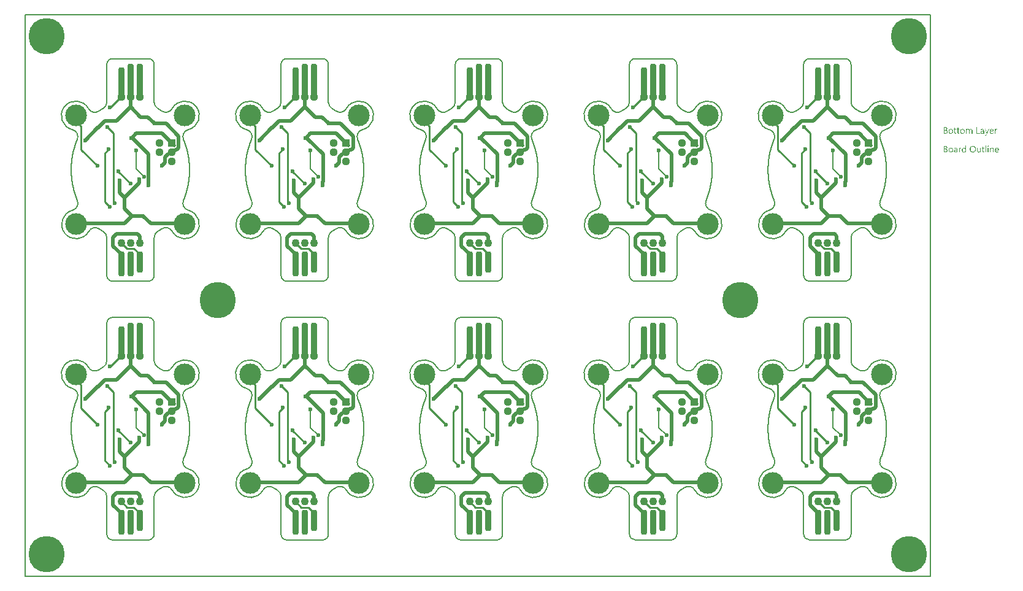
<source format=gbl>
G04*
G04 #@! TF.GenerationSoftware,Altium Limited,Altium Designer,21.8.1 (53)*
G04*
G04 Layer_Physical_Order=2*
G04 Layer_Color=16711680*
%FSAX25Y25*%
%MOIN*%
G70*
G04*
G04 #@! TF.SameCoordinates,4444B29A-944C-4237-836D-8D04AF711E9D*
G04*
G04*
G04 #@! TF.FilePolarity,Positive*
G04*
G01*
G75*
G04:AMPARAMS|DCode=11|XSize=35.43mil|YSize=135.83mil|CornerRadius=13.82mil|HoleSize=0mil|Usage=FLASHONLY|Rotation=180.000|XOffset=0mil|YOffset=0mil|HoleType=Round|Shape=RoundedRectangle|*
%AMROUNDEDRECTD11*
21,1,0.03543,0.10819,0,0,180.0*
21,1,0.00780,0.13583,0,0,180.0*
1,1,0.02764,-0.00390,0.05409*
1,1,0.02764,0.00390,0.05409*
1,1,0.02764,0.00390,-0.05409*
1,1,0.02764,-0.00390,-0.05409*
%
%ADD11ROUNDEDRECTD11*%
G04:AMPARAMS|DCode=12|XSize=35.43mil|YSize=116.14mil|CornerRadius=13.82mil|HoleSize=0mil|Usage=FLASHONLY|Rotation=180.000|XOffset=0mil|YOffset=0mil|HoleType=Round|Shape=RoundedRectangle|*
%AMROUNDEDRECTD12*
21,1,0.03543,0.08850,0,0,180.0*
21,1,0.00780,0.11614,0,0,180.0*
1,1,0.02764,-0.00390,0.04425*
1,1,0.02764,0.00390,0.04425*
1,1,0.02764,0.00390,-0.04425*
1,1,0.02764,-0.00390,-0.04425*
%
%ADD12ROUNDEDRECTD12*%
G04:AMPARAMS|DCode=15|XSize=35.43mil|YSize=169.29mil|CornerRadius=13.82mil|HoleSize=0mil|Usage=FLASHONLY|Rotation=180.000|XOffset=0mil|YOffset=0mil|HoleType=Round|Shape=RoundedRectangle|*
%AMROUNDEDRECTD15*
21,1,0.03543,0.14165,0,0,180.0*
21,1,0.00780,0.16929,0,0,180.0*
1,1,0.02764,-0.00390,0.07083*
1,1,0.02764,0.00390,0.07083*
1,1,0.02764,0.00390,-0.07083*
1,1,0.02764,-0.00390,-0.07083*
%
%ADD15ROUNDEDRECTD15*%
G04:AMPARAMS|DCode=16|XSize=35.43mil|YSize=188.98mil|CornerRadius=13.82mil|HoleSize=0mil|Usage=FLASHONLY|Rotation=180.000|XOffset=0mil|YOffset=0mil|HoleType=Round|Shape=RoundedRectangle|*
%AMROUNDEDRECTD16*
21,1,0.03543,0.16134,0,0,180.0*
21,1,0.00780,0.18898,0,0,180.0*
1,1,0.02764,-0.00390,0.08067*
1,1,0.02764,0.00390,0.08067*
1,1,0.02764,0.00390,-0.08067*
1,1,0.02764,-0.00390,-0.08067*
%
%ADD16ROUNDEDRECTD16*%
%ADD27C,0.00984*%
%ADD29C,0.01968*%
%ADD32C,0.00787*%
%ADD33C,0.19685*%
%ADD34C,0.04331*%
%ADD35C,0.04370*%
%ADD36C,0.11811*%
%ADD37R,0.04370X0.04370*%
%ADD38C,0.02362*%
G36*
X0494464Y0223233D02*
X0494520Y0223221D01*
X0494582Y0223208D01*
X0494650Y0223184D01*
X0494730Y0223153D01*
X0494804Y0223109D01*
X0494885Y0223060D01*
X0494959Y0222992D01*
X0495027Y0222905D01*
X0495089Y0222806D01*
X0495145Y0222695D01*
X0495182Y0222552D01*
X0495213Y0222397D01*
X0495219Y0222218D01*
Y0220671D01*
X0494817D01*
Y0222113D01*
Y0222119D01*
Y0222131D01*
Y0222150D01*
Y0222181D01*
X0494811Y0222255D01*
X0494798Y0222342D01*
X0494786Y0222441D01*
X0494761Y0222540D01*
X0494730Y0222633D01*
X0494687Y0222713D01*
X0494681Y0222719D01*
X0494662Y0222744D01*
X0494631Y0222775D01*
X0494582Y0222806D01*
X0494526Y0222843D01*
X0494452Y0222868D01*
X0494359Y0222893D01*
X0494254Y0222899D01*
X0494241D01*
X0494210Y0222893D01*
X0494161Y0222886D01*
X0494099Y0222868D01*
X0494031Y0222843D01*
X0493957Y0222800D01*
X0493882Y0222744D01*
X0493814Y0222664D01*
X0493808Y0222651D01*
X0493789Y0222620D01*
X0493758Y0222571D01*
X0493727Y0222503D01*
X0493690Y0222422D01*
X0493666Y0222329D01*
X0493641Y0222218D01*
X0493635Y0222100D01*
Y0220671D01*
X0493232D01*
Y0222162D01*
Y0222168D01*
Y0222193D01*
X0493226Y0222230D01*
Y0222280D01*
X0493214Y0222336D01*
X0493201Y0222397D01*
X0493183Y0222459D01*
X0493164Y0222534D01*
X0493133Y0222602D01*
X0493096Y0222664D01*
X0493047Y0222726D01*
X0492991Y0222781D01*
X0492929Y0222831D01*
X0492848Y0222868D01*
X0492762Y0222893D01*
X0492663Y0222899D01*
X0492650D01*
X0492619Y0222893D01*
X0492570Y0222886D01*
X0492508Y0222874D01*
X0492440Y0222843D01*
X0492366Y0222806D01*
X0492291Y0222750D01*
X0492223Y0222676D01*
X0492217Y0222664D01*
X0492199Y0222639D01*
X0492168Y0222589D01*
X0492137Y0222521D01*
X0492106Y0222441D01*
X0492075Y0222342D01*
X0492056Y0222230D01*
X0492050Y0222100D01*
Y0220671D01*
X0491648D01*
Y0223184D01*
X0492050D01*
Y0222781D01*
X0492062D01*
X0492068Y0222787D01*
X0492075Y0222800D01*
X0492093Y0222825D01*
X0492112Y0222856D01*
X0492174Y0222924D01*
X0492260Y0223010D01*
X0492372Y0223097D01*
X0492502Y0223165D01*
X0492582Y0223196D01*
X0492663Y0223221D01*
X0492749Y0223233D01*
X0492842Y0223239D01*
X0492886D01*
X0492935Y0223233D01*
X0492997Y0223221D01*
X0493065Y0223202D01*
X0493139Y0223177D01*
X0493214Y0223147D01*
X0493288Y0223097D01*
X0493294Y0223091D01*
X0493319Y0223072D01*
X0493350Y0223041D01*
X0493393Y0222998D01*
X0493436Y0222942D01*
X0493480Y0222880D01*
X0493523Y0222806D01*
X0493554Y0222719D01*
X0493560Y0222726D01*
X0493567Y0222744D01*
X0493585Y0222769D01*
X0493604Y0222800D01*
X0493635Y0222843D01*
X0493672Y0222886D01*
X0493715Y0222930D01*
X0493765Y0222979D01*
X0493820Y0223029D01*
X0493882Y0223072D01*
X0493950Y0223122D01*
X0494025Y0223159D01*
X0494105Y0223190D01*
X0494192Y0223215D01*
X0494291Y0223233D01*
X0494390Y0223239D01*
X0494427D01*
X0494464Y0223233D01*
D02*
G37*
G36*
X0508497Y0223221D02*
X0508571Y0223215D01*
X0508614Y0223202D01*
X0508645Y0223190D01*
Y0222775D01*
X0508639Y0222781D01*
X0508627Y0222787D01*
X0508602Y0222800D01*
X0508571Y0222818D01*
X0508528Y0222831D01*
X0508472Y0222843D01*
X0508410Y0222849D01*
X0508342Y0222856D01*
X0508330D01*
X0508299Y0222849D01*
X0508249Y0222843D01*
X0508193Y0222825D01*
X0508119Y0222794D01*
X0508051Y0222750D01*
X0507977Y0222688D01*
X0507909Y0222608D01*
X0507902Y0222596D01*
X0507884Y0222565D01*
X0507853Y0222509D01*
X0507822Y0222435D01*
X0507791Y0222342D01*
X0507760Y0222224D01*
X0507742Y0222094D01*
X0507735Y0221946D01*
Y0220671D01*
X0507333D01*
Y0223184D01*
X0507735D01*
Y0222664D01*
X0507748D01*
Y0222670D01*
X0507754Y0222676D01*
X0507766Y0222707D01*
X0507785Y0222757D01*
X0507816Y0222818D01*
X0507847Y0222880D01*
X0507896Y0222948D01*
X0507946Y0223017D01*
X0508008Y0223078D01*
X0508014Y0223085D01*
X0508039Y0223103D01*
X0508076Y0223128D01*
X0508125Y0223153D01*
X0508181Y0223177D01*
X0508249Y0223202D01*
X0508323Y0223221D01*
X0508404Y0223227D01*
X0508460D01*
X0508497Y0223221D01*
D02*
G37*
G36*
X0503118Y0220268D02*
X0503112Y0220262D01*
X0503105Y0220237D01*
X0503087Y0220194D01*
X0503062Y0220144D01*
X0503031Y0220089D01*
X0502988Y0220021D01*
X0502944Y0219952D01*
X0502895Y0219878D01*
X0502833Y0219804D01*
X0502771Y0219736D01*
X0502697Y0219668D01*
X0502616Y0219612D01*
X0502536Y0219563D01*
X0502443Y0219519D01*
X0502350Y0219494D01*
X0502245Y0219488D01*
X0502189D01*
X0502152Y0219494D01*
X0502072Y0219507D01*
X0501985Y0219525D01*
Y0219884D01*
X0501991D01*
X0502010Y0219878D01*
X0502034Y0219872D01*
X0502065Y0219866D01*
X0502140Y0219847D01*
X0502220Y0219841D01*
X0502233D01*
X0502270Y0219847D01*
X0502325Y0219860D01*
X0502393Y0219884D01*
X0502468Y0219928D01*
X0502505Y0219959D01*
X0502542Y0219996D01*
X0502579Y0220033D01*
X0502616Y0220082D01*
X0502647Y0220138D01*
X0502678Y0220200D01*
X0502882Y0220671D01*
X0501898Y0223184D01*
X0502344D01*
X0503025Y0221246D01*
Y0221240D01*
X0503031Y0221228D01*
X0503037Y0221209D01*
X0503043Y0221184D01*
X0503050Y0221147D01*
X0503062Y0221110D01*
X0503074Y0221054D01*
X0503093D01*
Y0221067D01*
X0503105Y0221104D01*
X0503118Y0221160D01*
X0503142Y0221240D01*
X0503854Y0223184D01*
X0504269D01*
X0503118Y0220268D01*
D02*
G37*
G36*
X0500710Y0223233D02*
X0500765Y0223227D01*
X0500834Y0223208D01*
X0500908Y0223190D01*
X0500988Y0223159D01*
X0501075Y0223122D01*
X0501155Y0223072D01*
X0501236Y0223010D01*
X0501310Y0222936D01*
X0501378Y0222843D01*
X0501434Y0222738D01*
X0501477Y0222614D01*
X0501502Y0222472D01*
X0501514Y0222305D01*
Y0220671D01*
X0501112D01*
Y0221060D01*
X0501100D01*
Y0221054D01*
X0501087Y0221042D01*
X0501075Y0221017D01*
X0501050Y0220992D01*
X0500988Y0220918D01*
X0500908Y0220838D01*
X0500796Y0220757D01*
X0500666Y0220683D01*
X0500586Y0220658D01*
X0500505Y0220633D01*
X0500419Y0220621D01*
X0500326Y0220615D01*
X0500289D01*
X0500264Y0220621D01*
X0500196Y0220627D01*
X0500115Y0220639D01*
X0500016Y0220664D01*
X0499924Y0220695D01*
X0499825Y0220745D01*
X0499738Y0220807D01*
X0499732Y0220819D01*
X0499707Y0220844D01*
X0499670Y0220887D01*
X0499633Y0220949D01*
X0499595Y0221023D01*
X0499558Y0221110D01*
X0499534Y0221215D01*
X0499528Y0221333D01*
Y0221339D01*
Y0221364D01*
X0499534Y0221401D01*
X0499540Y0221444D01*
X0499552Y0221500D01*
X0499571Y0221562D01*
X0499595Y0221630D01*
X0499633Y0221698D01*
X0499676Y0221772D01*
X0499732Y0221847D01*
X0499800Y0221915D01*
X0499880Y0221977D01*
X0499973Y0222039D01*
X0500085Y0222088D01*
X0500208Y0222125D01*
X0500357Y0222156D01*
X0501112Y0222261D01*
Y0222268D01*
Y0222286D01*
X0501106Y0222323D01*
Y0222360D01*
X0501093Y0222410D01*
X0501087Y0222466D01*
X0501050Y0222583D01*
X0501019Y0222639D01*
X0500988Y0222695D01*
X0500945Y0222750D01*
X0500895Y0222800D01*
X0500834Y0222843D01*
X0500765Y0222874D01*
X0500685Y0222893D01*
X0500592Y0222899D01*
X0500549D01*
X0500518Y0222893D01*
X0500475D01*
X0500431Y0222880D01*
X0500320Y0222862D01*
X0500196Y0222825D01*
X0500060Y0222769D01*
X0499986Y0222732D01*
X0499917Y0222695D01*
X0499843Y0222645D01*
X0499775Y0222589D01*
Y0223004D01*
X0499781D01*
X0499794Y0223017D01*
X0499812Y0223029D01*
X0499843Y0223041D01*
X0499874Y0223060D01*
X0499917Y0223078D01*
X0499967Y0223097D01*
X0500023Y0223122D01*
X0500146Y0223165D01*
X0500295Y0223202D01*
X0500456Y0223227D01*
X0500629Y0223239D01*
X0500666D01*
X0500710Y0223233D01*
D02*
G37*
G36*
X0497819Y0221042D02*
X0499230D01*
Y0220671D01*
X0497404D01*
Y0224186D01*
X0497819D01*
Y0221042D01*
D02*
G37*
G36*
X0480605Y0224180D02*
X0480648D01*
X0480691Y0224174D01*
X0480790Y0224162D01*
X0480908Y0224131D01*
X0481032Y0224094D01*
X0481149Y0224038D01*
X0481255Y0223964D01*
X0481261D01*
X0481267Y0223951D01*
X0481298Y0223926D01*
X0481341Y0223877D01*
X0481391Y0223809D01*
X0481434Y0223722D01*
X0481477Y0223623D01*
X0481508Y0223512D01*
X0481521Y0223450D01*
Y0223382D01*
Y0223376D01*
Y0223369D01*
Y0223332D01*
X0481515Y0223276D01*
X0481502Y0223208D01*
X0481484Y0223122D01*
X0481453Y0223035D01*
X0481416Y0222948D01*
X0481360Y0222862D01*
X0481354Y0222849D01*
X0481329Y0222825D01*
X0481292Y0222787D01*
X0481242Y0222738D01*
X0481180Y0222688D01*
X0481106Y0222633D01*
X0481013Y0222589D01*
X0480914Y0222546D01*
Y0222540D01*
X0480933D01*
X0480951Y0222534D01*
X0480970Y0222528D01*
X0481038Y0222515D01*
X0481118Y0222490D01*
X0481205Y0222453D01*
X0481298Y0222410D01*
X0481391Y0222348D01*
X0481477Y0222268D01*
X0481490Y0222255D01*
X0481515Y0222224D01*
X0481545Y0222181D01*
X0481589Y0222113D01*
X0481626Y0222026D01*
X0481663Y0221927D01*
X0481688Y0221810D01*
X0481694Y0221679D01*
Y0221673D01*
Y0221661D01*
Y0221636D01*
X0481688Y0221605D01*
X0481682Y0221568D01*
X0481675Y0221525D01*
X0481651Y0221420D01*
X0481614Y0221302D01*
X0481558Y0221178D01*
X0481521Y0221122D01*
X0481477Y0221060D01*
X0481422Y0221005D01*
X0481366Y0220949D01*
X0481360D01*
X0481354Y0220937D01*
X0481335Y0220924D01*
X0481310Y0220906D01*
X0481279Y0220887D01*
X0481236Y0220862D01*
X0481143Y0220813D01*
X0481026Y0220757D01*
X0480889Y0220714D01*
X0480728Y0220683D01*
X0480648Y0220677D01*
X0480555Y0220671D01*
X0479528D01*
Y0224186D01*
X0480574D01*
X0480605Y0224180D01*
D02*
G37*
G36*
X0487531Y0223184D02*
X0488169D01*
Y0222837D01*
X0487531D01*
Y0221420D01*
Y0221407D01*
Y0221376D01*
X0487537Y0221333D01*
X0487544Y0221277D01*
X0487568Y0221160D01*
X0487587Y0221104D01*
X0487618Y0221060D01*
X0487624Y0221054D01*
X0487637Y0221042D01*
X0487655Y0221029D01*
X0487686Y0221011D01*
X0487723Y0220986D01*
X0487773Y0220974D01*
X0487835Y0220961D01*
X0487903Y0220955D01*
X0487927D01*
X0487958Y0220961D01*
X0487995Y0220968D01*
X0488082Y0220992D01*
X0488126Y0221011D01*
X0488169Y0221036D01*
Y0220689D01*
X0488163D01*
X0488144Y0220677D01*
X0488113Y0220671D01*
X0488070Y0220658D01*
X0488014Y0220646D01*
X0487952Y0220633D01*
X0487878Y0220627D01*
X0487791Y0220621D01*
X0487760D01*
X0487729Y0220627D01*
X0487686Y0220633D01*
X0487637Y0220646D01*
X0487581Y0220658D01*
X0487525Y0220683D01*
X0487463Y0220714D01*
X0487401Y0220751D01*
X0487339Y0220800D01*
X0487284Y0220856D01*
X0487234Y0220931D01*
X0487191Y0221011D01*
X0487160Y0221110D01*
X0487135Y0221221D01*
X0487129Y0221351D01*
Y0222837D01*
X0486702D01*
Y0223184D01*
X0487129D01*
Y0223796D01*
X0487531Y0223926D01*
Y0223184D01*
D02*
G37*
G36*
X0485829D02*
X0486467D01*
Y0222837D01*
X0485829D01*
Y0221420D01*
Y0221407D01*
Y0221376D01*
X0485835Y0221333D01*
X0485841Y0221277D01*
X0485866Y0221160D01*
X0485885Y0221104D01*
X0485916Y0221060D01*
X0485922Y0221054D01*
X0485934Y0221042D01*
X0485953Y0221029D01*
X0485984Y0221011D01*
X0486021Y0220986D01*
X0486070Y0220974D01*
X0486132Y0220961D01*
X0486200Y0220955D01*
X0486225D01*
X0486256Y0220961D01*
X0486293Y0220968D01*
X0486380Y0220992D01*
X0486423Y0221011D01*
X0486467Y0221036D01*
Y0220689D01*
X0486460D01*
X0486442Y0220677D01*
X0486411Y0220671D01*
X0486368Y0220658D01*
X0486312Y0220646D01*
X0486250Y0220633D01*
X0486176Y0220627D01*
X0486089Y0220621D01*
X0486058D01*
X0486027Y0220627D01*
X0485984Y0220633D01*
X0485934Y0220646D01*
X0485879Y0220658D01*
X0485823Y0220683D01*
X0485761Y0220714D01*
X0485699Y0220751D01*
X0485637Y0220800D01*
X0485581Y0220856D01*
X0485532Y0220931D01*
X0485489Y0221011D01*
X0485458Y0221110D01*
X0485433Y0221221D01*
X0485427Y0221351D01*
Y0222837D01*
X0485000D01*
Y0223184D01*
X0485427D01*
Y0223796D01*
X0485829Y0223926D01*
Y0223184D01*
D02*
G37*
G36*
X0505773Y0223233D02*
X0505817Y0223227D01*
X0505860Y0223221D01*
X0505971Y0223202D01*
X0506095Y0223159D01*
X0506219Y0223103D01*
X0506281Y0223066D01*
X0506343Y0223023D01*
X0506398Y0222973D01*
X0506454Y0222918D01*
X0506460Y0222911D01*
X0506466Y0222905D01*
X0506479Y0222886D01*
X0506497Y0222862D01*
X0506516Y0222825D01*
X0506541Y0222787D01*
X0506566Y0222744D01*
X0506590Y0222688D01*
X0506615Y0222626D01*
X0506640Y0222565D01*
X0506665Y0222490D01*
X0506683Y0222410D01*
X0506702Y0222323D01*
X0506714Y0222237D01*
X0506726Y0222137D01*
Y0222032D01*
Y0221822D01*
X0504950D01*
Y0221816D01*
Y0221803D01*
Y0221785D01*
X0504956Y0221754D01*
X0504962Y0221717D01*
Y0221679D01*
X0504981Y0221580D01*
X0505012Y0221481D01*
X0505049Y0221370D01*
X0505105Y0221265D01*
X0505173Y0221172D01*
X0505185Y0221160D01*
X0505210Y0221135D01*
X0505259Y0221104D01*
X0505328Y0221060D01*
X0505414Y0221017D01*
X0505513Y0220986D01*
X0505631Y0220961D01*
X0505767Y0220949D01*
X0505810D01*
X0505841Y0220955D01*
X0505878D01*
X0505922Y0220961D01*
X0506027Y0220986D01*
X0506145Y0221017D01*
X0506275Y0221067D01*
X0506411Y0221135D01*
X0506479Y0221178D01*
X0506547Y0221228D01*
Y0220850D01*
X0506541D01*
X0506534Y0220838D01*
X0506516Y0220831D01*
X0506485Y0220813D01*
X0506454Y0220794D01*
X0506417Y0220776D01*
X0506367Y0220757D01*
X0506318Y0220732D01*
X0506256Y0220708D01*
X0506188Y0220689D01*
X0506039Y0220652D01*
X0505866Y0220627D01*
X0505674Y0220615D01*
X0505625D01*
X0505587Y0220621D01*
X0505544Y0220627D01*
X0505488Y0220633D01*
X0505371Y0220658D01*
X0505235Y0220695D01*
X0505098Y0220757D01*
X0505030Y0220800D01*
X0504962Y0220844D01*
X0504900Y0220893D01*
X0504839Y0220955D01*
X0504832Y0220961D01*
X0504826Y0220974D01*
X0504814Y0220992D01*
X0504789Y0221017D01*
X0504770Y0221054D01*
X0504746Y0221098D01*
X0504715Y0221147D01*
X0504690Y0221203D01*
X0504659Y0221265D01*
X0504634Y0221339D01*
X0504603Y0221420D01*
X0504585Y0221506D01*
X0504566Y0221599D01*
X0504548Y0221698D01*
X0504541Y0221803D01*
X0504535Y0221915D01*
Y0221921D01*
Y0221939D01*
Y0221970D01*
X0504541Y0222014D01*
X0504548Y0222063D01*
X0504554Y0222119D01*
X0504560Y0222187D01*
X0504578Y0222255D01*
X0504616Y0222404D01*
X0504671Y0222565D01*
X0504708Y0222645D01*
X0504758Y0222719D01*
X0504808Y0222800D01*
X0504863Y0222868D01*
X0504869Y0222874D01*
X0504882Y0222886D01*
X0504900Y0222905D01*
X0504925Y0222924D01*
X0504956Y0222955D01*
X0504993Y0222986D01*
X0505043Y0223017D01*
X0505092Y0223054D01*
X0505210Y0223122D01*
X0505352Y0223184D01*
X0505433Y0223202D01*
X0505513Y0223221D01*
X0505600Y0223233D01*
X0505693Y0223239D01*
X0505742D01*
X0505773Y0223233D01*
D02*
G37*
G36*
X0489908D02*
X0489952Y0223227D01*
X0490007Y0223221D01*
X0490131Y0223196D01*
X0490273Y0223153D01*
X0490416Y0223091D01*
X0490490Y0223054D01*
X0490558Y0223010D01*
X0490626Y0222955D01*
X0490688Y0222893D01*
X0490694Y0222886D01*
X0490700Y0222874D01*
X0490719Y0222856D01*
X0490738Y0222831D01*
X0490762Y0222794D01*
X0490787Y0222750D01*
X0490818Y0222701D01*
X0490849Y0222645D01*
X0490874Y0222577D01*
X0490905Y0222509D01*
X0490930Y0222428D01*
X0490954Y0222342D01*
X0490973Y0222249D01*
X0490991Y0222150D01*
X0490998Y0222045D01*
X0491004Y0221933D01*
Y0221927D01*
Y0221908D01*
Y0221878D01*
X0490998Y0221834D01*
X0490991Y0221785D01*
X0490985Y0221723D01*
X0490973Y0221661D01*
X0490961Y0221587D01*
X0490923Y0221438D01*
X0490861Y0221277D01*
X0490824Y0221197D01*
X0490775Y0221116D01*
X0490725Y0221042D01*
X0490663Y0220974D01*
X0490657Y0220968D01*
X0490645Y0220961D01*
X0490626Y0220943D01*
X0490601Y0220918D01*
X0490564Y0220893D01*
X0490527Y0220862D01*
X0490478Y0220825D01*
X0490422Y0220794D01*
X0490360Y0220763D01*
X0490292Y0220726D01*
X0490218Y0220695D01*
X0490137Y0220671D01*
X0490051Y0220646D01*
X0489958Y0220633D01*
X0489859Y0220621D01*
X0489753Y0220615D01*
X0489698D01*
X0489661Y0220621D01*
X0489617Y0220627D01*
X0489562Y0220633D01*
X0489500Y0220646D01*
X0489432Y0220658D01*
X0489289Y0220701D01*
X0489141Y0220763D01*
X0489066Y0220800D01*
X0488998Y0220850D01*
X0488930Y0220900D01*
X0488862Y0220961D01*
X0488856Y0220968D01*
X0488850Y0220980D01*
X0488831Y0220999D01*
X0488813Y0221023D01*
X0488788Y0221060D01*
X0488757Y0221104D01*
X0488726Y0221153D01*
X0488701Y0221209D01*
X0488670Y0221277D01*
X0488639Y0221345D01*
X0488608Y0221420D01*
X0488584Y0221506D01*
X0488546Y0221692D01*
X0488540Y0221791D01*
X0488534Y0221896D01*
Y0221902D01*
Y0221927D01*
Y0221958D01*
X0488540Y0222001D01*
X0488546Y0222051D01*
X0488553Y0222113D01*
X0488565Y0222181D01*
X0488577Y0222255D01*
X0488615Y0222416D01*
X0488676Y0222577D01*
X0488720Y0222657D01*
X0488763Y0222738D01*
X0488813Y0222812D01*
X0488874Y0222880D01*
X0488881Y0222886D01*
X0488893Y0222899D01*
X0488912Y0222911D01*
X0488936Y0222936D01*
X0488974Y0222961D01*
X0489017Y0222992D01*
X0489066Y0223029D01*
X0489122Y0223060D01*
X0489184Y0223091D01*
X0489258Y0223128D01*
X0489332Y0223159D01*
X0489419Y0223184D01*
X0489506Y0223208D01*
X0489605Y0223227D01*
X0489710Y0223233D01*
X0489815Y0223239D01*
X0489871D01*
X0489908Y0223233D01*
D02*
G37*
G36*
X0483557D02*
X0483601Y0223227D01*
X0483656Y0223221D01*
X0483780Y0223196D01*
X0483922Y0223153D01*
X0484065Y0223091D01*
X0484139Y0223054D01*
X0484207Y0223010D01*
X0484275Y0222955D01*
X0484337Y0222893D01*
X0484343Y0222886D01*
X0484350Y0222874D01*
X0484368Y0222856D01*
X0484387Y0222831D01*
X0484411Y0222794D01*
X0484436Y0222750D01*
X0484467Y0222701D01*
X0484498Y0222645D01*
X0484523Y0222577D01*
X0484554Y0222509D01*
X0484579Y0222428D01*
X0484603Y0222342D01*
X0484622Y0222249D01*
X0484641Y0222150D01*
X0484647Y0222045D01*
X0484653Y0221933D01*
Y0221927D01*
Y0221908D01*
Y0221878D01*
X0484647Y0221834D01*
X0484641Y0221785D01*
X0484634Y0221723D01*
X0484622Y0221661D01*
X0484610Y0221587D01*
X0484572Y0221438D01*
X0484511Y0221277D01*
X0484473Y0221197D01*
X0484424Y0221116D01*
X0484374Y0221042D01*
X0484312Y0220974D01*
X0484306Y0220968D01*
X0484294Y0220961D01*
X0484275Y0220943D01*
X0484250Y0220918D01*
X0484213Y0220893D01*
X0484176Y0220862D01*
X0484127Y0220825D01*
X0484071Y0220794D01*
X0484009Y0220763D01*
X0483941Y0220726D01*
X0483867Y0220695D01*
X0483786Y0220671D01*
X0483700Y0220646D01*
X0483607Y0220633D01*
X0483508Y0220621D01*
X0483402Y0220615D01*
X0483347D01*
X0483310Y0220621D01*
X0483266Y0220627D01*
X0483211Y0220633D01*
X0483149Y0220646D01*
X0483081Y0220658D01*
X0482938Y0220701D01*
X0482790Y0220763D01*
X0482715Y0220800D01*
X0482647Y0220850D01*
X0482579Y0220900D01*
X0482511Y0220961D01*
X0482505Y0220968D01*
X0482499Y0220980D01*
X0482480Y0220999D01*
X0482462Y0221023D01*
X0482437Y0221060D01*
X0482406Y0221104D01*
X0482375Y0221153D01*
X0482350Y0221209D01*
X0482319Y0221277D01*
X0482288Y0221345D01*
X0482257Y0221420D01*
X0482233Y0221506D01*
X0482195Y0221692D01*
X0482189Y0221791D01*
X0482183Y0221896D01*
Y0221902D01*
Y0221927D01*
Y0221958D01*
X0482189Y0222001D01*
X0482195Y0222051D01*
X0482202Y0222113D01*
X0482214Y0222181D01*
X0482226Y0222255D01*
X0482264Y0222416D01*
X0482325Y0222577D01*
X0482369Y0222657D01*
X0482412Y0222738D01*
X0482462Y0222812D01*
X0482523Y0222880D01*
X0482530Y0222886D01*
X0482542Y0222899D01*
X0482561Y0222911D01*
X0482585Y0222936D01*
X0482623Y0222961D01*
X0482666Y0222992D01*
X0482715Y0223029D01*
X0482771Y0223060D01*
X0482833Y0223091D01*
X0482907Y0223128D01*
X0482982Y0223159D01*
X0483068Y0223184D01*
X0483155Y0223208D01*
X0483254Y0223227D01*
X0483359Y0223233D01*
X0483464Y0223239D01*
X0483520D01*
X0483557Y0223233D01*
D02*
G37*
G36*
X0503737Y0214153D02*
X0503761D01*
X0503817Y0214128D01*
X0503848Y0214110D01*
X0503879Y0214085D01*
X0503885Y0214079D01*
X0503891Y0214073D01*
X0503922Y0214036D01*
X0503947Y0213974D01*
X0503953Y0213937D01*
X0503960Y0213899D01*
Y0213893D01*
Y0213881D01*
X0503953Y0213862D01*
X0503947Y0213838D01*
X0503929Y0213776D01*
X0503904Y0213745D01*
X0503879Y0213714D01*
X0503873D01*
X0503867Y0213701D01*
X0503829Y0213677D01*
X0503774Y0213652D01*
X0503737Y0213646D01*
X0503699Y0213639D01*
X0503681D01*
X0503662Y0213646D01*
X0503638D01*
X0503576Y0213670D01*
X0503545Y0213683D01*
X0503514Y0213708D01*
Y0213714D01*
X0503501Y0213720D01*
X0503489Y0213738D01*
X0503477Y0213757D01*
X0503452Y0213819D01*
X0503446Y0213856D01*
X0503440Y0213899D01*
Y0213906D01*
Y0213918D01*
X0503446Y0213937D01*
X0503452Y0213968D01*
X0503471Y0214023D01*
X0503489Y0214054D01*
X0503514Y0214085D01*
X0503520Y0214091D01*
X0503526Y0214098D01*
X0503563Y0214122D01*
X0503625Y0214147D01*
X0503662Y0214159D01*
X0503718D01*
X0503737Y0214153D01*
D02*
G37*
G36*
X0491747Y0210489D02*
X0491344D01*
Y0210910D01*
X0491332D01*
Y0210904D01*
X0491320Y0210891D01*
X0491301Y0210866D01*
X0491282Y0210835D01*
X0491251Y0210798D01*
X0491214Y0210761D01*
X0491171Y0210718D01*
X0491121Y0210675D01*
X0491066Y0210625D01*
X0490998Y0210582D01*
X0490930Y0210544D01*
X0490849Y0210507D01*
X0490769Y0210476D01*
X0490676Y0210452D01*
X0490577Y0210439D01*
X0490472Y0210433D01*
X0490428D01*
X0490391Y0210439D01*
X0490354Y0210445D01*
X0490304Y0210452D01*
X0490199Y0210476D01*
X0490075Y0210513D01*
X0489952Y0210576D01*
X0489883Y0210613D01*
X0489828Y0210656D01*
X0489766Y0210712D01*
X0489710Y0210767D01*
Y0210773D01*
X0489698Y0210786D01*
X0489685Y0210805D01*
X0489667Y0210829D01*
X0489648Y0210860D01*
X0489623Y0210904D01*
X0489599Y0210953D01*
X0489574Y0211009D01*
X0489543Y0211071D01*
X0489518Y0211139D01*
X0489494Y0211213D01*
X0489475Y0211294D01*
X0489456Y0211380D01*
X0489444Y0211479D01*
X0489438Y0211578D01*
X0489432Y0211684D01*
Y0211690D01*
Y0211708D01*
Y0211745D01*
X0489438Y0211789D01*
X0489444Y0211838D01*
X0489450Y0211900D01*
X0489456Y0211968D01*
X0489469Y0212042D01*
X0489506Y0212203D01*
X0489562Y0212371D01*
X0489599Y0212451D01*
X0489642Y0212531D01*
X0489685Y0212606D01*
X0489741Y0212680D01*
X0489747Y0212686D01*
X0489753Y0212699D01*
X0489772Y0212717D01*
X0489797Y0212742D01*
X0489828Y0212767D01*
X0489871Y0212798D01*
X0489914Y0212835D01*
X0489964Y0212872D01*
X0490088Y0212940D01*
X0490230Y0213002D01*
X0490310Y0213020D01*
X0490397Y0213039D01*
X0490484Y0213052D01*
X0490583Y0213058D01*
X0490632D01*
X0490670Y0213052D01*
X0490707Y0213045D01*
X0490756Y0213039D01*
X0490868Y0213008D01*
X0490991Y0212959D01*
X0491053Y0212928D01*
X0491115Y0212884D01*
X0491177Y0212841D01*
X0491233Y0212785D01*
X0491282Y0212723D01*
X0491332Y0212649D01*
X0491344D01*
Y0214209D01*
X0491747D01*
Y0210489D01*
D02*
G37*
G36*
X0506015Y0213052D02*
X0506089Y0213045D01*
X0506182Y0213027D01*
X0506281Y0212996D01*
X0506386Y0212946D01*
X0506491Y0212878D01*
X0506534Y0212841D01*
X0506578Y0212791D01*
X0506590Y0212779D01*
X0506615Y0212742D01*
X0506646Y0212680D01*
X0506689Y0212593D01*
X0506726Y0212488D01*
X0506764Y0212358D01*
X0506788Y0212203D01*
X0506795Y0212024D01*
Y0210489D01*
X0506392D01*
Y0211919D01*
Y0211925D01*
Y0211956D01*
X0506386Y0211993D01*
Y0212042D01*
X0506374Y0212104D01*
X0506361Y0212173D01*
X0506343Y0212247D01*
X0506318Y0212321D01*
X0506287Y0212395D01*
X0506250Y0212463D01*
X0506200Y0212531D01*
X0506145Y0212593D01*
X0506083Y0212643D01*
X0506002Y0212680D01*
X0505915Y0212711D01*
X0505810Y0212717D01*
X0505798D01*
X0505761Y0212711D01*
X0505705Y0212705D01*
X0505637Y0212686D01*
X0505556Y0212662D01*
X0505470Y0212618D01*
X0505389Y0212562D01*
X0505309Y0212488D01*
X0505303Y0212476D01*
X0505278Y0212451D01*
X0505247Y0212402D01*
X0505210Y0212333D01*
X0505173Y0212253D01*
X0505142Y0212154D01*
X0505117Y0212042D01*
X0505111Y0211919D01*
Y0210489D01*
X0504708D01*
Y0213002D01*
X0505111D01*
Y0212581D01*
X0505123D01*
X0505129Y0212587D01*
X0505136Y0212600D01*
X0505154Y0212624D01*
X0505179Y0212655D01*
X0505204Y0212692D01*
X0505241Y0212730D01*
X0505284Y0212773D01*
X0505334Y0212822D01*
X0505389Y0212866D01*
X0505451Y0212909D01*
X0505519Y0212946D01*
X0505594Y0212983D01*
X0505668Y0213014D01*
X0505755Y0213039D01*
X0505847Y0213052D01*
X0505946Y0213058D01*
X0505984D01*
X0506015Y0213052D01*
D02*
G37*
G36*
X0489017Y0213039D02*
X0489091Y0213033D01*
X0489134Y0213020D01*
X0489165Y0213008D01*
Y0212593D01*
X0489159Y0212600D01*
X0489147Y0212606D01*
X0489122Y0212618D01*
X0489091Y0212637D01*
X0489048Y0212649D01*
X0488992Y0212662D01*
X0488930Y0212668D01*
X0488862Y0212674D01*
X0488850D01*
X0488819Y0212668D01*
X0488769Y0212662D01*
X0488714Y0212643D01*
X0488639Y0212612D01*
X0488571Y0212569D01*
X0488497Y0212507D01*
X0488429Y0212426D01*
X0488423Y0212414D01*
X0488404Y0212383D01*
X0488373Y0212327D01*
X0488342Y0212253D01*
X0488311Y0212160D01*
X0488280Y0212042D01*
X0488262Y0211912D01*
X0488256Y0211764D01*
Y0210489D01*
X0487853D01*
Y0213002D01*
X0488256D01*
Y0212482D01*
X0488268D01*
Y0212488D01*
X0488274Y0212494D01*
X0488286Y0212525D01*
X0488305Y0212575D01*
X0488336Y0212637D01*
X0488367Y0212699D01*
X0488416Y0212767D01*
X0488466Y0212835D01*
X0488528Y0212897D01*
X0488534Y0212903D01*
X0488559Y0212922D01*
X0488596Y0212946D01*
X0488645Y0212971D01*
X0488701Y0212996D01*
X0488769Y0213020D01*
X0488843Y0213039D01*
X0488924Y0213045D01*
X0488980D01*
X0489017Y0213039D01*
D02*
G37*
G36*
X0499756Y0210489D02*
X0499354D01*
Y0210885D01*
X0499342D01*
Y0210879D01*
X0499329Y0210866D01*
X0499317Y0210842D01*
X0499292Y0210817D01*
X0499236Y0210743D01*
X0499150Y0210662D01*
X0499100Y0210619D01*
X0499045Y0210576D01*
X0498983Y0210538D01*
X0498908Y0210501D01*
X0498834Y0210476D01*
X0498754Y0210452D01*
X0498661Y0210439D01*
X0498568Y0210433D01*
X0498531D01*
X0498488Y0210439D01*
X0498426Y0210452D01*
X0498357Y0210464D01*
X0498283Y0210489D01*
X0498203Y0210520D01*
X0498122Y0210569D01*
X0498036Y0210625D01*
X0497955Y0210693D01*
X0497881Y0210780D01*
X0497813Y0210885D01*
X0497751Y0211003D01*
X0497708Y0211145D01*
X0497683Y0211312D01*
X0497670Y0211399D01*
Y0211498D01*
Y0213002D01*
X0498067D01*
Y0211560D01*
Y0211554D01*
Y0211529D01*
X0498073Y0211485D01*
X0498079Y0211436D01*
X0498085Y0211374D01*
X0498098Y0211312D01*
X0498116Y0211238D01*
X0498141Y0211163D01*
X0498178Y0211089D01*
X0498215Y0211021D01*
X0498265Y0210953D01*
X0498327Y0210891D01*
X0498395Y0210842D01*
X0498475Y0210805D01*
X0498574Y0210773D01*
X0498679Y0210767D01*
X0498692D01*
X0498729Y0210773D01*
X0498785Y0210780D01*
X0498847Y0210792D01*
X0498927Y0210823D01*
X0499008Y0210860D01*
X0499088Y0210910D01*
X0499162Y0210984D01*
X0499168Y0210996D01*
X0499193Y0211021D01*
X0499224Y0211071D01*
X0499261Y0211139D01*
X0499292Y0211219D01*
X0499323Y0211318D01*
X0499348Y0211430D01*
X0499354Y0211554D01*
Y0213002D01*
X0499756D01*
Y0210489D01*
D02*
G37*
G36*
X0503891D02*
X0503489D01*
Y0213002D01*
X0503891D01*
Y0210489D01*
D02*
G37*
G36*
X0502672D02*
X0502270D01*
Y0214209D01*
X0502672D01*
Y0210489D01*
D02*
G37*
G36*
X0486293Y0213052D02*
X0486349Y0213045D01*
X0486417Y0213027D01*
X0486491Y0213008D01*
X0486572Y0212977D01*
X0486658Y0212940D01*
X0486739Y0212891D01*
X0486819Y0212829D01*
X0486894Y0212754D01*
X0486962Y0212662D01*
X0487017Y0212556D01*
X0487061Y0212433D01*
X0487085Y0212290D01*
X0487098Y0212123D01*
Y0210489D01*
X0486696D01*
Y0210879D01*
X0486683D01*
Y0210873D01*
X0486671Y0210860D01*
X0486658Y0210835D01*
X0486634Y0210811D01*
X0486572Y0210736D01*
X0486491Y0210656D01*
X0486380Y0210576D01*
X0486250Y0210501D01*
X0486169Y0210476D01*
X0486089Y0210452D01*
X0486002Y0210439D01*
X0485910Y0210433D01*
X0485872D01*
X0485848Y0210439D01*
X0485779Y0210445D01*
X0485699Y0210458D01*
X0485600Y0210483D01*
X0485507Y0210513D01*
X0485408Y0210563D01*
X0485321Y0210625D01*
X0485315Y0210637D01*
X0485290Y0210662D01*
X0485253Y0210705D01*
X0485216Y0210767D01*
X0485179Y0210842D01*
X0485142Y0210928D01*
X0485117Y0211034D01*
X0485111Y0211151D01*
Y0211157D01*
Y0211182D01*
X0485117Y0211219D01*
X0485123Y0211262D01*
X0485136Y0211318D01*
X0485154Y0211380D01*
X0485179Y0211448D01*
X0485216Y0211516D01*
X0485259Y0211591D01*
X0485315Y0211665D01*
X0485383Y0211733D01*
X0485464Y0211795D01*
X0485557Y0211857D01*
X0485668Y0211906D01*
X0485792Y0211943D01*
X0485940Y0211974D01*
X0486696Y0212080D01*
Y0212086D01*
Y0212104D01*
X0486689Y0212141D01*
Y0212179D01*
X0486677Y0212228D01*
X0486671Y0212284D01*
X0486634Y0212402D01*
X0486603Y0212457D01*
X0486572Y0212513D01*
X0486528Y0212569D01*
X0486479Y0212618D01*
X0486417Y0212662D01*
X0486349Y0212692D01*
X0486269Y0212711D01*
X0486176Y0212717D01*
X0486132D01*
X0486101Y0212711D01*
X0486058D01*
X0486015Y0212699D01*
X0485903Y0212680D01*
X0485779Y0212643D01*
X0485643Y0212587D01*
X0485569Y0212550D01*
X0485501Y0212513D01*
X0485427Y0212463D01*
X0485358Y0212408D01*
Y0212822D01*
X0485365D01*
X0485377Y0212835D01*
X0485396Y0212847D01*
X0485427Y0212860D01*
X0485458Y0212878D01*
X0485501Y0212897D01*
X0485550Y0212915D01*
X0485606Y0212940D01*
X0485730Y0212983D01*
X0485879Y0213020D01*
X0486039Y0213045D01*
X0486213Y0213058D01*
X0486250D01*
X0486293Y0213052D01*
D02*
G37*
G36*
X0480605Y0213999D02*
X0480648D01*
X0480691Y0213992D01*
X0480790Y0213980D01*
X0480908Y0213949D01*
X0481032Y0213912D01*
X0481149Y0213856D01*
X0481255Y0213782D01*
X0481261D01*
X0481267Y0213770D01*
X0481298Y0213745D01*
X0481341Y0213695D01*
X0481391Y0213627D01*
X0481434Y0213541D01*
X0481477Y0213441D01*
X0481508Y0213330D01*
X0481521Y0213268D01*
Y0213200D01*
Y0213194D01*
Y0213188D01*
Y0213151D01*
X0481515Y0213095D01*
X0481502Y0213027D01*
X0481484Y0212940D01*
X0481453Y0212853D01*
X0481416Y0212767D01*
X0481360Y0212680D01*
X0481354Y0212668D01*
X0481329Y0212643D01*
X0481292Y0212606D01*
X0481242Y0212556D01*
X0481180Y0212507D01*
X0481106Y0212451D01*
X0481013Y0212408D01*
X0480914Y0212364D01*
Y0212358D01*
X0480933D01*
X0480951Y0212352D01*
X0480970Y0212346D01*
X0481038Y0212333D01*
X0481118Y0212309D01*
X0481205Y0212271D01*
X0481298Y0212228D01*
X0481391Y0212166D01*
X0481477Y0212086D01*
X0481490Y0212073D01*
X0481515Y0212042D01*
X0481545Y0211999D01*
X0481589Y0211931D01*
X0481626Y0211844D01*
X0481663Y0211745D01*
X0481688Y0211628D01*
X0481694Y0211498D01*
Y0211492D01*
Y0211479D01*
Y0211454D01*
X0481688Y0211423D01*
X0481682Y0211386D01*
X0481675Y0211343D01*
X0481651Y0211238D01*
X0481614Y0211120D01*
X0481558Y0210996D01*
X0481521Y0210941D01*
X0481477Y0210879D01*
X0481422Y0210823D01*
X0481366Y0210767D01*
X0481360D01*
X0481354Y0210755D01*
X0481335Y0210743D01*
X0481310Y0210724D01*
X0481279Y0210705D01*
X0481236Y0210681D01*
X0481143Y0210631D01*
X0481026Y0210576D01*
X0480889Y0210532D01*
X0480728Y0210501D01*
X0480648Y0210495D01*
X0480555Y0210489D01*
X0479528D01*
Y0214005D01*
X0480574D01*
X0480605Y0213999D01*
D02*
G37*
G36*
X0501100Y0213002D02*
X0501737D01*
Y0212655D01*
X0501100D01*
Y0211238D01*
Y0211225D01*
Y0211194D01*
X0501106Y0211151D01*
X0501112Y0211095D01*
X0501137Y0210978D01*
X0501155Y0210922D01*
X0501186Y0210879D01*
X0501193Y0210873D01*
X0501205Y0210860D01*
X0501224Y0210848D01*
X0501255Y0210829D01*
X0501292Y0210805D01*
X0501341Y0210792D01*
X0501403Y0210780D01*
X0501471Y0210773D01*
X0501496D01*
X0501527Y0210780D01*
X0501564Y0210786D01*
X0501651Y0210811D01*
X0501694Y0210829D01*
X0501737Y0210854D01*
Y0210507D01*
X0501731D01*
X0501713Y0210495D01*
X0501682Y0210489D01*
X0501638Y0210476D01*
X0501582Y0210464D01*
X0501521Y0210452D01*
X0501446Y0210445D01*
X0501360Y0210439D01*
X0501329D01*
X0501298Y0210445D01*
X0501255Y0210452D01*
X0501205Y0210464D01*
X0501149Y0210476D01*
X0501093Y0210501D01*
X0501032Y0210532D01*
X0500970Y0210569D01*
X0500908Y0210619D01*
X0500852Y0210675D01*
X0500803Y0210749D01*
X0500759Y0210829D01*
X0500728Y0210928D01*
X0500703Y0211040D01*
X0500697Y0211170D01*
Y0212655D01*
X0500270D01*
Y0213002D01*
X0500697D01*
Y0213615D01*
X0501100Y0213745D01*
Y0213002D01*
D02*
G37*
G36*
X0508627Y0213052D02*
X0508670Y0213045D01*
X0508713Y0213039D01*
X0508825Y0213020D01*
X0508949Y0212977D01*
X0509072Y0212922D01*
X0509134Y0212884D01*
X0509196Y0212841D01*
X0509252Y0212791D01*
X0509308Y0212736D01*
X0509314Y0212730D01*
X0509320Y0212723D01*
X0509332Y0212705D01*
X0509351Y0212680D01*
X0509370Y0212643D01*
X0509394Y0212606D01*
X0509419Y0212562D01*
X0509444Y0212507D01*
X0509469Y0212445D01*
X0509493Y0212383D01*
X0509518Y0212309D01*
X0509537Y0212228D01*
X0509555Y0212141D01*
X0509568Y0212055D01*
X0509580Y0211956D01*
Y0211851D01*
Y0211640D01*
X0507803D01*
Y0211634D01*
Y0211622D01*
Y0211603D01*
X0507810Y0211572D01*
X0507816Y0211535D01*
Y0211498D01*
X0507834Y0211399D01*
X0507865Y0211300D01*
X0507902Y0211188D01*
X0507958Y0211083D01*
X0508026Y0210990D01*
X0508039Y0210978D01*
X0508064Y0210953D01*
X0508113Y0210922D01*
X0508181Y0210879D01*
X0508268Y0210835D01*
X0508367Y0210805D01*
X0508484Y0210780D01*
X0508621Y0210767D01*
X0508664D01*
X0508695Y0210773D01*
X0508732D01*
X0508775Y0210780D01*
X0508881Y0210805D01*
X0508998Y0210835D01*
X0509128Y0210885D01*
X0509264Y0210953D01*
X0509332Y0210996D01*
X0509401Y0211046D01*
Y0210668D01*
X0509394D01*
X0509388Y0210656D01*
X0509370Y0210650D01*
X0509339Y0210631D01*
X0509308Y0210613D01*
X0509270Y0210594D01*
X0509221Y0210576D01*
X0509171Y0210551D01*
X0509110Y0210526D01*
X0509042Y0210507D01*
X0508893Y0210470D01*
X0508720Y0210445D01*
X0508528Y0210433D01*
X0508478D01*
X0508441Y0210439D01*
X0508398Y0210445D01*
X0508342Y0210452D01*
X0508224Y0210476D01*
X0508088Y0210513D01*
X0507952Y0210576D01*
X0507884Y0210619D01*
X0507816Y0210662D01*
X0507754Y0210712D01*
X0507692Y0210773D01*
X0507686Y0210780D01*
X0507680Y0210792D01*
X0507667Y0210811D01*
X0507643Y0210835D01*
X0507624Y0210873D01*
X0507599Y0210916D01*
X0507568Y0210965D01*
X0507544Y0211021D01*
X0507513Y0211083D01*
X0507488Y0211157D01*
X0507457Y0211238D01*
X0507438Y0211324D01*
X0507420Y0211417D01*
X0507401Y0211516D01*
X0507395Y0211622D01*
X0507389Y0211733D01*
Y0211739D01*
Y0211758D01*
Y0211789D01*
X0507395Y0211832D01*
X0507401Y0211881D01*
X0507407Y0211937D01*
X0507413Y0212005D01*
X0507432Y0212073D01*
X0507469Y0212222D01*
X0507525Y0212383D01*
X0507562Y0212463D01*
X0507612Y0212538D01*
X0507661Y0212618D01*
X0507717Y0212686D01*
X0507723Y0212692D01*
X0507735Y0212705D01*
X0507754Y0212723D01*
X0507779Y0212742D01*
X0507810Y0212773D01*
X0507847Y0212804D01*
X0507896Y0212835D01*
X0507946Y0212872D01*
X0508064Y0212940D01*
X0508206Y0213002D01*
X0508286Y0213020D01*
X0508367Y0213039D01*
X0508453Y0213052D01*
X0508546Y0213058D01*
X0508596D01*
X0508627Y0213052D01*
D02*
G37*
G36*
X0495584Y0214060D02*
X0495646Y0214054D01*
X0495721Y0214042D01*
X0495801Y0214023D01*
X0495888Y0214005D01*
X0495974Y0213980D01*
X0496073Y0213949D01*
X0496166Y0213906D01*
X0496265Y0213856D01*
X0496364Y0213800D01*
X0496457Y0213732D01*
X0496550Y0213658D01*
X0496637Y0213571D01*
X0496643Y0213565D01*
X0496655Y0213547D01*
X0496680Y0213522D01*
X0496705Y0213485D01*
X0496742Y0213435D01*
X0496779Y0213373D01*
X0496816Y0213305D01*
X0496860Y0213231D01*
X0496903Y0213138D01*
X0496940Y0213045D01*
X0496977Y0212940D01*
X0497014Y0212822D01*
X0497039Y0212705D01*
X0497064Y0212575D01*
X0497076Y0212433D01*
X0497082Y0212290D01*
Y0212278D01*
Y0212253D01*
Y0212210D01*
X0497076Y0212148D01*
X0497070Y0212073D01*
X0497058Y0211993D01*
X0497045Y0211900D01*
X0497027Y0211795D01*
X0497002Y0211690D01*
X0496971Y0211578D01*
X0496934Y0211467D01*
X0496890Y0211355D01*
X0496835Y0211238D01*
X0496773Y0211133D01*
X0496705Y0211027D01*
X0496624Y0210928D01*
X0496618Y0210922D01*
X0496606Y0210910D01*
X0496575Y0210885D01*
X0496544Y0210854D01*
X0496494Y0210811D01*
X0496439Y0210773D01*
X0496377Y0210724D01*
X0496303Y0210681D01*
X0496222Y0210637D01*
X0496129Y0210588D01*
X0496030Y0210551D01*
X0495919Y0210513D01*
X0495801Y0210476D01*
X0495677Y0210452D01*
X0495547Y0210439D01*
X0495405Y0210433D01*
X0495374D01*
X0495331Y0210439D01*
X0495281D01*
X0495219Y0210445D01*
X0495145Y0210458D01*
X0495064Y0210476D01*
X0494972Y0210495D01*
X0494879Y0210520D01*
X0494780Y0210551D01*
X0494681Y0210594D01*
X0494582Y0210637D01*
X0494483Y0210693D01*
X0494384Y0210761D01*
X0494291Y0210835D01*
X0494204Y0210922D01*
X0494198Y0210928D01*
X0494185Y0210947D01*
X0494161Y0210972D01*
X0494136Y0211009D01*
X0494099Y0211058D01*
X0494062Y0211120D01*
X0494025Y0211188D01*
X0493981Y0211269D01*
X0493938Y0211355D01*
X0493901Y0211448D01*
X0493864Y0211554D01*
X0493826Y0211671D01*
X0493802Y0211789D01*
X0493777Y0211919D01*
X0493765Y0212061D01*
X0493758Y0212203D01*
Y0212216D01*
Y0212241D01*
X0493765Y0212284D01*
Y0212346D01*
X0493771Y0212414D01*
X0493783Y0212501D01*
X0493795Y0212593D01*
X0493814Y0212692D01*
X0493839Y0212798D01*
X0493870Y0212909D01*
X0493907Y0213020D01*
X0493950Y0213132D01*
X0494006Y0213243D01*
X0494068Y0213355D01*
X0494136Y0213460D01*
X0494216Y0213559D01*
X0494223Y0213565D01*
X0494235Y0213584D01*
X0494266Y0213609D01*
X0494303Y0213639D01*
X0494346Y0213677D01*
X0494402Y0213720D01*
X0494470Y0213763D01*
X0494545Y0213813D01*
X0494631Y0213862D01*
X0494724Y0213906D01*
X0494823Y0213949D01*
X0494935Y0213986D01*
X0495058Y0214017D01*
X0495188Y0214048D01*
X0495324Y0214060D01*
X0495467Y0214067D01*
X0495535D01*
X0495584Y0214060D01*
D02*
G37*
G36*
X0483557Y0213052D02*
X0483601Y0213045D01*
X0483656Y0213039D01*
X0483780Y0213014D01*
X0483922Y0212971D01*
X0484065Y0212909D01*
X0484139Y0212872D01*
X0484207Y0212829D01*
X0484275Y0212773D01*
X0484337Y0212711D01*
X0484343Y0212705D01*
X0484350Y0212692D01*
X0484368Y0212674D01*
X0484387Y0212649D01*
X0484411Y0212612D01*
X0484436Y0212569D01*
X0484467Y0212519D01*
X0484498Y0212463D01*
X0484523Y0212395D01*
X0484554Y0212327D01*
X0484579Y0212247D01*
X0484603Y0212160D01*
X0484622Y0212067D01*
X0484641Y0211968D01*
X0484647Y0211863D01*
X0484653Y0211752D01*
Y0211745D01*
Y0211727D01*
Y0211696D01*
X0484647Y0211652D01*
X0484641Y0211603D01*
X0484634Y0211541D01*
X0484622Y0211479D01*
X0484610Y0211405D01*
X0484572Y0211256D01*
X0484511Y0211095D01*
X0484473Y0211015D01*
X0484424Y0210934D01*
X0484374Y0210860D01*
X0484312Y0210792D01*
X0484306Y0210786D01*
X0484294Y0210780D01*
X0484275Y0210761D01*
X0484250Y0210736D01*
X0484213Y0210712D01*
X0484176Y0210681D01*
X0484127Y0210644D01*
X0484071Y0210613D01*
X0484009Y0210582D01*
X0483941Y0210544D01*
X0483867Y0210513D01*
X0483786Y0210489D01*
X0483700Y0210464D01*
X0483607Y0210452D01*
X0483508Y0210439D01*
X0483402Y0210433D01*
X0483347D01*
X0483310Y0210439D01*
X0483266Y0210445D01*
X0483211Y0210452D01*
X0483149Y0210464D01*
X0483081Y0210476D01*
X0482938Y0210520D01*
X0482790Y0210582D01*
X0482715Y0210619D01*
X0482647Y0210668D01*
X0482579Y0210718D01*
X0482511Y0210780D01*
X0482505Y0210786D01*
X0482499Y0210798D01*
X0482480Y0210817D01*
X0482462Y0210842D01*
X0482437Y0210879D01*
X0482406Y0210922D01*
X0482375Y0210972D01*
X0482350Y0211027D01*
X0482319Y0211095D01*
X0482288Y0211163D01*
X0482257Y0211238D01*
X0482233Y0211324D01*
X0482195Y0211510D01*
X0482189Y0211609D01*
X0482183Y0211714D01*
Y0211721D01*
Y0211745D01*
Y0211776D01*
X0482189Y0211820D01*
X0482195Y0211869D01*
X0482202Y0211931D01*
X0482214Y0211999D01*
X0482226Y0212073D01*
X0482264Y0212234D01*
X0482325Y0212395D01*
X0482369Y0212476D01*
X0482412Y0212556D01*
X0482462Y0212631D01*
X0482523Y0212699D01*
X0482530Y0212705D01*
X0482542Y0212717D01*
X0482561Y0212730D01*
X0482585Y0212754D01*
X0482623Y0212779D01*
X0482666Y0212810D01*
X0482715Y0212847D01*
X0482771Y0212878D01*
X0482833Y0212909D01*
X0482907Y0212946D01*
X0482982Y0212977D01*
X0483068Y0213002D01*
X0483155Y0213027D01*
X0483254Y0213045D01*
X0483359Y0213052D01*
X0483464Y0213058D01*
X0483520D01*
X0483557Y0213052D01*
D02*
G37*
%LPC*%
G36*
X0501112Y0221939D02*
X0500505Y0221853D01*
X0500493D01*
X0500462Y0221847D01*
X0500413Y0221834D01*
X0500351Y0221822D01*
X0500283Y0221803D01*
X0500208Y0221778D01*
X0500146Y0221754D01*
X0500085Y0221717D01*
X0500078Y0221710D01*
X0500060Y0221698D01*
X0500041Y0221673D01*
X0500016Y0221636D01*
X0499986Y0221587D01*
X0499967Y0221525D01*
X0499948Y0221450D01*
X0499942Y0221364D01*
Y0221358D01*
Y0221333D01*
X0499948Y0221302D01*
X0499961Y0221258D01*
X0499973Y0221209D01*
X0499998Y0221160D01*
X0500029Y0221110D01*
X0500072Y0221060D01*
X0500078Y0221054D01*
X0500097Y0221042D01*
X0500128Y0221023D01*
X0500165Y0221005D01*
X0500214Y0220986D01*
X0500276Y0220968D01*
X0500345Y0220955D01*
X0500425Y0220949D01*
X0500437D01*
X0500475Y0220955D01*
X0500530Y0220961D01*
X0500598Y0220974D01*
X0500673Y0220999D01*
X0500759Y0221036D01*
X0500840Y0221091D01*
X0500914Y0221160D01*
X0500920Y0221172D01*
X0500945Y0221197D01*
X0500976Y0221240D01*
X0501013Y0221302D01*
X0501050Y0221382D01*
X0501081Y0221469D01*
X0501106Y0221574D01*
X0501112Y0221686D01*
Y0221939D01*
D02*
G37*
G36*
X0480413Y0223815D02*
X0479942D01*
Y0222676D01*
X0480419D01*
X0480481Y0222682D01*
X0480555Y0222695D01*
X0480642Y0222713D01*
X0480735Y0222744D01*
X0480815Y0222781D01*
X0480896Y0222837D01*
X0480902Y0222843D01*
X0480927Y0222868D01*
X0480957Y0222905D01*
X0480995Y0222961D01*
X0481026Y0223023D01*
X0481056Y0223103D01*
X0481081Y0223196D01*
X0481087Y0223301D01*
Y0223307D01*
Y0223326D01*
X0481081Y0223351D01*
X0481075Y0223382D01*
X0481050Y0223462D01*
X0481032Y0223512D01*
X0481001Y0223561D01*
X0480970Y0223605D01*
X0480920Y0223654D01*
X0480871Y0223697D01*
X0480803Y0223734D01*
X0480728Y0223765D01*
X0480636Y0223790D01*
X0480530Y0223809D01*
X0480413Y0223815D01*
D02*
G37*
G36*
Y0222305D02*
X0479942D01*
Y0221042D01*
X0480561D01*
X0480623Y0221048D01*
X0480710Y0221060D01*
X0480796Y0221085D01*
X0480889Y0221110D01*
X0480982Y0221153D01*
X0481063Y0221209D01*
X0481069Y0221215D01*
X0481094Y0221240D01*
X0481125Y0221277D01*
X0481162Y0221333D01*
X0481199Y0221401D01*
X0481230Y0221481D01*
X0481255Y0221580D01*
X0481261Y0221686D01*
Y0221692D01*
Y0221710D01*
X0481255Y0221741D01*
X0481248Y0221785D01*
X0481236Y0221828D01*
X0481217Y0221884D01*
X0481193Y0221939D01*
X0481155Y0221995D01*
X0481112Y0222051D01*
X0481056Y0222107D01*
X0480988Y0222162D01*
X0480902Y0222206D01*
X0480809Y0222249D01*
X0480691Y0222280D01*
X0480561Y0222299D01*
X0480413Y0222305D01*
D02*
G37*
G36*
X0505687Y0222899D02*
X0505637D01*
X0505587Y0222886D01*
X0505519Y0222874D01*
X0505445Y0222849D01*
X0505358Y0222812D01*
X0505278Y0222763D01*
X0505197Y0222695D01*
X0505191Y0222688D01*
X0505166Y0222657D01*
X0505136Y0222614D01*
X0505092Y0222552D01*
X0505049Y0222478D01*
X0505012Y0222385D01*
X0504981Y0222280D01*
X0504956Y0222162D01*
X0506312D01*
Y0222168D01*
Y0222181D01*
Y0222193D01*
Y0222218D01*
X0506306Y0222286D01*
X0506293Y0222360D01*
X0506268Y0222453D01*
X0506244Y0222540D01*
X0506200Y0222626D01*
X0506145Y0222707D01*
X0506138Y0222713D01*
X0506114Y0222738D01*
X0506076Y0222769D01*
X0506027Y0222806D01*
X0505959Y0222837D01*
X0505878Y0222868D01*
X0505792Y0222893D01*
X0505687Y0222899D01*
D02*
G37*
G36*
X0489784D02*
X0489747D01*
X0489722Y0222893D01*
X0489648Y0222886D01*
X0489562Y0222868D01*
X0489463Y0222837D01*
X0489357Y0222787D01*
X0489258Y0222719D01*
X0489209Y0222682D01*
X0489165Y0222633D01*
X0489153Y0222620D01*
X0489128Y0222583D01*
X0489097Y0222528D01*
X0489054Y0222447D01*
X0489011Y0222342D01*
X0488980Y0222218D01*
X0488955Y0222076D01*
X0488943Y0221908D01*
Y0221902D01*
Y0221890D01*
Y0221865D01*
X0488949Y0221834D01*
Y0221797D01*
X0488955Y0221754D01*
X0488974Y0221655D01*
X0488998Y0221543D01*
X0489042Y0221426D01*
X0489097Y0221308D01*
X0489172Y0221203D01*
X0489184Y0221191D01*
X0489215Y0221166D01*
X0489264Y0221122D01*
X0489332Y0221079D01*
X0489419Y0221029D01*
X0489524Y0220986D01*
X0489648Y0220961D01*
X0489784Y0220949D01*
X0489821D01*
X0489846Y0220955D01*
X0489921Y0220961D01*
X0490007Y0220980D01*
X0490100Y0221011D01*
X0490205Y0221054D01*
X0490298Y0221116D01*
X0490385Y0221197D01*
X0490391Y0221209D01*
X0490416Y0221246D01*
X0490453Y0221302D01*
X0490490Y0221382D01*
X0490527Y0221488D01*
X0490564Y0221611D01*
X0490589Y0221754D01*
X0490595Y0221921D01*
Y0221927D01*
Y0221939D01*
Y0221964D01*
Y0222001D01*
X0490589Y0222039D01*
X0490583Y0222082D01*
X0490570Y0222187D01*
X0490546Y0222305D01*
X0490509Y0222422D01*
X0490453Y0222540D01*
X0490385Y0222645D01*
X0490372Y0222657D01*
X0490348Y0222682D01*
X0490298Y0222726D01*
X0490230Y0222775D01*
X0490143Y0222818D01*
X0490044Y0222862D01*
X0489921Y0222886D01*
X0489784Y0222899D01*
D02*
G37*
G36*
X0483433D02*
X0483396D01*
X0483372Y0222893D01*
X0483297Y0222886D01*
X0483211Y0222868D01*
X0483112Y0222837D01*
X0483006Y0222787D01*
X0482907Y0222719D01*
X0482858Y0222682D01*
X0482815Y0222633D01*
X0482802Y0222620D01*
X0482777Y0222583D01*
X0482746Y0222528D01*
X0482703Y0222447D01*
X0482660Y0222342D01*
X0482629Y0222218D01*
X0482604Y0222076D01*
X0482592Y0221908D01*
Y0221902D01*
Y0221890D01*
Y0221865D01*
X0482598Y0221834D01*
Y0221797D01*
X0482604Y0221754D01*
X0482623Y0221655D01*
X0482647Y0221543D01*
X0482691Y0221426D01*
X0482746Y0221308D01*
X0482821Y0221203D01*
X0482833Y0221191D01*
X0482864Y0221166D01*
X0482913Y0221122D01*
X0482982Y0221079D01*
X0483068Y0221029D01*
X0483174Y0220986D01*
X0483297Y0220961D01*
X0483433Y0220949D01*
X0483471D01*
X0483495Y0220955D01*
X0483570Y0220961D01*
X0483656Y0220980D01*
X0483749Y0221011D01*
X0483854Y0221054D01*
X0483947Y0221116D01*
X0484034Y0221197D01*
X0484040Y0221209D01*
X0484065Y0221246D01*
X0484102Y0221302D01*
X0484139Y0221382D01*
X0484176Y0221488D01*
X0484213Y0221611D01*
X0484238Y0221754D01*
X0484244Y0221921D01*
Y0221927D01*
Y0221939D01*
Y0221964D01*
Y0222001D01*
X0484238Y0222039D01*
X0484232Y0222082D01*
X0484220Y0222187D01*
X0484195Y0222305D01*
X0484158Y0222422D01*
X0484102Y0222540D01*
X0484034Y0222645D01*
X0484022Y0222657D01*
X0483997Y0222682D01*
X0483947Y0222726D01*
X0483879Y0222775D01*
X0483792Y0222818D01*
X0483693Y0222862D01*
X0483570Y0222886D01*
X0483433Y0222899D01*
D02*
G37*
G36*
X0490632Y0212717D02*
X0490595D01*
X0490570Y0212711D01*
X0490502Y0212705D01*
X0490422Y0212686D01*
X0490329Y0212649D01*
X0490230Y0212600D01*
X0490137Y0212538D01*
X0490094Y0212494D01*
X0490051Y0212445D01*
X0490044Y0212433D01*
X0490020Y0212395D01*
X0489983Y0212333D01*
X0489945Y0212253D01*
X0489908Y0212148D01*
X0489871Y0212018D01*
X0489846Y0211869D01*
X0489840Y0211702D01*
Y0211696D01*
Y0211684D01*
Y0211659D01*
X0489846Y0211628D01*
Y0211597D01*
X0489853Y0211554D01*
X0489865Y0211454D01*
X0489890Y0211343D01*
X0489927Y0211232D01*
X0489976Y0211120D01*
X0490044Y0211015D01*
X0490057Y0211003D01*
X0490082Y0210978D01*
X0490125Y0210934D01*
X0490187Y0210891D01*
X0490267Y0210848D01*
X0490360Y0210805D01*
X0490465Y0210780D01*
X0490589Y0210767D01*
X0490620D01*
X0490645Y0210773D01*
X0490707Y0210780D01*
X0490781Y0210798D01*
X0490868Y0210829D01*
X0490961Y0210866D01*
X0491047Y0210928D01*
X0491134Y0211009D01*
X0491140Y0211021D01*
X0491165Y0211052D01*
X0491202Y0211108D01*
X0491239Y0211176D01*
X0491276Y0211262D01*
X0491313Y0211368D01*
X0491338Y0211492D01*
X0491344Y0211622D01*
Y0211993D01*
Y0211999D01*
Y0212005D01*
Y0212042D01*
X0491332Y0212098D01*
X0491320Y0212173D01*
X0491295Y0212253D01*
X0491258Y0212340D01*
X0491208Y0212426D01*
X0491140Y0212507D01*
X0491134Y0212513D01*
X0491103Y0212538D01*
X0491059Y0212575D01*
X0491004Y0212612D01*
X0490930Y0212649D01*
X0490843Y0212686D01*
X0490744Y0212711D01*
X0490632Y0212717D01*
D02*
G37*
G36*
X0486696Y0211758D02*
X0486089Y0211671D01*
X0486077D01*
X0486046Y0211665D01*
X0485996Y0211652D01*
X0485934Y0211640D01*
X0485866Y0211622D01*
X0485792Y0211597D01*
X0485730Y0211572D01*
X0485668Y0211535D01*
X0485662Y0211529D01*
X0485643Y0211516D01*
X0485625Y0211492D01*
X0485600Y0211454D01*
X0485569Y0211405D01*
X0485550Y0211343D01*
X0485532Y0211269D01*
X0485526Y0211182D01*
Y0211176D01*
Y0211151D01*
X0485532Y0211120D01*
X0485544Y0211077D01*
X0485557Y0211027D01*
X0485581Y0210978D01*
X0485612Y0210928D01*
X0485656Y0210879D01*
X0485662Y0210873D01*
X0485680Y0210860D01*
X0485711Y0210842D01*
X0485748Y0210823D01*
X0485798Y0210805D01*
X0485860Y0210786D01*
X0485928Y0210773D01*
X0486009Y0210767D01*
X0486021D01*
X0486058Y0210773D01*
X0486114Y0210780D01*
X0486182Y0210792D01*
X0486256Y0210817D01*
X0486343Y0210854D01*
X0486423Y0210910D01*
X0486497Y0210978D01*
X0486504Y0210990D01*
X0486528Y0211015D01*
X0486559Y0211058D01*
X0486596Y0211120D01*
X0486634Y0211201D01*
X0486665Y0211287D01*
X0486689Y0211392D01*
X0486696Y0211504D01*
Y0211758D01*
D02*
G37*
G36*
X0480413Y0213633D02*
X0479942D01*
Y0212494D01*
X0480419D01*
X0480481Y0212501D01*
X0480555Y0212513D01*
X0480642Y0212531D01*
X0480735Y0212562D01*
X0480815Y0212600D01*
X0480896Y0212655D01*
X0480902Y0212662D01*
X0480927Y0212686D01*
X0480957Y0212723D01*
X0480995Y0212779D01*
X0481026Y0212841D01*
X0481056Y0212922D01*
X0481081Y0213014D01*
X0481087Y0213120D01*
Y0213126D01*
Y0213144D01*
X0481081Y0213169D01*
X0481075Y0213200D01*
X0481050Y0213281D01*
X0481032Y0213330D01*
X0481001Y0213380D01*
X0480970Y0213423D01*
X0480920Y0213472D01*
X0480871Y0213516D01*
X0480803Y0213553D01*
X0480728Y0213584D01*
X0480636Y0213609D01*
X0480530Y0213627D01*
X0480413Y0213633D01*
D02*
G37*
G36*
Y0212123D02*
X0479942D01*
Y0210860D01*
X0480561D01*
X0480623Y0210866D01*
X0480710Y0210879D01*
X0480796Y0210904D01*
X0480889Y0210928D01*
X0480982Y0210972D01*
X0481063Y0211027D01*
X0481069Y0211034D01*
X0481094Y0211058D01*
X0481125Y0211095D01*
X0481162Y0211151D01*
X0481199Y0211219D01*
X0481230Y0211300D01*
X0481255Y0211399D01*
X0481261Y0211504D01*
Y0211510D01*
Y0211529D01*
X0481255Y0211560D01*
X0481248Y0211603D01*
X0481236Y0211646D01*
X0481217Y0211702D01*
X0481193Y0211758D01*
X0481155Y0211813D01*
X0481112Y0211869D01*
X0481056Y0211925D01*
X0480988Y0211981D01*
X0480902Y0212024D01*
X0480809Y0212067D01*
X0480691Y0212098D01*
X0480561Y0212117D01*
X0480413Y0212123D01*
D02*
G37*
G36*
X0508540Y0212717D02*
X0508491D01*
X0508441Y0212705D01*
X0508373Y0212692D01*
X0508299Y0212668D01*
X0508212Y0212631D01*
X0508132Y0212581D01*
X0508051Y0212513D01*
X0508045Y0212507D01*
X0508020Y0212476D01*
X0507989Y0212433D01*
X0507946Y0212371D01*
X0507902Y0212296D01*
X0507865Y0212203D01*
X0507834Y0212098D01*
X0507810Y0211981D01*
X0509165D01*
Y0211987D01*
Y0211999D01*
Y0212012D01*
Y0212036D01*
X0509159Y0212104D01*
X0509147Y0212179D01*
X0509122Y0212271D01*
X0509097Y0212358D01*
X0509054Y0212445D01*
X0508998Y0212525D01*
X0508992Y0212531D01*
X0508967Y0212556D01*
X0508930Y0212587D01*
X0508881Y0212624D01*
X0508812Y0212655D01*
X0508732Y0212686D01*
X0508645Y0212711D01*
X0508540Y0212717D01*
D02*
G37*
G36*
X0495436Y0213689D02*
X0495380D01*
X0495343Y0213683D01*
X0495294Y0213677D01*
X0495244Y0213670D01*
X0495182Y0213658D01*
X0495114Y0213639D01*
X0494972Y0213590D01*
X0494897Y0213559D01*
X0494817Y0213522D01*
X0494743Y0213472D01*
X0494668Y0213417D01*
X0494600Y0213355D01*
X0494532Y0213287D01*
X0494526Y0213281D01*
X0494520Y0213268D01*
X0494501Y0213243D01*
X0494476Y0213212D01*
X0494452Y0213175D01*
X0494427Y0213126D01*
X0494396Y0213070D01*
X0494365Y0213008D01*
X0494328Y0212934D01*
X0494297Y0212860D01*
X0494272Y0212773D01*
X0494247Y0212680D01*
X0494223Y0212581D01*
X0494204Y0212470D01*
X0494198Y0212358D01*
X0494192Y0212241D01*
Y0212234D01*
Y0212210D01*
Y0212179D01*
X0494198Y0212135D01*
X0494204Y0212080D01*
X0494210Y0212012D01*
X0494223Y0211943D01*
X0494235Y0211869D01*
X0494272Y0211702D01*
X0494334Y0211523D01*
X0494371Y0211436D01*
X0494415Y0211355D01*
X0494470Y0211269D01*
X0494526Y0211194D01*
X0494532Y0211188D01*
X0494545Y0211176D01*
X0494563Y0211157D01*
X0494588Y0211133D01*
X0494619Y0211102D01*
X0494662Y0211071D01*
X0494712Y0211034D01*
X0494761Y0210996D01*
X0494823Y0210959D01*
X0494891Y0210922D01*
X0495040Y0210860D01*
X0495126Y0210835D01*
X0495213Y0210817D01*
X0495306Y0210805D01*
X0495405Y0210798D01*
X0495461D01*
X0495504Y0210805D01*
X0495547Y0210811D01*
X0495609Y0210817D01*
X0495671Y0210829D01*
X0495739Y0210848D01*
X0495882Y0210891D01*
X0495962Y0210922D01*
X0496036Y0210959D01*
X0496111Y0211003D01*
X0496185Y0211052D01*
X0496253Y0211108D01*
X0496321Y0211176D01*
X0496327Y0211182D01*
X0496333Y0211194D01*
X0496352Y0211213D01*
X0496371Y0211244D01*
X0496402Y0211287D01*
X0496426Y0211331D01*
X0496457Y0211386D01*
X0496488Y0211448D01*
X0496519Y0211523D01*
X0496550Y0211603D01*
X0496581Y0211690D01*
X0496606Y0211783D01*
X0496624Y0211881D01*
X0496643Y0211993D01*
X0496649Y0212111D01*
X0496655Y0212234D01*
Y0212241D01*
Y0212265D01*
Y0212302D01*
X0496649Y0212346D01*
X0496643Y0212408D01*
X0496637Y0212476D01*
X0496630Y0212550D01*
X0496612Y0212631D01*
X0496575Y0212798D01*
X0496519Y0212977D01*
X0496482Y0213064D01*
X0496439Y0213151D01*
X0496383Y0213231D01*
X0496327Y0213305D01*
X0496321Y0213311D01*
X0496315Y0213324D01*
X0496296Y0213342D01*
X0496265Y0213367D01*
X0496234Y0213392D01*
X0496197Y0213429D01*
X0496148Y0213460D01*
X0496098Y0213497D01*
X0496036Y0213534D01*
X0495968Y0213565D01*
X0495894Y0213602D01*
X0495814Y0213627D01*
X0495727Y0213652D01*
X0495640Y0213670D01*
X0495541Y0213683D01*
X0495436Y0213689D01*
D02*
G37*
G36*
X0483433Y0212717D02*
X0483396D01*
X0483372Y0212711D01*
X0483297Y0212705D01*
X0483211Y0212686D01*
X0483112Y0212655D01*
X0483006Y0212606D01*
X0482907Y0212538D01*
X0482858Y0212501D01*
X0482815Y0212451D01*
X0482802Y0212439D01*
X0482777Y0212402D01*
X0482746Y0212346D01*
X0482703Y0212265D01*
X0482660Y0212160D01*
X0482629Y0212036D01*
X0482604Y0211894D01*
X0482592Y0211727D01*
Y0211721D01*
Y0211708D01*
Y0211684D01*
X0482598Y0211652D01*
Y0211615D01*
X0482604Y0211572D01*
X0482623Y0211473D01*
X0482647Y0211362D01*
X0482691Y0211244D01*
X0482746Y0211126D01*
X0482821Y0211021D01*
X0482833Y0211009D01*
X0482864Y0210984D01*
X0482913Y0210941D01*
X0482982Y0210897D01*
X0483068Y0210848D01*
X0483174Y0210805D01*
X0483297Y0210780D01*
X0483433Y0210767D01*
X0483471D01*
X0483495Y0210773D01*
X0483570Y0210780D01*
X0483656Y0210798D01*
X0483749Y0210829D01*
X0483854Y0210873D01*
X0483947Y0210934D01*
X0484034Y0211015D01*
X0484040Y0211027D01*
X0484065Y0211065D01*
X0484102Y0211120D01*
X0484139Y0211201D01*
X0484176Y0211306D01*
X0484213Y0211430D01*
X0484238Y0211572D01*
X0484244Y0211739D01*
Y0211745D01*
Y0211758D01*
Y0211783D01*
Y0211820D01*
X0484238Y0211857D01*
X0484232Y0211900D01*
X0484220Y0212005D01*
X0484195Y0212123D01*
X0484158Y0212241D01*
X0484102Y0212358D01*
X0484034Y0212463D01*
X0484022Y0212476D01*
X0483997Y0212501D01*
X0483947Y0212544D01*
X0483879Y0212593D01*
X0483792Y0212637D01*
X0483693Y0212680D01*
X0483570Y0212705D01*
X0483433Y0212717D01*
D02*
G37*
%LPD*%
D11*
X0037598Y0009547D02*
D03*
X0032598D02*
D03*
X0132283D02*
D03*
X0127284D02*
D03*
X0226969D02*
D03*
X0221969D02*
D03*
X0321654D02*
D03*
X0316653D02*
D03*
X0416339D02*
D03*
X0411339D02*
D03*
X0037598Y0150099D02*
D03*
X0032598D02*
D03*
X0132283D02*
D03*
X0127284D02*
D03*
X0226969D02*
D03*
X0221969D02*
D03*
X0321654D02*
D03*
X0316653D02*
D03*
X0416339D02*
D03*
X0411339D02*
D03*
D12*
X0042598Y0010531D02*
D03*
X0137284D02*
D03*
X0231968D02*
D03*
X0326654D02*
D03*
X0421339D02*
D03*
X0042598Y0151083D02*
D03*
X0137284D02*
D03*
X0231968D02*
D03*
X0326654D02*
D03*
X0421339D02*
D03*
D15*
X0032598Y0107677D02*
D03*
X0127284D02*
D03*
X0221969D02*
D03*
X0316653D02*
D03*
X0411339D02*
D03*
X0032598Y0248228D02*
D03*
X0127284D02*
D03*
X0221969D02*
D03*
X0316653D02*
D03*
X0411339D02*
D03*
D16*
X0037598Y0108661D02*
D03*
X0042598D02*
D03*
X0132283D02*
D03*
X0137284D02*
D03*
X0226969D02*
D03*
X0231968D02*
D03*
X0321654D02*
D03*
X0326654D02*
D03*
X0416339D02*
D03*
X0421339D02*
D03*
X0037598Y0249213D02*
D03*
X0042598D02*
D03*
X0132283D02*
D03*
X0137284D02*
D03*
X0226969D02*
D03*
X0231968D02*
D03*
X0321654D02*
D03*
X0326654D02*
D03*
X0416339D02*
D03*
X0421339D02*
D03*
D27*
X0024974Y0083585D02*
X0028212Y0080347D01*
Y0043490D02*
Y0080347D01*
X0007874Y0087031D02*
Y0089961D01*
Y0087031D02*
X0010769Y0084136D01*
Y0071455D02*
Y0084136D01*
Y0071455D02*
X0019588Y0062636D01*
X0031116Y0059396D02*
X0037598Y0052914D01*
X0031116Y0059396D02*
Y0059588D01*
X0028212Y0043490D02*
X0029134Y0042568D01*
Y0042224D02*
Y0042568D01*
X0023587Y0043117D02*
Y0069496D01*
Y0043117D02*
X0026329Y0040375D01*
X0023587Y0069496D02*
X0025720Y0071629D01*
Y0071817D01*
X0032434Y0100000D02*
X0032598D01*
X0026497Y0094240D02*
X0026675D01*
X0032434Y0100000D01*
X0039494Y0017672D02*
X0042598Y0014567D01*
X0035793Y0017672D02*
X0039494D01*
X0042598Y0010531D02*
Y0014567D01*
X0032598Y0020866D02*
X0035793Y0017672D01*
X0119659Y0083585D02*
X0122897Y0080347D01*
Y0043490D02*
Y0080347D01*
X0102559Y0087031D02*
Y0089961D01*
Y0087031D02*
X0105454Y0084136D01*
Y0071455D02*
Y0084136D01*
Y0071455D02*
X0114273Y0062636D01*
X0125801Y0059396D02*
X0132283Y0052914D01*
X0125801Y0059396D02*
Y0059588D01*
X0122897Y0043490D02*
X0123819Y0042568D01*
Y0042224D02*
Y0042568D01*
X0118272Y0043117D02*
Y0069496D01*
Y0043117D02*
X0121014Y0040375D01*
X0118272Y0069496D02*
X0120405Y0071629D01*
Y0071817D01*
X0127120Y0100000D02*
X0127284D01*
X0121182Y0094240D02*
X0121360D01*
X0127120Y0100000D01*
X0134179Y0017672D02*
X0137284Y0014567D01*
X0130478Y0017672D02*
X0134179D01*
X0137284Y0010531D02*
Y0014567D01*
X0127284Y0020866D02*
X0130478Y0017672D01*
X0214344Y0083585D02*
X0217582Y0080347D01*
Y0043490D02*
Y0080347D01*
X0197244Y0087031D02*
Y0089961D01*
Y0087031D02*
X0200139Y0084136D01*
Y0071455D02*
Y0084136D01*
Y0071455D02*
X0208958Y0062636D01*
X0220486Y0059396D02*
X0226968Y0052914D01*
X0220486Y0059396D02*
Y0059588D01*
X0217582Y0043490D02*
X0218504Y0042568D01*
Y0042224D02*
Y0042568D01*
X0212957Y0043117D02*
Y0069496D01*
Y0043117D02*
X0215699Y0040375D01*
X0212957Y0069496D02*
X0215090Y0071629D01*
Y0071817D01*
X0221805Y0100000D02*
X0221969D01*
X0215867Y0094240D02*
X0216045D01*
X0221805Y0100000D01*
X0228864Y0017672D02*
X0231968Y0014567D01*
X0225163Y0017672D02*
X0228864D01*
X0231968Y0010531D02*
Y0014567D01*
X0221969Y0020866D02*
X0225163Y0017672D01*
X0309029Y0083585D02*
X0312267Y0080347D01*
Y0043490D02*
Y0080347D01*
X0291929Y0087031D02*
Y0089961D01*
Y0087031D02*
X0294824Y0084136D01*
Y0071455D02*
Y0084136D01*
Y0071455D02*
X0303643Y0062636D01*
X0315171Y0059396D02*
X0321653Y0052914D01*
X0315171Y0059396D02*
Y0059588D01*
X0312267Y0043490D02*
X0313189Y0042568D01*
Y0042224D02*
Y0042568D01*
X0307642Y0043117D02*
Y0069496D01*
Y0043117D02*
X0310384Y0040375D01*
X0307642Y0069496D02*
X0309775Y0071629D01*
Y0071817D01*
X0316490Y0100000D02*
X0316653D01*
X0310552Y0094240D02*
X0310730D01*
X0316490Y0100000D01*
X0323549Y0017672D02*
X0326654Y0014567D01*
X0319848Y0017672D02*
X0323549D01*
X0326654Y0010531D02*
Y0014567D01*
X0316653Y0020866D02*
X0319848Y0017672D01*
X0403714Y0083585D02*
X0406952Y0080347D01*
Y0043490D02*
Y0080347D01*
X0386614Y0087031D02*
Y0089961D01*
Y0087031D02*
X0389510Y0084136D01*
Y0071455D02*
Y0084136D01*
Y0071455D02*
X0398328Y0062636D01*
X0409856Y0059396D02*
X0416338Y0052914D01*
X0409856Y0059396D02*
Y0059588D01*
X0406952Y0043490D02*
X0407874Y0042568D01*
Y0042224D02*
Y0042568D01*
X0402327Y0043117D02*
Y0069496D01*
Y0043117D02*
X0405069Y0040375D01*
X0402327Y0069496D02*
X0404460Y0071629D01*
Y0071817D01*
X0411175Y0100000D02*
X0411339D01*
X0405237Y0094240D02*
X0405415D01*
X0411175Y0100000D01*
X0418234Y0017672D02*
X0421339Y0014567D01*
X0414533Y0017672D02*
X0418234D01*
X0421339Y0010531D02*
Y0014567D01*
X0411339Y0020866D02*
X0414533Y0017672D01*
X0024974Y0224136D02*
X0028212Y0220898D01*
Y0184041D02*
Y0220898D01*
X0007874Y0227582D02*
Y0230512D01*
Y0227582D02*
X0010769Y0224687D01*
Y0212006D02*
Y0224687D01*
Y0212006D02*
X0019588Y0203187D01*
X0031116Y0199948D02*
X0037598Y0193465D01*
X0031116Y0199948D02*
Y0200139D01*
X0028212Y0184041D02*
X0029134Y0183119D01*
Y0182776D02*
Y0183119D01*
X0023587Y0183669D02*
Y0210047D01*
Y0183669D02*
X0026329Y0180926D01*
X0023587Y0210047D02*
X0025720Y0212180D01*
Y0212368D01*
X0032434Y0240551D02*
X0032598D01*
X0026497Y0234791D02*
X0026675D01*
X0032434Y0240551D01*
X0039494Y0158223D02*
X0042598Y0155118D01*
X0035793Y0158223D02*
X0039494D01*
X0042598Y0151083D02*
Y0155118D01*
X0032598Y0161417D02*
X0035793Y0158223D01*
X0119659Y0224136D02*
X0122897Y0220898D01*
Y0184041D02*
Y0220898D01*
X0102559Y0227582D02*
Y0230512D01*
Y0227582D02*
X0105454Y0224687D01*
Y0212006D02*
Y0224687D01*
Y0212006D02*
X0114273Y0203187D01*
X0125801Y0199948D02*
X0132283Y0193465D01*
X0125801Y0199948D02*
Y0200139D01*
X0122897Y0184041D02*
X0123819Y0183119D01*
Y0182776D02*
Y0183119D01*
X0118272Y0183669D02*
Y0210047D01*
Y0183669D02*
X0121014Y0180926D01*
X0118272Y0210047D02*
X0120405Y0212180D01*
Y0212368D01*
X0127120Y0240551D02*
X0127284D01*
X0121182Y0234791D02*
X0121360D01*
X0127120Y0240551D01*
X0134179Y0158223D02*
X0137284Y0155118D01*
X0130478Y0158223D02*
X0134179D01*
X0137284Y0151083D02*
Y0155118D01*
X0127284Y0161417D02*
X0130478Y0158223D01*
X0214344Y0224136D02*
X0217582Y0220898D01*
Y0184041D02*
Y0220898D01*
X0197244Y0227582D02*
Y0230512D01*
Y0227582D02*
X0200139Y0224687D01*
Y0212006D02*
Y0224687D01*
Y0212006D02*
X0208958Y0203187D01*
X0220486Y0199948D02*
X0226968Y0193465D01*
X0220486Y0199948D02*
Y0200139D01*
X0217582Y0184041D02*
X0218504Y0183119D01*
Y0182776D02*
Y0183119D01*
X0212957Y0183669D02*
Y0210047D01*
Y0183669D02*
X0215699Y0180926D01*
X0212957Y0210047D02*
X0215090Y0212180D01*
Y0212368D01*
X0221805Y0240551D02*
X0221969D01*
X0215867Y0234791D02*
X0216045D01*
X0221805Y0240551D01*
X0228864Y0158223D02*
X0231968Y0155118D01*
X0225163Y0158223D02*
X0228864D01*
X0231968Y0151083D02*
Y0155118D01*
X0221969Y0161417D02*
X0225163Y0158223D01*
X0309029Y0224136D02*
X0312267Y0220898D01*
Y0184041D02*
Y0220898D01*
X0291929Y0227582D02*
Y0230512D01*
Y0227582D02*
X0294824Y0224687D01*
Y0212006D02*
Y0224687D01*
Y0212006D02*
X0303643Y0203187D01*
X0315171Y0199948D02*
X0321653Y0193465D01*
X0315171Y0199948D02*
Y0200139D01*
X0312267Y0184041D02*
X0313189Y0183119D01*
Y0182776D02*
Y0183119D01*
X0307642Y0183669D02*
Y0210047D01*
Y0183669D02*
X0310384Y0180926D01*
X0307642Y0210047D02*
X0309775Y0212180D01*
Y0212368D01*
X0316490Y0240551D02*
X0316653D01*
X0310552Y0234791D02*
X0310730D01*
X0316490Y0240551D01*
X0323549Y0158223D02*
X0326654Y0155118D01*
X0319848Y0158223D02*
X0323549D01*
X0326654Y0151083D02*
Y0155118D01*
X0316653Y0161417D02*
X0319848Y0158223D01*
X0403714Y0224136D02*
X0406952Y0220898D01*
Y0184041D02*
Y0220898D01*
X0386614Y0227582D02*
Y0230512D01*
Y0227582D02*
X0389510Y0224687D01*
Y0212006D02*
Y0224687D01*
Y0212006D02*
X0398328Y0203187D01*
X0409856Y0199948D02*
X0416338Y0193465D01*
X0409856Y0199948D02*
Y0200139D01*
X0406952Y0184041D02*
X0407874Y0183119D01*
Y0182776D02*
Y0183119D01*
X0402327Y0183669D02*
Y0210047D01*
Y0183669D02*
X0405069Y0180926D01*
X0402327Y0210047D02*
X0404460Y0212180D01*
Y0212368D01*
X0411175Y0240551D02*
X0411339D01*
X0405237Y0234791D02*
X0405415D01*
X0411175Y0240551D01*
X0418234Y0158223D02*
X0421339Y0155118D01*
X0414533Y0158223D02*
X0418234D01*
X0421339Y0151083D02*
Y0155118D01*
X0411339Y0161417D02*
X0414533Y0158223D01*
D29*
X0038677Y0077854D02*
X0047508Y0069023D01*
Y0054049D02*
Y0069023D01*
X0034354Y0045374D02*
X0042318Y0053338D01*
Y0055471D01*
X0047418Y0053959D02*
X0047508Y0054049D01*
X0047418Y0052044D02*
Y0053959D01*
X0047343Y0051968D02*
X0047418Y0052044D01*
X0060925Y0074193D02*
Y0075098D01*
X0054803Y0080315D02*
X0060039Y0075079D01*
X0040705Y0080315D02*
X0054803D01*
X0038244Y0077854D02*
X0040705Y0080315D01*
X0038138Y0077854D02*
X0038244D01*
X0061929Y0071319D02*
X0062295D01*
X0063832Y0072413D02*
Y0078786D01*
X0062393Y0071417D02*
X0062836D01*
X0060689Y0070079D02*
X0061929Y0071319D01*
X0056893Y0085725D02*
X0063832Y0078786D01*
X0062295Y0071319D02*
X0062393Y0071417D01*
X0062836D02*
X0063832Y0072413D01*
X0059390Y0070079D02*
X0060689D01*
X0050590Y0085725D02*
X0056893D01*
X0019761Y0083254D02*
X0020007D01*
X0020082Y0083329D01*
X0012979Y0076472D02*
X0019761Y0083254D01*
X0056283Y0067304D02*
X0057884Y0068905D01*
X0056283Y0067304D02*
X0056299Y0067288D01*
Y0064469D02*
Y0067288D01*
X0054682Y0062852D02*
X0056299Y0064469D01*
X0054682Y0062745D02*
Y0062852D01*
X0047122Y0089194D02*
X0050590Y0085725D01*
X0037598Y0094757D02*
X0043161Y0089194D01*
X0047122D01*
X0029872Y0087031D02*
X0037598Y0094757D01*
X0038241Y0035335D02*
X0038433D01*
X0008421Y0031256D02*
X0034354D01*
X0008071Y0030906D02*
X0008421Y0031256D01*
X0034354D02*
X0038433Y0035335D01*
X0044488D01*
X0031713Y0048015D02*
X0034354Y0045374D01*
Y0039221D02*
X0038241Y0035335D01*
X0034354Y0039221D02*
Y0045374D01*
X0044488Y0035335D02*
X0048567Y0031256D01*
X0020082Y0083329D02*
Y0083436D01*
X0022227Y0085580D01*
Y0085639D01*
X0023619Y0087031D01*
X0029872D01*
X0037598Y0094757D02*
Y0100000D01*
X0048567Y0031256D02*
X0066776D01*
X0031713Y0048015D02*
Y0054645D01*
X0066776Y0031256D02*
X0067126Y0030906D01*
X0060925Y0074193D02*
X0061240Y0073878D01*
X0060039Y0075079D02*
X0060925Y0074193D01*
X0057884Y0068905D02*
X0058216D01*
X0059390Y0070079D01*
X0028116Y0019049D02*
Y0023563D01*
X0030114Y0025561D01*
X0041445D01*
X0042598Y0024408D01*
Y0020866D02*
Y0024408D01*
X0032598Y0009547D02*
Y0014567D01*
X0028116Y0019049D02*
X0032598Y0014567D01*
X0133361Y0077854D02*
X0142193Y0069023D01*
Y0054049D02*
Y0069023D01*
X0129039Y0045374D02*
X0137003Y0053338D01*
Y0055471D01*
X0142103Y0053959D02*
X0142193Y0054049D01*
X0142103Y0052044D02*
Y0053959D01*
X0142028Y0051968D02*
X0142103Y0052044D01*
X0155610Y0074193D02*
Y0075098D01*
X0149488Y0080315D02*
X0154724Y0075079D01*
X0135390Y0080315D02*
X0149488D01*
X0132929Y0077854D02*
X0135390Y0080315D01*
X0132823Y0077854D02*
X0132929D01*
X0156614Y0071319D02*
X0156980D01*
X0158517Y0072413D02*
Y0078786D01*
X0157078Y0071417D02*
X0157521D01*
X0155374Y0070079D02*
X0156614Y0071319D01*
X0151578Y0085725D02*
X0158517Y0078786D01*
X0156980Y0071319D02*
X0157078Y0071417D01*
X0157521D02*
X0158517Y0072413D01*
X0154075Y0070079D02*
X0155374D01*
X0145276Y0085725D02*
X0151578D01*
X0114446Y0083254D02*
X0114692D01*
X0114768Y0083329D01*
X0107664Y0076472D02*
X0114446Y0083254D01*
X0150968Y0067304D02*
X0152569Y0068905D01*
X0150968Y0067304D02*
X0150984Y0067288D01*
Y0064469D02*
Y0067288D01*
X0149367Y0062852D02*
X0150984Y0064469D01*
X0149367Y0062745D02*
Y0062852D01*
X0141807Y0089194D02*
X0145276Y0085725D01*
X0132283Y0094757D02*
X0137847Y0089194D01*
X0141807D01*
X0124557Y0087031D02*
X0132283Y0094757D01*
X0132926Y0035335D02*
X0133118D01*
X0103106Y0031256D02*
X0129039D01*
X0102756Y0030906D02*
X0103106Y0031256D01*
X0129039D02*
X0133118Y0035335D01*
X0139173D01*
X0126398Y0048015D02*
X0129039Y0045374D01*
Y0039221D02*
X0132926Y0035335D01*
X0129039Y0039221D02*
Y0045374D01*
X0139173Y0035335D02*
X0143252Y0031256D01*
X0114768Y0083329D02*
Y0083436D01*
X0116912Y0085580D01*
Y0085639D01*
X0118304Y0087031D01*
X0124557D01*
X0132283Y0094757D02*
Y0100000D01*
X0143252Y0031256D02*
X0161460D01*
X0126398Y0048015D02*
Y0054645D01*
X0161460Y0031256D02*
X0161811Y0030906D01*
X0155610Y0074193D02*
X0155925Y0073878D01*
X0154724Y0075079D02*
X0155610Y0074193D01*
X0152569Y0068905D02*
X0152901D01*
X0154075Y0070079D01*
X0122801Y0019049D02*
Y0023563D01*
X0124799Y0025561D01*
X0136130D01*
X0137284Y0024408D01*
Y0020866D02*
Y0024408D01*
X0127284Y0009547D02*
Y0014567D01*
X0122801Y0019049D02*
X0127284Y0014567D01*
X0228046Y0077854D02*
X0236878Y0069023D01*
Y0054049D02*
Y0069023D01*
X0223724Y0045374D02*
X0231688Y0053338D01*
Y0055471D01*
X0236788Y0053959D02*
X0236878Y0054049D01*
X0236788Y0052044D02*
Y0053959D01*
X0236713Y0051968D02*
X0236788Y0052044D01*
X0250295Y0074193D02*
Y0075098D01*
X0244173Y0080315D02*
X0249410Y0075079D01*
X0230075Y0080315D02*
X0244173D01*
X0227614Y0077854D02*
X0230075Y0080315D01*
X0227507Y0077854D02*
X0227614D01*
X0251300Y0071319D02*
X0251665D01*
X0253202Y0072413D02*
Y0078786D01*
X0251763Y0071417D02*
X0252206D01*
X0250059Y0070079D02*
X0251300Y0071319D01*
X0246263Y0085725D02*
X0253202Y0078786D01*
X0251665Y0071319D02*
X0251763Y0071417D01*
X0252206D02*
X0253202Y0072413D01*
X0248760Y0070079D02*
X0250059D01*
X0239961Y0085725D02*
X0246263D01*
X0209131Y0083254D02*
X0209377D01*
X0209453Y0083329D01*
X0202349Y0076472D02*
X0209131Y0083254D01*
X0245653Y0067304D02*
X0247254Y0068905D01*
X0245653Y0067304D02*
X0245669Y0067288D01*
Y0064469D02*
Y0067288D01*
X0244052Y0062852D02*
X0245669Y0064469D01*
X0244052Y0062745D02*
Y0062852D01*
X0236492Y0089194D02*
X0239961Y0085725D01*
X0226969Y0094757D02*
X0232531Y0089194D01*
X0236492D01*
X0219242Y0087031D02*
X0226969Y0094757D01*
X0227611Y0035335D02*
X0227803D01*
X0197791Y0031256D02*
X0223724D01*
X0197441Y0030906D02*
X0197791Y0031256D01*
X0223724D02*
X0227803Y0035335D01*
X0233858D01*
X0221083Y0048015D02*
X0223724Y0045374D01*
Y0039221D02*
X0227611Y0035335D01*
X0223724Y0039221D02*
Y0045374D01*
X0233858Y0035335D02*
X0237937Y0031256D01*
X0209453Y0083329D02*
Y0083436D01*
X0211597Y0085580D01*
Y0085639D01*
X0212989Y0087031D01*
X0219242D01*
X0226969Y0094757D02*
Y0100000D01*
X0237937Y0031256D02*
X0256146D01*
X0221083Y0048015D02*
Y0054645D01*
X0256146Y0031256D02*
X0256496Y0030906D01*
X0250295Y0074193D02*
X0250610Y0073878D01*
X0249410Y0075079D02*
X0250295Y0074193D01*
X0247254Y0068905D02*
X0247586D01*
X0248760Y0070079D01*
X0217486Y0019049D02*
Y0023563D01*
X0219484Y0025561D01*
X0230815D01*
X0231968Y0024408D01*
Y0020866D02*
Y0024408D01*
X0221969Y0009547D02*
Y0014567D01*
X0217486Y0019049D02*
X0221969Y0014567D01*
X0322732Y0077854D02*
X0331563Y0069023D01*
Y0054049D02*
Y0069023D01*
X0318409Y0045374D02*
X0326373Y0053338D01*
Y0055471D01*
X0331473Y0053959D02*
X0331563Y0054049D01*
X0331473Y0052044D02*
Y0053959D01*
X0331398Y0051968D02*
X0331473Y0052044D01*
X0344980Y0074193D02*
Y0075098D01*
X0338858Y0080315D02*
X0344094Y0075079D01*
X0324760Y0080315D02*
X0338858D01*
X0322299Y0077854D02*
X0324760Y0080315D01*
X0322193Y0077854D02*
X0322299D01*
X0345985Y0071319D02*
X0346350D01*
X0347887Y0072413D02*
Y0078786D01*
X0346448Y0071417D02*
X0346891D01*
X0344744Y0070079D02*
X0345985Y0071319D01*
X0340948Y0085725D02*
X0347887Y0078786D01*
X0346350Y0071319D02*
X0346448Y0071417D01*
X0346891D02*
X0347887Y0072413D01*
X0343445Y0070079D02*
X0344744D01*
X0334646Y0085725D02*
X0340948D01*
X0303816Y0083254D02*
X0304062D01*
X0304137Y0083329D01*
X0297034Y0076472D02*
X0303816Y0083254D01*
X0340338Y0067304D02*
X0341939Y0068905D01*
X0340338Y0067304D02*
X0340354Y0067288D01*
Y0064469D02*
Y0067288D01*
X0338737Y0062852D02*
X0340354Y0064469D01*
X0338737Y0062745D02*
Y0062852D01*
X0331177Y0089194D02*
X0334646Y0085725D01*
X0321654Y0094757D02*
X0327217Y0089194D01*
X0331177D01*
X0313927Y0087031D02*
X0321654Y0094757D01*
X0322296Y0035335D02*
X0322488D01*
X0292477Y0031256D02*
X0318409D01*
X0292126Y0030906D02*
X0292477Y0031256D01*
X0318409D02*
X0322488Y0035335D01*
X0328543D01*
X0315768Y0048015D02*
X0318409Y0045374D01*
Y0039221D02*
X0322296Y0035335D01*
X0318409Y0039221D02*
Y0045374D01*
X0328543Y0035335D02*
X0332622Y0031256D01*
X0304137Y0083329D02*
Y0083436D01*
X0306282Y0085580D01*
Y0085639D01*
X0307674Y0087031D01*
X0313927D01*
X0321654Y0094757D02*
Y0100000D01*
X0332622Y0031256D02*
X0350831D01*
X0315768Y0048015D02*
Y0054645D01*
X0350831Y0031256D02*
X0351181Y0030906D01*
X0344980Y0074193D02*
X0345295Y0073878D01*
X0344094Y0075079D02*
X0344980Y0074193D01*
X0341939Y0068905D02*
X0342271D01*
X0343445Y0070079D01*
X0312171Y0019049D02*
Y0023563D01*
X0314169Y0025561D01*
X0325500D01*
X0326654Y0024408D01*
Y0020866D02*
Y0024408D01*
X0316653Y0009547D02*
Y0014567D01*
X0312171Y0019049D02*
X0316653Y0014567D01*
X0417417Y0077854D02*
X0426248Y0069023D01*
Y0054049D02*
Y0069023D01*
X0413095Y0045374D02*
X0421058Y0053338D01*
Y0055471D01*
X0426158Y0053959D02*
X0426248Y0054049D01*
X0426158Y0052044D02*
Y0053959D01*
X0426083Y0051968D02*
X0426158Y0052044D01*
X0439665Y0074193D02*
Y0075098D01*
X0433543Y0080315D02*
X0438779Y0075079D01*
X0419445Y0080315D02*
X0433543D01*
X0416984Y0077854D02*
X0419445Y0080315D01*
X0416878Y0077854D02*
X0416984D01*
X0440669Y0071319D02*
X0441035D01*
X0442572Y0072413D02*
Y0078786D01*
X0441133Y0071417D02*
X0441576D01*
X0439429Y0070079D02*
X0440669Y0071319D01*
X0435633Y0085725D02*
X0442572Y0078786D01*
X0441035Y0071319D02*
X0441133Y0071417D01*
X0441576D02*
X0442572Y0072413D01*
X0438130Y0070079D02*
X0439429D01*
X0429331Y0085725D02*
X0435633D01*
X0398501Y0083254D02*
X0398747D01*
X0398823Y0083329D01*
X0391719Y0076472D02*
X0398501Y0083254D01*
X0435023Y0067304D02*
X0436624Y0068905D01*
X0435023Y0067304D02*
X0435039Y0067288D01*
Y0064469D02*
Y0067288D01*
X0433423Y0062852D02*
X0435039Y0064469D01*
X0433423Y0062745D02*
Y0062852D01*
X0425862Y0089194D02*
X0429331Y0085725D01*
X0416339Y0094757D02*
X0421902Y0089194D01*
X0425862D01*
X0408612Y0087031D02*
X0416339Y0094757D01*
X0416981Y0035335D02*
X0417173D01*
X0387161Y0031256D02*
X0413095D01*
X0386811Y0030906D02*
X0387161Y0031256D01*
X0413095D02*
X0417173Y0035335D01*
X0423228D01*
X0410453Y0048015D02*
X0413095Y0045374D01*
Y0039221D02*
X0416981Y0035335D01*
X0413095Y0039221D02*
Y0045374D01*
X0423228Y0035335D02*
X0427307Y0031256D01*
X0398823Y0083329D02*
Y0083436D01*
X0400967Y0085580D01*
Y0085639D01*
X0402359Y0087031D01*
X0408612D01*
X0416339Y0094757D02*
Y0100000D01*
X0427307Y0031256D02*
X0445516D01*
X0410453Y0048015D02*
Y0054645D01*
X0445516Y0031256D02*
X0445866Y0030906D01*
X0439665Y0074193D02*
X0439980Y0073878D01*
X0438779Y0075079D02*
X0439665Y0074193D01*
X0436624Y0068905D02*
X0436956D01*
X0438130Y0070079D01*
X0406856Y0019049D02*
Y0023563D01*
X0408854Y0025561D01*
X0420186D01*
X0421339Y0024408D01*
Y0020866D02*
Y0024408D01*
X0411339Y0009547D02*
Y0014567D01*
X0406856Y0019049D02*
X0411339Y0014567D01*
X0038677Y0218406D02*
X0047508Y0209574D01*
Y0194601D02*
Y0209574D01*
X0034354Y0185925D02*
X0042318Y0193889D01*
Y0196022D01*
X0047418Y0194510D02*
X0047508Y0194601D01*
X0047418Y0192595D02*
Y0194510D01*
X0047343Y0192520D02*
X0047418Y0192595D01*
X0060925Y0214744D02*
Y0215650D01*
X0054803Y0220866D02*
X0060039Y0215630D01*
X0040705Y0220866D02*
X0054803D01*
X0038244Y0218406D02*
X0040705Y0220866D01*
X0038138Y0218406D02*
X0038244D01*
X0061929Y0211870D02*
X0062295D01*
X0063832Y0212965D02*
Y0219337D01*
X0062393Y0211968D02*
X0062836D01*
X0060689Y0210630D02*
X0061929Y0211870D01*
X0056893Y0226276D02*
X0063832Y0219337D01*
X0062295Y0211870D02*
X0062393Y0211968D01*
X0062836D02*
X0063832Y0212965D01*
X0059390Y0210630D02*
X0060689D01*
X0050590Y0226276D02*
X0056893D01*
X0019761Y0223805D02*
X0020007D01*
X0020082Y0223881D01*
X0012979Y0217023D02*
X0019761Y0223805D01*
X0056283Y0207855D02*
X0057884Y0209456D01*
X0056283Y0207855D02*
X0056299Y0207839D01*
Y0205020D02*
Y0207839D01*
X0054682Y0203403D02*
X0056299Y0205020D01*
X0054682Y0203297D02*
Y0203403D01*
X0047122Y0229745D02*
X0050590Y0226276D01*
X0037598Y0235308D02*
X0043161Y0229745D01*
X0047122D01*
X0029872Y0227582D02*
X0037598Y0235308D01*
X0038241Y0175886D02*
X0038433D01*
X0008421Y0171807D02*
X0034354D01*
X0008071Y0171457D02*
X0008421Y0171807D01*
X0034354D02*
X0038433Y0175886D01*
X0044488D01*
X0031713Y0188566D02*
X0034354Y0185925D01*
Y0179772D02*
X0038241Y0175886D01*
X0034354Y0179772D02*
Y0185925D01*
X0044488Y0175886D02*
X0048567Y0171807D01*
X0020082Y0223881D02*
Y0223987D01*
X0022227Y0226132D01*
Y0226190D01*
X0023619Y0227582D01*
X0029872D01*
X0037598Y0235308D02*
Y0240551D01*
X0048567Y0171807D02*
X0066776D01*
X0031713Y0188566D02*
Y0195196D01*
X0066776Y0171807D02*
X0067126Y0171457D01*
X0060925Y0214744D02*
X0061240Y0214429D01*
X0060039Y0215630D02*
X0060925Y0214744D01*
X0057884Y0209456D02*
X0058216D01*
X0059390Y0210630D01*
X0028116Y0159600D02*
Y0164114D01*
X0030114Y0166112D01*
X0041445D01*
X0042598Y0164959D01*
Y0161417D02*
Y0164959D01*
X0032598Y0150099D02*
Y0155118D01*
X0028116Y0159600D02*
X0032598Y0155118D01*
X0133361Y0218406D02*
X0142193Y0209574D01*
Y0194601D02*
Y0209574D01*
X0129039Y0185925D02*
X0137003Y0193889D01*
Y0196022D01*
X0142103Y0194510D02*
X0142193Y0194601D01*
X0142103Y0192595D02*
Y0194510D01*
X0142028Y0192520D02*
X0142103Y0192595D01*
X0155610Y0214744D02*
Y0215650D01*
X0149488Y0220866D02*
X0154724Y0215630D01*
X0135390Y0220866D02*
X0149488D01*
X0132929Y0218406D02*
X0135390Y0220866D01*
X0132823Y0218406D02*
X0132929D01*
X0156614Y0211870D02*
X0156980D01*
X0158517Y0212965D02*
Y0219337D01*
X0157078Y0211968D02*
X0157521D01*
X0155374Y0210630D02*
X0156614Y0211870D01*
X0151578Y0226276D02*
X0158517Y0219337D01*
X0156980Y0211870D02*
X0157078Y0211968D01*
X0157521D02*
X0158517Y0212965D01*
X0154075Y0210630D02*
X0155374D01*
X0145276Y0226276D02*
X0151578D01*
X0114446Y0223805D02*
X0114692D01*
X0114768Y0223881D01*
X0107664Y0217023D02*
X0114446Y0223805D01*
X0150968Y0207855D02*
X0152569Y0209456D01*
X0150968Y0207855D02*
X0150984Y0207839D01*
Y0205020D02*
Y0207839D01*
X0149367Y0203403D02*
X0150984Y0205020D01*
X0149367Y0203297D02*
Y0203403D01*
X0141807Y0229745D02*
X0145276Y0226276D01*
X0132283Y0235308D02*
X0137847Y0229745D01*
X0141807D01*
X0124557Y0227582D02*
X0132283Y0235308D01*
X0132926Y0175886D02*
X0133118D01*
X0103106Y0171807D02*
X0129039D01*
X0102756Y0171457D02*
X0103106Y0171807D01*
X0129039D02*
X0133118Y0175886D01*
X0139173D01*
X0126398Y0188566D02*
X0129039Y0185925D01*
Y0179772D02*
X0132926Y0175886D01*
X0129039Y0179772D02*
Y0185925D01*
X0139173Y0175886D02*
X0143252Y0171807D01*
X0114768Y0223881D02*
Y0223987D01*
X0116912Y0226132D01*
Y0226190D01*
X0118304Y0227582D01*
X0124557D01*
X0132283Y0235308D02*
Y0240551D01*
X0143252Y0171807D02*
X0161460D01*
X0126398Y0188566D02*
Y0195196D01*
X0161460Y0171807D02*
X0161811Y0171457D01*
X0155610Y0214744D02*
X0155925Y0214429D01*
X0154724Y0215630D02*
X0155610Y0214744D01*
X0152569Y0209456D02*
X0152901D01*
X0154075Y0210630D01*
X0122801Y0159600D02*
Y0164114D01*
X0124799Y0166112D01*
X0136130D01*
X0137284Y0164959D01*
Y0161417D02*
Y0164959D01*
X0127284Y0150099D02*
Y0155118D01*
X0122801Y0159600D02*
X0127284Y0155118D01*
X0228046Y0218406D02*
X0236878Y0209574D01*
Y0194601D02*
Y0209574D01*
X0223724Y0185925D02*
X0231688Y0193889D01*
Y0196022D01*
X0236788Y0194510D02*
X0236878Y0194601D01*
X0236788Y0192595D02*
Y0194510D01*
X0236713Y0192520D02*
X0236788Y0192595D01*
X0250295Y0214744D02*
Y0215650D01*
X0244173Y0220866D02*
X0249410Y0215630D01*
X0230075Y0220866D02*
X0244173D01*
X0227614Y0218406D02*
X0230075Y0220866D01*
X0227507Y0218406D02*
X0227614D01*
X0251300Y0211870D02*
X0251665D01*
X0253202Y0212965D02*
Y0219337D01*
X0251763Y0211968D02*
X0252206D01*
X0250059Y0210630D02*
X0251300Y0211870D01*
X0246263Y0226276D02*
X0253202Y0219337D01*
X0251665Y0211870D02*
X0251763Y0211968D01*
X0252206D02*
X0253202Y0212965D01*
X0248760Y0210630D02*
X0250059D01*
X0239961Y0226276D02*
X0246263D01*
X0209131Y0223805D02*
X0209377D01*
X0209453Y0223881D01*
X0202349Y0217023D02*
X0209131Y0223805D01*
X0245653Y0207855D02*
X0247254Y0209456D01*
X0245653Y0207855D02*
X0245669Y0207839D01*
Y0205020D02*
Y0207839D01*
X0244052Y0203403D02*
X0245669Y0205020D01*
X0244052Y0203297D02*
Y0203403D01*
X0236492Y0229745D02*
X0239961Y0226276D01*
X0226969Y0235308D02*
X0232531Y0229745D01*
X0236492D01*
X0219242Y0227582D02*
X0226969Y0235308D01*
X0227611Y0175886D02*
X0227803D01*
X0197791Y0171807D02*
X0223724D01*
X0197441Y0171457D02*
X0197791Y0171807D01*
X0223724D02*
X0227803Y0175886D01*
X0233858D01*
X0221083Y0188566D02*
X0223724Y0185925D01*
Y0179772D02*
X0227611Y0175886D01*
X0223724Y0179772D02*
Y0185925D01*
X0233858Y0175886D02*
X0237937Y0171807D01*
X0209453Y0223881D02*
Y0223987D01*
X0211597Y0226132D01*
Y0226190D01*
X0212989Y0227582D01*
X0219242D01*
X0226969Y0235308D02*
Y0240551D01*
X0237937Y0171807D02*
X0256146D01*
X0221083Y0188566D02*
Y0195196D01*
X0256146Y0171807D02*
X0256496Y0171457D01*
X0250295Y0214744D02*
X0250610Y0214429D01*
X0249410Y0215630D02*
X0250295Y0214744D01*
X0247254Y0209456D02*
X0247586D01*
X0248760Y0210630D01*
X0217486Y0159600D02*
Y0164114D01*
X0219484Y0166112D01*
X0230815D01*
X0231968Y0164959D01*
Y0161417D02*
Y0164959D01*
X0221969Y0150099D02*
Y0155118D01*
X0217486Y0159600D02*
X0221969Y0155118D01*
X0322732Y0218406D02*
X0331563Y0209574D01*
Y0194601D02*
Y0209574D01*
X0318409Y0185925D02*
X0326373Y0193889D01*
Y0196022D01*
X0331473Y0194510D02*
X0331563Y0194601D01*
X0331473Y0192595D02*
Y0194510D01*
X0331398Y0192520D02*
X0331473Y0192595D01*
X0344980Y0214744D02*
Y0215650D01*
X0338858Y0220866D02*
X0344094Y0215630D01*
X0324760Y0220866D02*
X0338858D01*
X0322299Y0218406D02*
X0324760Y0220866D01*
X0322193Y0218406D02*
X0322299D01*
X0345985Y0211870D02*
X0346350D01*
X0347887Y0212965D02*
Y0219337D01*
X0346448Y0211968D02*
X0346891D01*
X0344744Y0210630D02*
X0345985Y0211870D01*
X0340948Y0226276D02*
X0347887Y0219337D01*
X0346350Y0211870D02*
X0346448Y0211968D01*
X0346891D02*
X0347887Y0212965D01*
X0343445Y0210630D02*
X0344744D01*
X0334646Y0226276D02*
X0340948D01*
X0303816Y0223805D02*
X0304062D01*
X0304137Y0223881D01*
X0297034Y0217023D02*
X0303816Y0223805D01*
X0340338Y0207855D02*
X0341939Y0209456D01*
X0340338Y0207855D02*
X0340354Y0207839D01*
Y0205020D02*
Y0207839D01*
X0338737Y0203403D02*
X0340354Y0205020D01*
X0338737Y0203297D02*
Y0203403D01*
X0331177Y0229745D02*
X0334646Y0226276D01*
X0321654Y0235308D02*
X0327217Y0229745D01*
X0331177D01*
X0313927Y0227582D02*
X0321654Y0235308D01*
X0322296Y0175886D02*
X0322488D01*
X0292477Y0171807D02*
X0318409D01*
X0292126Y0171457D02*
X0292477Y0171807D01*
X0318409D02*
X0322488Y0175886D01*
X0328543D01*
X0315768Y0188566D02*
X0318409Y0185925D01*
Y0179772D02*
X0322296Y0175886D01*
X0318409Y0179772D02*
Y0185925D01*
X0328543Y0175886D02*
X0332622Y0171807D01*
X0304137Y0223881D02*
Y0223987D01*
X0306282Y0226132D01*
Y0226190D01*
X0307674Y0227582D01*
X0313927D01*
X0321654Y0235308D02*
Y0240551D01*
X0332622Y0171807D02*
X0350831D01*
X0315768Y0188566D02*
Y0195196D01*
X0350831Y0171807D02*
X0351181Y0171457D01*
X0344980Y0214744D02*
X0345295Y0214429D01*
X0344094Y0215630D02*
X0344980Y0214744D01*
X0341939Y0209456D02*
X0342271D01*
X0343445Y0210630D01*
X0312171Y0159600D02*
Y0164114D01*
X0314169Y0166112D01*
X0325500D01*
X0326654Y0164959D01*
Y0161417D02*
Y0164959D01*
X0316653Y0150099D02*
Y0155118D01*
X0312171Y0159600D02*
X0316653Y0155118D01*
X0417417Y0218406D02*
X0426248Y0209574D01*
Y0194601D02*
Y0209574D01*
X0413095Y0185925D02*
X0421058Y0193889D01*
Y0196022D01*
X0426158Y0194510D02*
X0426248Y0194601D01*
X0426158Y0192595D02*
Y0194510D01*
X0426083Y0192520D02*
X0426158Y0192595D01*
X0439665Y0214744D02*
Y0215650D01*
X0433543Y0220866D02*
X0438779Y0215630D01*
X0419445Y0220866D02*
X0433543D01*
X0416984Y0218406D02*
X0419445Y0220866D01*
X0416878Y0218406D02*
X0416984D01*
X0440669Y0211870D02*
X0441035D01*
X0442572Y0212965D02*
Y0219337D01*
X0441133Y0211968D02*
X0441576D01*
X0439429Y0210630D02*
X0440669Y0211870D01*
X0435633Y0226276D02*
X0442572Y0219337D01*
X0441035Y0211870D02*
X0441133Y0211968D01*
X0441576D02*
X0442572Y0212965D01*
X0438130Y0210630D02*
X0439429D01*
X0429331Y0226276D02*
X0435633D01*
X0398501Y0223805D02*
X0398747D01*
X0398823Y0223881D01*
X0391719Y0217023D02*
X0398501Y0223805D01*
X0435023Y0207855D02*
X0436624Y0209456D01*
X0435023Y0207855D02*
X0435039Y0207839D01*
Y0205020D02*
Y0207839D01*
X0433423Y0203403D02*
X0435039Y0205020D01*
X0433423Y0203297D02*
Y0203403D01*
X0425862Y0229745D02*
X0429331Y0226276D01*
X0416339Y0235308D02*
X0421902Y0229745D01*
X0425862D01*
X0408612Y0227582D02*
X0416339Y0235308D01*
X0416981Y0175886D02*
X0417173D01*
X0387161Y0171807D02*
X0413095D01*
X0386811Y0171457D02*
X0387161Y0171807D01*
X0413095D02*
X0417173Y0175886D01*
X0423228D01*
X0410453Y0188566D02*
X0413095Y0185925D01*
Y0179772D02*
X0416981Y0175886D01*
X0413095Y0179772D02*
Y0185925D01*
X0423228Y0175886D02*
X0427307Y0171807D01*
X0398823Y0223881D02*
Y0223987D01*
X0400967Y0226132D01*
Y0226190D01*
X0402359Y0227582D01*
X0408612D01*
X0416339Y0235308D02*
Y0240551D01*
X0427307Y0171807D02*
X0445516D01*
X0410453Y0188566D02*
Y0195196D01*
X0445516Y0171807D02*
X0445866Y0171457D01*
X0439665Y0214744D02*
X0439980Y0214429D01*
X0438779Y0215630D02*
X0439665Y0214744D01*
X0436624Y0209456D02*
X0436956D01*
X0438130Y0210630D01*
X0406856Y0159600D02*
Y0164114D01*
X0408854Y0166112D01*
X0420186D01*
X0421339Y0164959D01*
Y0161417D02*
Y0164959D01*
X0411339Y0150099D02*
Y0155118D01*
X0406856Y0159600D02*
X0411339Y0155118D01*
D32*
X0040544Y0061094D02*
X0044851Y0056787D01*
X0040544Y0061094D02*
Y0070857D01*
X0040748Y0071061D01*
X0042030Y0019685D02*
X0042598D01*
X0135229Y0061094D02*
X0139536Y0056787D01*
X0135229Y0061094D02*
Y0070857D01*
X0135433Y0071061D01*
X0136715Y0019685D02*
X0137284D01*
X0229914Y0061094D02*
X0234221Y0056787D01*
X0229914Y0061094D02*
Y0070857D01*
X0230118Y0071061D01*
X0231400Y0019685D02*
X0231968D01*
X0324599Y0061094D02*
X0328906Y0056787D01*
X0324599Y0061094D02*
Y0070857D01*
X0324803Y0071061D01*
X0326085Y0019685D02*
X0326654D01*
X0419284Y0061094D02*
X0423591Y0056787D01*
X0419284Y0061094D02*
Y0070857D01*
X0419488Y0071061D01*
X0420770Y0019685D02*
X0421339D01*
X0040544Y0201645D02*
X0044851Y0197338D01*
X0040544Y0201645D02*
Y0211408D01*
X0040748Y0211612D01*
X0042030Y0160236D02*
X0042598D01*
X0135229Y0201645D02*
X0139536Y0197338D01*
X0135229Y0201645D02*
Y0211408D01*
X0135433Y0211612D01*
X0136715Y0160236D02*
X0137284D01*
X0229914Y0201645D02*
X0234221Y0197338D01*
X0229914Y0201645D02*
Y0211408D01*
X0230118Y0211612D01*
X0231400Y0160236D02*
X0231968D01*
X0324599Y0201645D02*
X0328906Y0197338D01*
X0324599Y0201645D02*
Y0211408D01*
X0324803Y0211612D01*
X0326085Y0160236D02*
X0326654D01*
X0419284Y0201645D02*
X0423591Y0197338D01*
X0419284Y0201645D02*
Y0211408D01*
X0419488Y0211612D01*
X0420770Y0160236D02*
X0421339D01*
X-0019685Y-0019685D02*
X0472441D01*
Y0285433D01*
X-0019685D02*
X0472441D01*
X-0019685Y-0019685D02*
Y0285433D01*
X0069033Y0082321D02*
G03*
X0060239Y0093778I-0001907J0007639D01*
G01*
X0069033Y0082321D02*
G03*
X0066363Y0076964I0000954J-0003820D01*
G01*
X0054534Y0092465D02*
G03*
X0060239Y0093778I0002262J0003222D01*
G01*
X0054534Y0092465D02*
G03*
X0052428Y0093814I-0016995J-0024207D01*
G01*
X0050472Y0097216D02*
G03*
X0052428Y0093814I0003937J0000000D01*
G01*
X0050472Y0117717D02*
G03*
X0047323Y0120866I-0003145J0000004D01*
G01*
X0027874D02*
G03*
X0024724Y0117717I-0000004J-0003145D01*
G01*
X0022755Y0093875D02*
G03*
X0024724Y0097285I-0001968J0003410D01*
G01*
X0022755Y0093875D02*
G03*
X0020495Y0092430I0014784J-0025617D01*
G01*
X0014775Y0093752D02*
G03*
X0020495Y0092430I0003451J0001896D01*
G01*
X0008675Y0076959D02*
G03*
X0005991Y0082315I-0003626J0001534D01*
G01*
X0014775Y0093752D02*
G03*
X0005991Y0082315I-0006901J-0003791D01*
G01*
X0060243Y0027081D02*
G03*
X0069043Y0038543I0006883J0003824D01*
G01*
X0066376Y0043896D02*
G03*
X0069043Y0038543I0003626J-0001535D01*
G01*
X0060243Y0027081D02*
G03*
X0054541Y0028392I-0003441J-0001912D01*
G01*
X0052430Y0027042D02*
G03*
X0054541Y0028392I-0014871J0025567D01*
G01*
X0052430Y0027042D02*
G03*
X0050472Y0023638I0001979J-0003403D01*
G01*
X0047323Y0000000D02*
G03*
X0050472Y0003150I0000004J0003145D01*
G01*
X0024724D02*
G03*
X0027874Y0000000I0003145J-0000004D01*
G01*
X0024724Y0023593D02*
G03*
X0022758Y0027002I-0003937J0000000D01*
G01*
X0020627Y0028358D02*
G03*
X0022758Y0027002I0016932J0024250D01*
G01*
X0020627Y0028358D02*
G03*
X0014939Y0027055I-0002254J-0003228D01*
G01*
X0006079Y0038523D02*
G03*
X0008706Y0043872I-0000996J0003809D01*
G01*
X0006079Y0038523D02*
G03*
X0014939Y0027055I0001992J-0007618D01*
G01*
X0068391Y0070906D02*
X0068472Y0070577D01*
X0068307Y0071235D02*
X0068391Y0070906D01*
X0068220Y0071562D02*
X0068307Y0071235D01*
X0068131Y0071889D02*
X0068220Y0071562D01*
X0068039Y0072214D02*
X0068131Y0071889D01*
X0067945Y0072539D02*
X0068039Y0072214D01*
X0067848Y0072862D02*
X0067945Y0072539D01*
X0067749Y0073185D02*
X0067848Y0072862D01*
X0067647Y0073506D02*
X0067749Y0073185D01*
X0067543Y0073827D02*
X0067647Y0073506D01*
X0067436Y0074146D02*
X0067543Y0073827D01*
X0067327Y0074464D02*
X0067436Y0074146D01*
X0067215Y0074781D02*
X0067327Y0074464D01*
X0067101Y0075097D02*
X0067215Y0074781D01*
X0066984Y0075411D02*
X0067101Y0075097D01*
X0066864Y0075724D02*
X0066984Y0075411D01*
X0066743Y0076036D02*
X0066864Y0075724D01*
X0066618Y0076347D02*
X0066743Y0076036D01*
X0066492Y0076656D02*
X0066618Y0076347D01*
X0066363Y0076964D02*
X0066492Y0076656D01*
X0069681Y0060087D02*
X0069682Y0060430D01*
X0069680Y0060772D02*
X0069682Y0060430D01*
X0069677Y0059745D02*
X0069681Y0060087D01*
X0069676Y0061115D02*
X0069680Y0060772D01*
X0069669Y0061457D02*
X0069676Y0061115D01*
X0069660Y0061800D02*
X0069669Y0061457D01*
X0069648Y0062142D02*
X0069660Y0061800D01*
X0069633Y0062484D02*
X0069648Y0062142D01*
X0069615Y0062826D02*
X0069633Y0062484D01*
X0069595Y0063168D02*
X0069615Y0062826D01*
X0069572Y0063509D02*
X0069595Y0063168D01*
X0069546Y0063850D02*
X0069572Y0063509D01*
X0069517Y0064191D02*
X0069546Y0063850D01*
X0069486Y0064532D02*
X0069517Y0064191D01*
X0069453Y0064872D02*
X0069486Y0064532D01*
X0069416Y0065212D02*
X0069453Y0064872D01*
X0069377Y0065552D02*
X0069416Y0065212D01*
X0069335Y0065891D02*
X0069377Y0065552D01*
X0069291Y0066229D02*
X0069335Y0065891D01*
X0069244Y0066567D02*
X0069291Y0066229D01*
X0069194Y0066905D02*
X0069244Y0066567D01*
X0069141Y0067242D02*
X0069194Y0066905D01*
X0069086Y0067579D02*
X0069141Y0067242D01*
X0069028Y0067914D02*
X0069086Y0067579D01*
X0068968Y0068250D02*
X0069028Y0067914D01*
X0068905Y0068585D02*
X0068968Y0068250D01*
X0068839Y0068918D02*
X0068905Y0068585D01*
X0068771Y0069252D02*
X0068839Y0068918D01*
X0068700Y0069584D02*
X0068771Y0069252D01*
X0068627Y0069916D02*
X0068700Y0069584D01*
X0068550Y0070247D02*
X0068627Y0069916D01*
X0068472Y0070577D02*
X0068550Y0070247D01*
X0050472Y0097216D02*
Y0117717D01*
X0027874Y0120866D02*
X0047323D01*
X0024724Y0097285D02*
Y0117717D01*
X0008547Y0076651D02*
X0008675Y0076959D01*
X0008420Y0076341D02*
X0008547Y0076651D01*
X0008296Y0076030D02*
X0008420Y0076341D01*
X0008175Y0075718D02*
X0008296Y0076030D01*
X0008056Y0075405D02*
X0008175Y0075718D01*
X0007939Y0075090D02*
X0008056Y0075405D01*
X0007825Y0074774D02*
X0007939Y0075090D01*
X0007713Y0074457D02*
X0007825Y0074774D01*
X0007604Y0074139D02*
X0007713Y0074457D01*
X0007498Y0073819D02*
X0007604Y0074139D01*
X0007394Y0073499D02*
X0007498Y0073819D01*
X0007292Y0073177D02*
X0007394Y0073499D01*
X0007193Y0072854D02*
X0007292Y0073177D01*
X0007097Y0072530D02*
X0007193Y0072854D01*
X0007003Y0072206D02*
X0007097Y0072530D01*
X0006912Y0071880D02*
X0007003Y0072206D01*
X0006823Y0071553D02*
X0006912Y0071880D01*
X0006737Y0071225D02*
X0006823Y0071553D01*
X0006653Y0070897D02*
X0006737Y0071225D01*
X0006572Y0070567D02*
X0006653Y0070897D01*
X0006494Y0070237D02*
X0006572Y0070567D01*
X0006418Y0069906D02*
X0006494Y0070237D01*
X0006345Y0069574D02*
X0006418Y0069906D01*
X0006275Y0069241D02*
X0006345Y0069574D01*
X0006207Y0068908D02*
X0006275Y0069241D01*
X0006141Y0068573D02*
X0006207Y0068908D01*
X0006079Y0068239D02*
X0006141Y0068573D01*
X0006019Y0067903D02*
X0006079Y0068239D01*
X0005961Y0067567D02*
X0006019Y0067903D01*
X0005907Y0067230D02*
X0005961Y0067567D01*
X0005855Y0066893D02*
X0005907Y0067230D01*
X0005805Y0066555D02*
X0005855Y0066893D01*
X0005759Y0066217D02*
X0005805Y0066555D01*
X0005714Y0065878D02*
X0005759Y0066217D01*
X0005673Y0065539D02*
X0005714Y0065878D01*
X0005634Y0065199D02*
X0005673Y0065539D01*
X0005598Y0064859D02*
X0005634Y0065199D01*
X0005565Y0064518D02*
X0005598Y0064859D01*
X0005534Y0064177D02*
X0005565Y0064518D01*
X0005506Y0063836D02*
X0005534Y0064177D01*
X0005481Y0063495D02*
X0005506Y0063836D01*
X0005458Y0063153D02*
X0005481Y0063495D01*
X0005438Y0062811D02*
X0005458Y0063153D01*
X0005421Y0062469D02*
X0005438Y0062811D01*
X0005407Y0062127D02*
X0005421Y0062469D01*
X0005395Y0061784D02*
X0005407Y0062127D01*
X0005386Y0061442D02*
X0005395Y0061784D01*
X0005379Y0061099D02*
X0005386Y0061442D01*
X0005376Y0060756D02*
X0005379Y0061099D01*
X0005375Y0060414D02*
X0005376Y0060071D01*
X0005375Y0060414D02*
X0005376Y0060756D01*
X0069670Y0059402D02*
X0069677Y0059745D01*
X0069661Y0059060D02*
X0069670Y0059402D01*
X0069649Y0058718D02*
X0069661Y0059060D01*
X0069634Y0058376D02*
X0069649Y0058718D01*
X0069617Y0058034D02*
X0069634Y0058376D01*
X0069597Y0057692D02*
X0069617Y0058034D01*
X0069574Y0057350D02*
X0069597Y0057692D01*
X0069549Y0057009D02*
X0069574Y0057350D01*
X0069520Y0056668D02*
X0069549Y0057009D01*
X0069490Y0056328D02*
X0069520Y0056668D01*
X0069456Y0055987D02*
X0069490Y0056328D01*
X0069420Y0055647D02*
X0069456Y0055987D01*
X0069381Y0055308D02*
X0069420Y0055647D01*
X0069340Y0054969D02*
X0069381Y0055308D01*
X0069295Y0054630D02*
X0069340Y0054969D01*
X0069249Y0054292D02*
X0069295Y0054630D01*
X0069199Y0053954D02*
X0069249Y0054292D01*
X0069147Y0053617D02*
X0069199Y0053954D01*
X0069092Y0053281D02*
X0069147Y0053617D01*
X0069035Y0052945D02*
X0069092Y0053281D01*
X0068975Y0052610D02*
X0069035Y0052945D01*
X0068912Y0052275D02*
X0068975Y0052610D01*
X0068846Y0051941D02*
X0068912Y0052275D01*
X0068778Y0051608D02*
X0068846Y0051941D01*
X0068708Y0051275D02*
X0068778Y0051608D01*
X0068634Y0050944D02*
X0068708Y0051275D01*
X0068559Y0050613D02*
X0068634Y0050944D01*
X0068480Y0050283D02*
X0068559Y0050613D01*
X0068399Y0049953D02*
X0068480Y0050283D01*
X0068316Y0049625D02*
X0068399Y0049953D01*
X0068229Y0049298D02*
X0068316Y0049625D01*
X0068140Y0048971D02*
X0068229Y0049298D01*
X0068049Y0048645D02*
X0068140Y0048971D01*
X0067955Y0048321D02*
X0068049Y0048645D01*
X0067859Y0047997D02*
X0067955Y0048321D01*
X0067760Y0047675D02*
X0067859Y0047997D01*
X0067658Y0047353D02*
X0067760Y0047675D01*
X0067554Y0047033D02*
X0067658Y0047353D01*
X0067447Y0046714D02*
X0067554Y0047033D01*
X0067338Y0046396D02*
X0067447Y0046714D01*
X0067227Y0046079D02*
X0067338Y0046396D01*
X0067113Y0045763D02*
X0067227Y0046079D01*
X0066996Y0045449D02*
X0067113Y0045763D01*
X0066877Y0045136D02*
X0066996Y0045449D01*
X0066755Y0044824D02*
X0066877Y0045136D01*
X0066632Y0044513D02*
X0066755Y0044824D01*
X0066505Y0044204D02*
X0066632Y0044513D01*
X0066376Y0043896D02*
X0066505Y0044204D01*
X0050472Y0003150D02*
Y0023638D01*
X0027874Y0000000D02*
X0047323D01*
X0024724Y0003150D02*
Y0023593D01*
X0008577Y0044180D02*
X0008706Y0043872D01*
X0008450Y0044490D02*
X0008577Y0044180D01*
X0008326Y0044800D02*
X0008450Y0044490D01*
X0006757Y0049604D02*
X0006844Y0049276D01*
X0006673Y0049932D02*
X0006757Y0049604D01*
X0006592Y0050261D02*
X0006673Y0049932D01*
X0006513Y0050592D02*
X0006592Y0050261D01*
X0006436Y0050923D02*
X0006513Y0050592D01*
X0006362Y0051255D02*
X0006436Y0050923D01*
X0006291Y0051587D02*
X0006362Y0051255D01*
X0006223Y0051921D02*
X0006291Y0051587D01*
X0006157Y0052255D02*
X0006223Y0051921D01*
X0006093Y0052589D02*
X0006157Y0052255D01*
X0006033Y0052925D02*
X0006093Y0052589D01*
X0005975Y0053261D02*
X0006033Y0052925D01*
X0005920Y0053598D02*
X0005975Y0053261D01*
X0005867Y0053935D02*
X0005920Y0053598D01*
X0005817Y0054273D02*
X0005867Y0053935D01*
X0005769Y0054611D02*
X0005817Y0054273D01*
X0005725Y0054950D02*
X0005769Y0054611D01*
X0005683Y0055289D02*
X0005725Y0054950D01*
X0005643Y0055629D02*
X0005683Y0055289D01*
X0005607Y0055969D02*
X0005643Y0055629D01*
X0005573Y0056309D02*
X0005607Y0055969D01*
X0005541Y0056650D02*
X0005573Y0056309D01*
X0005513Y0056991D02*
X0005541Y0056650D01*
X0005487Y0057333D02*
X0005513Y0056991D01*
X0005463Y0057674D02*
X0005487Y0057333D01*
X0005443Y0058016D02*
X0005463Y0057674D01*
X0005425Y0058358D02*
X0005443Y0058016D01*
X0005410Y0058701D02*
X0005425Y0058358D01*
X0005398Y0059043D02*
X0005410Y0058701D01*
X0005388Y0059386D02*
X0005398Y0059043D01*
X0005381Y0059728D02*
X0005388Y0059386D01*
X0005376Y0060071D02*
X0005381Y0059728D01*
X0006844Y0049276D02*
X0006933Y0048949D01*
X0007025Y0048624D01*
X0007120Y0048299D01*
X0007217Y0047975D01*
X0007316Y0047653D01*
X0007418Y0047331D01*
X0007523Y0047011D01*
X0007630Y0046691D01*
X0007740Y0046373D01*
X0007852Y0046056D01*
X0007967Y0045740D01*
X0008084Y0045426D01*
X0008203Y0045112D01*
X0008326Y0044800D01*
X0163718Y0082321D02*
G03*
X0154924Y0093778I-0001907J0007639D01*
G01*
X0163718Y0082321D02*
G03*
X0161048Y0076964I0000954J-0003820D01*
G01*
X0149219Y0092465D02*
G03*
X0154924Y0093778I0002262J0003222D01*
G01*
X0149219Y0092465D02*
G03*
X0147113Y0093814I-0016995J-0024207D01*
G01*
X0145158Y0097216D02*
G03*
X0147113Y0093814I0003937J0000000D01*
G01*
X0145158Y0117717D02*
G03*
X0142008Y0120866I-0003145J0000004D01*
G01*
X0122559D02*
G03*
X0119409Y0117717I-0000004J-0003145D01*
G01*
X0117440Y0093875D02*
G03*
X0119410Y0097285I-0001968J0003410D01*
G01*
X0117440Y0093875D02*
G03*
X0115180Y0092430I0014784J-0025617D01*
G01*
X0109460Y0093752D02*
G03*
X0115180Y0092430I0003451J0001896D01*
G01*
X0103360Y0076959D02*
G03*
X0100676Y0082315I-0003626J0001534D01*
G01*
X0109460Y0093752D02*
G03*
X0100676Y0082315I-0006901J-0003791D01*
G01*
X0154928Y0027081D02*
G03*
X0163728Y0038543I0006883J0003824D01*
G01*
X0161061Y0043896D02*
G03*
X0163728Y0038543I0003626J-0001535D01*
G01*
X0154928Y0027081D02*
G03*
X0149226Y0028392I-0003441J-0001912D01*
G01*
X0147115Y0027042D02*
G03*
X0149226Y0028392I-0014871J0025567D01*
G01*
X0147115Y0027042D02*
G03*
X0145158Y0023638I0001979J-0003403D01*
G01*
X0142008Y0000000D02*
G03*
X0145158Y0003150I0000004J0003145D01*
G01*
X0119409D02*
G03*
X0122559Y0000000I0003145J-0000004D01*
G01*
X0119410Y0023593D02*
G03*
X0117443Y0027002I-0003937J0000000D01*
G01*
X0115312Y0028358D02*
G03*
X0117443Y0027002I0016932J0024250D01*
G01*
X0115312Y0028358D02*
G03*
X0109624Y0027055I-0002254J-0003228D01*
G01*
X0100764Y0038523D02*
G03*
X0103391Y0043872I-0000996J0003809D01*
G01*
X0100764Y0038523D02*
G03*
X0109624Y0027055I0001992J-0007618D01*
G01*
X0163075Y0070906D02*
X0163157Y0070577D01*
X0162992Y0071235D02*
X0163075Y0070906D01*
X0162905Y0071562D02*
X0162992Y0071235D01*
X0162816Y0071889D02*
X0162905Y0071562D01*
X0162724Y0072214D02*
X0162816Y0071889D01*
X0162630Y0072539D02*
X0162724Y0072214D01*
X0162533Y0072862D02*
X0162630Y0072539D01*
X0162434Y0073185D02*
X0162533Y0072862D01*
X0162332Y0073506D02*
X0162434Y0073185D01*
X0162228Y0073827D02*
X0162332Y0073506D01*
X0162121Y0074146D02*
X0162228Y0073827D01*
X0162012Y0074464D02*
X0162121Y0074146D01*
X0161900Y0074781D02*
X0162012Y0074464D01*
X0161785Y0075097D02*
X0161900Y0074781D01*
X0161669Y0075411D02*
X0161785Y0075097D01*
X0161549Y0075724D02*
X0161669Y0075411D01*
X0161428Y0076036D02*
X0161549Y0075724D01*
X0161303Y0076347D02*
X0161428Y0076036D01*
X0161177Y0076656D02*
X0161303Y0076347D01*
X0161048Y0076964D02*
X0161177Y0076656D01*
X0164366Y0060087D02*
X0164367Y0060430D01*
X0164365Y0060772D02*
X0164367Y0060430D01*
X0164362Y0059745D02*
X0164366Y0060087D01*
X0164361Y0061115D02*
X0164365Y0060772D01*
X0164354Y0061457D02*
X0164361Y0061115D01*
X0164345Y0061800D02*
X0164354Y0061457D01*
X0164332Y0062142D02*
X0164345Y0061800D01*
X0164318Y0062484D02*
X0164332Y0062142D01*
X0164300Y0062826D02*
X0164318Y0062484D01*
X0164280Y0063168D02*
X0164300Y0062826D01*
X0164257Y0063509D02*
X0164280Y0063168D01*
X0164231Y0063850D02*
X0164257Y0063509D01*
X0164202Y0064191D02*
X0164231Y0063850D01*
X0164171Y0064532D02*
X0164202Y0064191D01*
X0164137Y0064872D02*
X0164171Y0064532D01*
X0164101Y0065212D02*
X0164137Y0064872D01*
X0164062Y0065552D02*
X0164101Y0065212D01*
X0164020Y0065891D02*
X0164062Y0065552D01*
X0163976Y0066229D02*
X0164020Y0065891D01*
X0163928Y0066567D02*
X0163976Y0066229D01*
X0163879Y0066905D02*
X0163928Y0066567D01*
X0163826Y0067242D02*
X0163879Y0066905D01*
X0163771Y0067579D02*
X0163826Y0067242D01*
X0163713Y0067914D02*
X0163771Y0067579D01*
X0163653Y0068250D02*
X0163713Y0067914D01*
X0163590Y0068585D02*
X0163653Y0068250D01*
X0163524Y0068918D02*
X0163590Y0068585D01*
X0163456Y0069252D02*
X0163524Y0068918D01*
X0163385Y0069584D02*
X0163456Y0069252D01*
X0163312Y0069916D02*
X0163385Y0069584D01*
X0163235Y0070247D02*
X0163312Y0069916D01*
X0163157Y0070577D02*
X0163235Y0070247D01*
X0145158Y0097216D02*
Y0117717D01*
X0122559Y0120866D02*
X0142008D01*
X0119409Y0097285D02*
Y0117717D01*
X0103232Y0076651D02*
X0103360Y0076959D01*
X0103105Y0076341D02*
X0103232Y0076651D01*
X0102981Y0076030D02*
X0103105Y0076341D01*
X0102860Y0075718D02*
X0102981Y0076030D01*
X0102741Y0075405D02*
X0102860Y0075718D01*
X0102624Y0075090D02*
X0102741Y0075405D01*
X0102510Y0074774D02*
X0102624Y0075090D01*
X0102399Y0074457D02*
X0102510Y0074774D01*
X0102289Y0074139D02*
X0102399Y0074457D01*
X0102183Y0073819D02*
X0102289Y0074139D01*
X0102079Y0073499D02*
X0102183Y0073819D01*
X0101977Y0073177D02*
X0102079Y0073499D01*
X0101878Y0072854D02*
X0101977Y0073177D01*
X0101782Y0072530D02*
X0101878Y0072854D01*
X0101688Y0072206D02*
X0101782Y0072530D01*
X0101597Y0071880D02*
X0101688Y0072206D01*
X0101508Y0071553D02*
X0101597Y0071880D01*
X0101422Y0071225D02*
X0101508Y0071553D01*
X0101338Y0070897D02*
X0101422Y0071225D01*
X0101258Y0070567D02*
X0101338Y0070897D01*
X0101179Y0070237D02*
X0101258Y0070567D01*
X0101103Y0069906D02*
X0101179Y0070237D01*
X0101030Y0069574D02*
X0101103Y0069906D01*
X0100960Y0069241D02*
X0101030Y0069574D01*
X0100892Y0068908D02*
X0100960Y0069241D01*
X0100826Y0068573D02*
X0100892Y0068908D01*
X0100764Y0068239D02*
X0100826Y0068573D01*
X0100704Y0067903D02*
X0100764Y0068239D01*
X0100646Y0067567D02*
X0100704Y0067903D01*
X0100592Y0067230D02*
X0100646Y0067567D01*
X0100540Y0066893D02*
X0100592Y0067230D01*
X0100490Y0066555D02*
X0100540Y0066893D01*
X0100444Y0066217D02*
X0100490Y0066555D01*
X0100399Y0065878D02*
X0100444Y0066217D01*
X0100358Y0065539D02*
X0100399Y0065878D01*
X0100319Y0065199D02*
X0100358Y0065539D01*
X0100283Y0064859D02*
X0100319Y0065199D01*
X0100250Y0064518D02*
X0100283Y0064859D01*
X0100219Y0064177D02*
X0100250Y0064518D01*
X0100191Y0063836D02*
X0100219Y0064177D01*
X0100166Y0063495D02*
X0100191Y0063836D01*
X0100143Y0063153D02*
X0100166Y0063495D01*
X0100124Y0062811D02*
X0100143Y0063153D01*
X0100106Y0062469D02*
X0100124Y0062811D01*
X0100092Y0062127D02*
X0100106Y0062469D01*
X0100080Y0061784D02*
X0100092Y0062127D01*
X0100071Y0061442D02*
X0100080Y0061784D01*
X0100064Y0061099D02*
X0100071Y0061442D01*
X0100061Y0060756D02*
X0100064Y0061099D01*
X0100060Y0060414D02*
X0100061Y0060071D01*
X0100060Y0060414D02*
X0100061Y0060756D01*
X0164355Y0059402D02*
X0164362Y0059745D01*
X0164346Y0059060D02*
X0164355Y0059402D01*
X0164334Y0058718D02*
X0164346Y0059060D01*
X0164319Y0058376D02*
X0164334Y0058718D01*
X0164302Y0058034D02*
X0164319Y0058376D01*
X0164282Y0057692D02*
X0164302Y0058034D01*
X0164259Y0057350D02*
X0164282Y0057692D01*
X0164234Y0057009D02*
X0164259Y0057350D01*
X0164206Y0056668D02*
X0164234Y0057009D01*
X0164175Y0056328D02*
X0164206Y0056668D01*
X0164141Y0055987D02*
X0164175Y0056328D01*
X0164105Y0055647D02*
X0164141Y0055987D01*
X0164066Y0055308D02*
X0164105Y0055647D01*
X0164025Y0054969D02*
X0164066Y0055308D01*
X0163980Y0054630D02*
X0164025Y0054969D01*
X0163934Y0054292D02*
X0163980Y0054630D01*
X0163884Y0053954D02*
X0163934Y0054292D01*
X0163832Y0053617D02*
X0163884Y0053954D01*
X0163777Y0053281D02*
X0163832Y0053617D01*
X0163720Y0052945D02*
X0163777Y0053281D01*
X0163660Y0052610D02*
X0163720Y0052945D01*
X0163597Y0052275D02*
X0163660Y0052610D01*
X0163531Y0051941D02*
X0163597Y0052275D01*
X0163463Y0051608D02*
X0163531Y0051941D01*
X0163393Y0051275D02*
X0163463Y0051608D01*
X0163320Y0050944D02*
X0163393Y0051275D01*
X0163244Y0050613D02*
X0163320Y0050944D01*
X0163165Y0050283D02*
X0163244Y0050613D01*
X0163084Y0049953D02*
X0163165Y0050283D01*
X0163001Y0049625D02*
X0163084Y0049953D01*
X0162914Y0049298D02*
X0163001Y0049625D01*
X0162826Y0048971D02*
X0162914Y0049298D01*
X0162734Y0048645D02*
X0162826Y0048971D01*
X0162640Y0048321D02*
X0162734Y0048645D01*
X0162544Y0047997D02*
X0162640Y0048321D01*
X0162445Y0047675D02*
X0162544Y0047997D01*
X0162343Y0047353D02*
X0162445Y0047675D01*
X0162239Y0047033D02*
X0162343Y0047353D01*
X0162133Y0046714D02*
X0162239Y0047033D01*
X0162023Y0046396D02*
X0162133Y0046714D01*
X0161912Y0046079D02*
X0162023Y0046396D01*
X0161798Y0045763D02*
X0161912Y0046079D01*
X0161681Y0045449D02*
X0161798Y0045763D01*
X0161562Y0045136D02*
X0161681Y0045449D01*
X0161441Y0044824D02*
X0161562Y0045136D01*
X0161317Y0044513D02*
X0161441Y0044824D01*
X0161190Y0044204D02*
X0161317Y0044513D01*
X0161061Y0043896D02*
X0161190Y0044204D01*
X0145158Y0003150D02*
Y0023638D01*
X0122559Y0000000D02*
X0142008D01*
X0119409Y0003150D02*
Y0023593D01*
X0103262Y0044180D02*
X0103391Y0043872D01*
X0103135Y0044490D02*
X0103262Y0044180D01*
X0103010Y0044800D02*
X0103135Y0044490D01*
X0101442Y0049604D02*
X0101529Y0049276D01*
X0101358Y0049932D02*
X0101442Y0049604D01*
X0101277Y0050261D02*
X0101358Y0049932D01*
X0101198Y0050592D02*
X0101277Y0050261D01*
X0101121Y0050923D02*
X0101198Y0050592D01*
X0101047Y0051255D02*
X0101121Y0050923D01*
X0100976Y0051587D02*
X0101047Y0051255D01*
X0100908Y0051921D02*
X0100976Y0051587D01*
X0100842Y0052255D02*
X0100908Y0051921D01*
X0100778Y0052589D02*
X0100842Y0052255D01*
X0100718Y0052925D02*
X0100778Y0052589D01*
X0100660Y0053261D02*
X0100718Y0052925D01*
X0100604Y0053598D02*
X0100660Y0053261D01*
X0100552Y0053935D02*
X0100604Y0053598D01*
X0100502Y0054273D02*
X0100552Y0053935D01*
X0100454Y0054611D02*
X0100502Y0054273D01*
X0100410Y0054950D02*
X0100454Y0054611D01*
X0100368Y0055289D02*
X0100410Y0054950D01*
X0100328Y0055629D02*
X0100368Y0055289D01*
X0100292Y0055969D02*
X0100328Y0055629D01*
X0100258Y0056309D02*
X0100292Y0055969D01*
X0100226Y0056650D02*
X0100258Y0056309D01*
X0100198Y0056991D02*
X0100226Y0056650D01*
X0100172Y0057333D02*
X0100198Y0056991D01*
X0100149Y0057674D02*
X0100172Y0057333D01*
X0100128Y0058016D02*
X0100149Y0057674D01*
X0100110Y0058358D02*
X0100128Y0058016D01*
X0100095Y0058701D02*
X0100110Y0058358D01*
X0100083Y0059043D02*
X0100095Y0058701D01*
X0100073Y0059386D02*
X0100083Y0059043D01*
X0100066Y0059728D02*
X0100073Y0059386D01*
X0100061Y0060071D02*
X0100066Y0059728D01*
X0101529Y0049276D02*
X0101618Y0048949D01*
X0101710Y0048624D01*
X0101805Y0048299D01*
X0101902Y0047975D01*
X0102001Y0047653D01*
X0102103Y0047331D01*
X0102208Y0047011D01*
X0102315Y0046691D01*
X0102425Y0046373D01*
X0102537Y0046056D01*
X0102652Y0045740D01*
X0102769Y0045426D01*
X0102889Y0045112D01*
X0103010Y0044800D01*
X0258403Y0082321D02*
G03*
X0249609Y0093778I-0001907J0007639D01*
G01*
X0258403Y0082321D02*
G03*
X0255733Y0076964I0000954J-0003820D01*
G01*
X0243904Y0092465D02*
G03*
X0249609Y0093778I0002262J0003222D01*
G01*
X0243904Y0092465D02*
G03*
X0241798Y0093814I-0016995J-0024207D01*
G01*
X0239843Y0097216D02*
G03*
X0241798Y0093814I0003937J0000000D01*
G01*
X0239843Y0117717D02*
G03*
X0236693Y0120866I-0003145J0000004D01*
G01*
X0217244D02*
G03*
X0214094Y0117717I-0000004J-0003145D01*
G01*
X0212125Y0093875D02*
G03*
X0214094Y0097285I-0001968J0003410D01*
G01*
X0212125Y0093875D02*
G03*
X0209865Y0092430I0014784J-0025617D01*
G01*
X0204145Y0093752D02*
G03*
X0209865Y0092430I0003451J0001896D01*
G01*
X0198046Y0076959D02*
G03*
X0195361Y0082315I-0003626J0001534D01*
G01*
X0204145Y0093752D02*
G03*
X0195361Y0082315I-0006901J-0003791D01*
G01*
X0249613Y0027081D02*
G03*
X0258413Y0038543I0006883J0003824D01*
G01*
X0255746Y0043896D02*
G03*
X0258413Y0038543I0003626J-0001535D01*
G01*
X0249613Y0027081D02*
G03*
X0243911Y0028392I-0003441J-0001912D01*
G01*
X0241800Y0027042D02*
G03*
X0243911Y0028392I-0014871J0025567D01*
G01*
X0241800Y0027042D02*
G03*
X0239843Y0023638I0001979J-0003403D01*
G01*
X0236693Y0000000D02*
G03*
X0239843Y0003150I0000004J0003145D01*
G01*
X0214094D02*
G03*
X0217244Y0000000I0003145J-0000004D01*
G01*
X0214094Y0023593D02*
G03*
X0212128Y0027002I-0003937J0000000D01*
G01*
X0209997Y0028358D02*
G03*
X0212128Y0027002I0016932J0024250D01*
G01*
X0209997Y0028358D02*
G03*
X0204309Y0027055I-0002254J-0003228D01*
G01*
X0195449Y0038523D02*
G03*
X0198076Y0043872I-0000996J0003809D01*
G01*
X0195449Y0038523D02*
G03*
X0204309Y0027055I0001992J-0007618D01*
G01*
X0257761Y0070906D02*
X0257842Y0070577D01*
X0257677Y0071235D02*
X0257761Y0070906D01*
X0257590Y0071562D02*
X0257677Y0071235D01*
X0257501Y0071889D02*
X0257590Y0071562D01*
X0257409Y0072214D02*
X0257501Y0071889D01*
X0257315Y0072539D02*
X0257409Y0072214D01*
X0257219Y0072862D02*
X0257315Y0072539D01*
X0257119Y0073185D02*
X0257219Y0072862D01*
X0257017Y0073506D02*
X0257119Y0073185D01*
X0256913Y0073827D02*
X0257017Y0073506D01*
X0256806Y0074146D02*
X0256913Y0073827D01*
X0256697Y0074464D02*
X0256806Y0074146D01*
X0256585Y0074781D02*
X0256697Y0074464D01*
X0256471Y0075097D02*
X0256585Y0074781D01*
X0256354Y0075411D02*
X0256471Y0075097D01*
X0256234Y0075724D02*
X0256354Y0075411D01*
X0256113Y0076036D02*
X0256234Y0075724D01*
X0255988Y0076347D02*
X0256113Y0076036D01*
X0255862Y0076656D02*
X0255988Y0076347D01*
X0255733Y0076964D02*
X0255862Y0076656D01*
X0259051Y0060087D02*
X0259052Y0060430D01*
X0259050Y0060772D02*
X0259052Y0060430D01*
X0259047Y0059745D02*
X0259051Y0060087D01*
X0259046Y0061115D02*
X0259050Y0060772D01*
X0259039Y0061457D02*
X0259046Y0061115D01*
X0259030Y0061800D02*
X0259039Y0061457D01*
X0259018Y0062142D02*
X0259030Y0061800D01*
X0259003Y0062484D02*
X0259018Y0062142D01*
X0258985Y0062826D02*
X0259003Y0062484D01*
X0258965Y0063168D02*
X0258985Y0062826D01*
X0258942Y0063509D02*
X0258965Y0063168D01*
X0258916Y0063850D02*
X0258942Y0063509D01*
X0258887Y0064191D02*
X0258916Y0063850D01*
X0258856Y0064532D02*
X0258887Y0064191D01*
X0258823Y0064872D02*
X0258856Y0064532D01*
X0258786Y0065212D02*
X0258823Y0064872D01*
X0258747Y0065552D02*
X0258786Y0065212D01*
X0258705Y0065891D02*
X0258747Y0065552D01*
X0258661Y0066229D02*
X0258705Y0065891D01*
X0258614Y0066567D02*
X0258661Y0066229D01*
X0258564Y0066905D02*
X0258614Y0066567D01*
X0258511Y0067242D02*
X0258564Y0066905D01*
X0258456Y0067579D02*
X0258511Y0067242D01*
X0258399Y0067914D02*
X0258456Y0067579D01*
X0258338Y0068250D02*
X0258399Y0067914D01*
X0258275Y0068585D02*
X0258338Y0068250D01*
X0258209Y0068918D02*
X0258275Y0068585D01*
X0258141Y0069252D02*
X0258209Y0068918D01*
X0258070Y0069584D02*
X0258141Y0069252D01*
X0257997Y0069916D02*
X0258070Y0069584D01*
X0257921Y0070247D02*
X0257997Y0069916D01*
X0257842Y0070577D02*
X0257921Y0070247D01*
X0239843Y0097216D02*
Y0117717D01*
X0217244Y0120866D02*
X0236693D01*
X0214094Y0097285D02*
Y0117717D01*
X0197917Y0076651D02*
X0198046Y0076959D01*
X0197790Y0076341D02*
X0197917Y0076651D01*
X0197666Y0076030D02*
X0197790Y0076341D01*
X0197545Y0075718D02*
X0197666Y0076030D01*
X0197426Y0075405D02*
X0197545Y0075718D01*
X0197309Y0075090D02*
X0197426Y0075405D01*
X0197195Y0074774D02*
X0197309Y0075090D01*
X0197084Y0074457D02*
X0197195Y0074774D01*
X0196975Y0074139D02*
X0197084Y0074457D01*
X0196868Y0073819D02*
X0196975Y0074139D01*
X0196764Y0073499D02*
X0196868Y0073819D01*
X0196662Y0073177D02*
X0196764Y0073499D01*
X0196563Y0072854D02*
X0196662Y0073177D01*
X0196467Y0072530D02*
X0196563Y0072854D01*
X0196373Y0072206D02*
X0196467Y0072530D01*
X0196282Y0071880D02*
X0196373Y0072206D01*
X0196193Y0071553D02*
X0196282Y0071880D01*
X0196107Y0071225D02*
X0196193Y0071553D01*
X0196023Y0070897D02*
X0196107Y0071225D01*
X0195942Y0070567D02*
X0196023Y0070897D01*
X0195864Y0070237D02*
X0195942Y0070567D01*
X0195788Y0069906D02*
X0195864Y0070237D01*
X0195715Y0069574D02*
X0195788Y0069906D01*
X0195645Y0069241D02*
X0195715Y0069574D01*
X0195577Y0068908D02*
X0195645Y0069241D01*
X0195511Y0068573D02*
X0195577Y0068908D01*
X0195449Y0068239D02*
X0195511Y0068573D01*
X0195389Y0067903D02*
X0195449Y0068239D01*
X0195332Y0067567D02*
X0195389Y0067903D01*
X0195277Y0067230D02*
X0195332Y0067567D01*
X0195225Y0066893D02*
X0195277Y0067230D01*
X0195175Y0066555D02*
X0195225Y0066893D01*
X0195129Y0066217D02*
X0195175Y0066555D01*
X0195085Y0065878D02*
X0195129Y0066217D01*
X0195043Y0065539D02*
X0195085Y0065878D01*
X0195004Y0065199D02*
X0195043Y0065539D01*
X0194968Y0064859D02*
X0195004Y0065199D01*
X0194935Y0064518D02*
X0194968Y0064859D01*
X0194904Y0064177D02*
X0194935Y0064518D01*
X0194876Y0063836D02*
X0194904Y0064177D01*
X0194851Y0063495D02*
X0194876Y0063836D01*
X0194828Y0063153D02*
X0194851Y0063495D01*
X0194808Y0062811D02*
X0194828Y0063153D01*
X0194791Y0062469D02*
X0194808Y0062811D01*
X0194777Y0062127D02*
X0194791Y0062469D01*
X0194765Y0061784D02*
X0194777Y0062127D01*
X0194756Y0061442D02*
X0194765Y0061784D01*
X0194749Y0061099D02*
X0194756Y0061442D01*
X0194746Y0060756D02*
X0194749Y0061099D01*
X0194745Y0060414D02*
X0194746Y0060071D01*
X0194745Y0060414D02*
X0194746Y0060756D01*
X0259040Y0059402D02*
X0259047Y0059745D01*
X0259031Y0059060D02*
X0259040Y0059402D01*
X0259019Y0058718D02*
X0259031Y0059060D01*
X0259004Y0058376D02*
X0259019Y0058718D01*
X0258987Y0058034D02*
X0259004Y0058376D01*
X0258967Y0057692D02*
X0258987Y0058034D01*
X0258944Y0057350D02*
X0258967Y0057692D01*
X0258919Y0057009D02*
X0258944Y0057350D01*
X0258891Y0056668D02*
X0258919Y0057009D01*
X0258860Y0056328D02*
X0258891Y0056668D01*
X0258826Y0055987D02*
X0258860Y0056328D01*
X0258790Y0055647D02*
X0258826Y0055987D01*
X0258751Y0055308D02*
X0258790Y0055647D01*
X0258710Y0054969D02*
X0258751Y0055308D01*
X0258665Y0054630D02*
X0258710Y0054969D01*
X0258619Y0054292D02*
X0258665Y0054630D01*
X0258569Y0053954D02*
X0258619Y0054292D01*
X0258517Y0053617D02*
X0258569Y0053954D01*
X0258462Y0053281D02*
X0258517Y0053617D01*
X0258405Y0052945D02*
X0258462Y0053281D01*
X0258345Y0052610D02*
X0258405Y0052945D01*
X0258282Y0052275D02*
X0258345Y0052610D01*
X0258216Y0051941D02*
X0258282Y0052275D01*
X0258148Y0051608D02*
X0258216Y0051941D01*
X0258078Y0051275D02*
X0258148Y0051608D01*
X0258004Y0050944D02*
X0258078Y0051275D01*
X0257929Y0050613D02*
X0258004Y0050944D01*
X0257850Y0050283D02*
X0257929Y0050613D01*
X0257769Y0049953D02*
X0257850Y0050283D01*
X0257685Y0049625D02*
X0257769Y0049953D01*
X0257599Y0049298D02*
X0257685Y0049625D01*
X0257510Y0048971D02*
X0257599Y0049298D01*
X0257419Y0048645D02*
X0257510Y0048971D01*
X0257325Y0048321D02*
X0257419Y0048645D01*
X0257229Y0047997D02*
X0257325Y0048321D01*
X0257130Y0047675D02*
X0257229Y0047997D01*
X0257028Y0047353D02*
X0257130Y0047675D01*
X0256924Y0047033D02*
X0257028Y0047353D01*
X0256818Y0046714D02*
X0256924Y0047033D01*
X0256708Y0046396D02*
X0256818Y0046714D01*
X0256597Y0046079D02*
X0256708Y0046396D01*
X0256483Y0045763D02*
X0256597Y0046079D01*
X0256366Y0045449D02*
X0256483Y0045763D01*
X0256247Y0045136D02*
X0256366Y0045449D01*
X0256125Y0044824D02*
X0256247Y0045136D01*
X0256002Y0044513D02*
X0256125Y0044824D01*
X0255875Y0044204D02*
X0256002Y0044513D01*
X0255746Y0043896D02*
X0255875Y0044204D01*
X0239843Y0003150D02*
Y0023638D01*
X0217244Y0000000D02*
X0236693D01*
X0214094Y0003150D02*
Y0023593D01*
X0197947Y0044180D02*
X0198076Y0043872D01*
X0197820Y0044490D02*
X0197947Y0044180D01*
X0197696Y0044800D02*
X0197820Y0044490D01*
X0196127Y0049604D02*
X0196214Y0049276D01*
X0196043Y0049932D02*
X0196127Y0049604D01*
X0195961Y0050261D02*
X0196043Y0049932D01*
X0195882Y0050592D02*
X0195961Y0050261D01*
X0195806Y0050923D02*
X0195882Y0050592D01*
X0195732Y0051255D02*
X0195806Y0050923D01*
X0195661Y0051587D02*
X0195732Y0051255D01*
X0195593Y0051921D02*
X0195661Y0051587D01*
X0195527Y0052255D02*
X0195593Y0051921D01*
X0195464Y0052589D02*
X0195527Y0052255D01*
X0195403Y0052925D02*
X0195464Y0052589D01*
X0195345Y0053261D02*
X0195403Y0052925D01*
X0195290Y0053598D02*
X0195345Y0053261D01*
X0195237Y0053935D02*
X0195290Y0053598D01*
X0195187Y0054273D02*
X0195237Y0053935D01*
X0195140Y0054611D02*
X0195187Y0054273D01*
X0195095Y0054950D02*
X0195140Y0054611D01*
X0195053Y0055289D02*
X0195095Y0054950D01*
X0195013Y0055629D02*
X0195053Y0055289D01*
X0194977Y0055969D02*
X0195013Y0055629D01*
X0194943Y0056309D02*
X0194977Y0055969D01*
X0194911Y0056650D02*
X0194943Y0056309D01*
X0194883Y0056991D02*
X0194911Y0056650D01*
X0194857Y0057333D02*
X0194883Y0056991D01*
X0194834Y0057674D02*
X0194857Y0057333D01*
X0194813Y0058016D02*
X0194834Y0057674D01*
X0194795Y0058358D02*
X0194813Y0058016D01*
X0194780Y0058701D02*
X0194795Y0058358D01*
X0194768Y0059043D02*
X0194780Y0058701D01*
X0194758Y0059386D02*
X0194768Y0059043D01*
X0194751Y0059728D02*
X0194758Y0059386D01*
X0194746Y0060071D02*
X0194751Y0059728D01*
X0196214Y0049276D02*
X0196303Y0048949D01*
X0196395Y0048624D01*
X0196490Y0048299D01*
X0196587Y0047975D01*
X0196686Y0047653D01*
X0196789Y0047331D01*
X0196893Y0047011D01*
X0197000Y0046691D01*
X0197110Y0046373D01*
X0197222Y0046056D01*
X0197337Y0045740D01*
X0197454Y0045426D01*
X0197573Y0045112D01*
X0197696Y0044800D01*
X0353088Y0082321D02*
G03*
X0344294Y0093778I-0001907J0007639D01*
G01*
X0353088Y0082321D02*
G03*
X0350418Y0076964I0000954J-0003820D01*
G01*
X0338589Y0092465D02*
G03*
X0344294Y0093778I0002262J0003222D01*
G01*
X0338589Y0092465D02*
G03*
X0336483Y0093814I-0016995J-0024207D01*
G01*
X0334528Y0097216D02*
G03*
X0336483Y0093814I0003937J0000000D01*
G01*
X0334528Y0117717D02*
G03*
X0331378Y0120866I-0003145J0000004D01*
G01*
X0311929D02*
G03*
X0308780Y0117717I-0000004J-0003145D01*
G01*
X0306810Y0093875D02*
G03*
X0308780Y0097285I-0001968J0003410D01*
G01*
X0306810Y0093875D02*
G03*
X0304550Y0092430I0014784J-0025617D01*
G01*
X0298830Y0093752D02*
G03*
X0304550Y0092430I0003451J0001896D01*
G01*
X0292730Y0076959D02*
G03*
X0290046Y0082315I-0003626J0001534D01*
G01*
X0298830Y0093752D02*
G03*
X0290046Y0082315I-0006901J-0003791D01*
G01*
X0344298Y0027081D02*
G03*
X0353098Y0038543I0006883J0003824D01*
G01*
X0350431Y0043896D02*
G03*
X0353098Y0038543I0003626J-0001535D01*
G01*
X0344298Y0027081D02*
G03*
X0338596Y0028392I-0003441J-0001912D01*
G01*
X0336485Y0027042D02*
G03*
X0338596Y0028392I-0014871J0025567D01*
G01*
X0336485Y0027042D02*
G03*
X0334528Y0023638I0001979J-0003403D01*
G01*
X0331378Y0000000D02*
G03*
X0334528Y0003150I0000004J0003145D01*
G01*
X0308780D02*
G03*
X0311929Y0000000I0003145J-0000004D01*
G01*
X0308780Y0023593D02*
G03*
X0306813Y0027002I-0003937J0000000D01*
G01*
X0304682Y0028358D02*
G03*
X0306813Y0027002I0016932J0024250D01*
G01*
X0304682Y0028358D02*
G03*
X0298994Y0027055I-0002254J-0003228D01*
G01*
X0290134Y0038523D02*
G03*
X0292761Y0043872I-0000996J0003809D01*
G01*
X0290134Y0038523D02*
G03*
X0298994Y0027055I0001992J-0007618D01*
G01*
X0352446Y0070906D02*
X0352527Y0070577D01*
X0352362Y0071235D02*
X0352446Y0070906D01*
X0352275Y0071562D02*
X0352362Y0071235D01*
X0352186Y0071889D02*
X0352275Y0071562D01*
X0352095Y0072214D02*
X0352186Y0071889D01*
X0352000Y0072539D02*
X0352095Y0072214D01*
X0351904Y0072862D02*
X0352000Y0072539D01*
X0351804Y0073185D02*
X0351904Y0072862D01*
X0351702Y0073506D02*
X0351804Y0073185D01*
X0351598Y0073827D02*
X0351702Y0073506D01*
X0351491Y0074146D02*
X0351598Y0073827D01*
X0351382Y0074464D02*
X0351491Y0074146D01*
X0351270Y0074781D02*
X0351382Y0074464D01*
X0351156Y0075097D02*
X0351270Y0074781D01*
X0351039Y0075411D02*
X0351156Y0075097D01*
X0350920Y0075724D02*
X0351039Y0075411D01*
X0350798Y0076036D02*
X0350920Y0075724D01*
X0350674Y0076347D02*
X0350798Y0076036D01*
X0350547Y0076656D02*
X0350674Y0076347D01*
X0350418Y0076964D02*
X0350547Y0076656D01*
X0353736Y0060087D02*
X0353737Y0060430D01*
X0353735Y0060772D02*
X0353737Y0060430D01*
X0353732Y0059745D02*
X0353736Y0060087D01*
X0353731Y0061115D02*
X0353735Y0060772D01*
X0353725Y0061457D02*
X0353731Y0061115D01*
X0353715Y0061800D02*
X0353725Y0061457D01*
X0353703Y0062142D02*
X0353715Y0061800D01*
X0353688Y0062484D02*
X0353703Y0062142D01*
X0353670Y0062826D02*
X0353688Y0062484D01*
X0353650Y0063168D02*
X0353670Y0062826D01*
X0353627Y0063509D02*
X0353650Y0063168D01*
X0353601Y0063850D02*
X0353627Y0063509D01*
X0353573Y0064191D02*
X0353601Y0063850D01*
X0353541Y0064532D02*
X0353573Y0064191D01*
X0353508Y0064872D02*
X0353541Y0064532D01*
X0353471Y0065212D02*
X0353508Y0064872D01*
X0353432Y0065552D02*
X0353471Y0065212D01*
X0353390Y0065891D02*
X0353432Y0065552D01*
X0353346Y0066229D02*
X0353390Y0065891D01*
X0353299Y0066567D02*
X0353346Y0066229D01*
X0353249Y0066905D02*
X0353299Y0066567D01*
X0353196Y0067242D02*
X0353249Y0066905D01*
X0353141Y0067579D02*
X0353196Y0067242D01*
X0353083Y0067914D02*
X0353141Y0067579D01*
X0353023Y0068250D02*
X0353083Y0067914D01*
X0352960Y0068585D02*
X0353023Y0068250D01*
X0352894Y0068918D02*
X0352960Y0068585D01*
X0352826Y0069252D02*
X0352894Y0068918D01*
X0352755Y0069584D02*
X0352826Y0069252D01*
X0352682Y0069916D02*
X0352755Y0069584D01*
X0352606Y0070247D02*
X0352682Y0069916D01*
X0352527Y0070577D02*
X0352606Y0070247D01*
X0334528Y0097216D02*
Y0117717D01*
X0311929Y0120866D02*
X0331378D01*
X0308780Y0097285D02*
Y0117717D01*
X0292602Y0076651D02*
X0292730Y0076959D01*
X0292475Y0076341D02*
X0292602Y0076651D01*
X0292351Y0076030D02*
X0292475Y0076341D01*
X0292230Y0075718D02*
X0292351Y0076030D01*
X0292111Y0075405D02*
X0292230Y0075718D01*
X0291994Y0075090D02*
X0292111Y0075405D01*
X0291880Y0074774D02*
X0291994Y0075090D01*
X0291769Y0074457D02*
X0291880Y0074774D01*
X0291660Y0074139D02*
X0291769Y0074457D01*
X0291553Y0073819D02*
X0291660Y0074139D01*
X0291449Y0073499D02*
X0291553Y0073819D01*
X0291348Y0073177D02*
X0291449Y0073499D01*
X0291248Y0072854D02*
X0291348Y0073177D01*
X0291152Y0072530D02*
X0291248Y0072854D01*
X0291058Y0072206D02*
X0291152Y0072530D01*
X0290967Y0071880D02*
X0291058Y0072206D01*
X0290878Y0071553D02*
X0290967Y0071880D01*
X0290792Y0071225D02*
X0290878Y0071553D01*
X0290708Y0070897D02*
X0290792Y0071225D01*
X0290628Y0070567D02*
X0290708Y0070897D01*
X0290549Y0070237D02*
X0290628Y0070567D01*
X0290473Y0069906D02*
X0290549Y0070237D01*
X0290400Y0069574D02*
X0290473Y0069906D01*
X0290330Y0069241D02*
X0290400Y0069574D01*
X0290262Y0068908D02*
X0290330Y0069241D01*
X0290196Y0068573D02*
X0290262Y0068908D01*
X0290134Y0068239D02*
X0290196Y0068573D01*
X0290074Y0067903D02*
X0290134Y0068239D01*
X0290017Y0067567D02*
X0290074Y0067903D01*
X0289962Y0067230D02*
X0290017Y0067567D01*
X0289910Y0066893D02*
X0289962Y0067230D01*
X0289860Y0066555D02*
X0289910Y0066893D01*
X0289814Y0066217D02*
X0289860Y0066555D01*
X0289770Y0065878D02*
X0289814Y0066217D01*
X0289728Y0065539D02*
X0289770Y0065878D01*
X0289689Y0065199D02*
X0289728Y0065539D01*
X0289653Y0064859D02*
X0289689Y0065199D01*
X0289620Y0064518D02*
X0289653Y0064859D01*
X0289589Y0064177D02*
X0289620Y0064518D01*
X0289561Y0063836D02*
X0289589Y0064177D01*
X0289536Y0063495D02*
X0289561Y0063836D01*
X0289513Y0063153D02*
X0289536Y0063495D01*
X0289494Y0062811D02*
X0289513Y0063153D01*
X0289476Y0062469D02*
X0289494Y0062811D01*
X0289462Y0062127D02*
X0289476Y0062469D01*
X0289450Y0061784D02*
X0289462Y0062127D01*
X0289441Y0061442D02*
X0289450Y0061784D01*
X0289435Y0061099D02*
X0289441Y0061442D01*
X0289431Y0060756D02*
X0289435Y0061099D01*
X0289430Y0060414D02*
X0289431Y0060071D01*
X0289430Y0060414D02*
X0289431Y0060756D01*
X0353725Y0059402D02*
X0353732Y0059745D01*
X0353716Y0059060D02*
X0353725Y0059402D01*
X0353704Y0058718D02*
X0353716Y0059060D01*
X0353689Y0058376D02*
X0353704Y0058718D01*
X0353672Y0058034D02*
X0353689Y0058376D01*
X0353652Y0057692D02*
X0353672Y0058034D01*
X0353629Y0057350D02*
X0353652Y0057692D01*
X0353604Y0057009D02*
X0353629Y0057350D01*
X0353576Y0056668D02*
X0353604Y0057009D01*
X0353545Y0056328D02*
X0353576Y0056668D01*
X0353511Y0055987D02*
X0353545Y0056328D01*
X0353475Y0055647D02*
X0353511Y0055987D01*
X0353436Y0055308D02*
X0353475Y0055647D01*
X0353395Y0054969D02*
X0353436Y0055308D01*
X0353350Y0054630D02*
X0353395Y0054969D01*
X0353304Y0054292D02*
X0353350Y0054630D01*
X0353254Y0053954D02*
X0353304Y0054292D01*
X0353202Y0053617D02*
X0353254Y0053954D01*
X0353147Y0053281D02*
X0353202Y0053617D01*
X0353090Y0052945D02*
X0353147Y0053281D01*
X0353030Y0052610D02*
X0353090Y0052945D01*
X0352967Y0052275D02*
X0353030Y0052610D01*
X0352902Y0051941D02*
X0352967Y0052275D01*
X0352833Y0051608D02*
X0352902Y0051941D01*
X0352763Y0051275D02*
X0352833Y0051608D01*
X0352690Y0050944D02*
X0352763Y0051275D01*
X0352614Y0050613D02*
X0352690Y0050944D01*
X0352535Y0050283D02*
X0352614Y0050613D01*
X0352454Y0049953D02*
X0352535Y0050283D01*
X0352371Y0049625D02*
X0352454Y0049953D01*
X0352284Y0049298D02*
X0352371Y0049625D01*
X0352196Y0048971D02*
X0352284Y0049298D01*
X0352104Y0048645D02*
X0352196Y0048971D01*
X0352010Y0048321D02*
X0352104Y0048645D01*
X0351914Y0047997D02*
X0352010Y0048321D01*
X0351815Y0047675D02*
X0351914Y0047997D01*
X0351713Y0047353D02*
X0351815Y0047675D01*
X0351609Y0047033D02*
X0351713Y0047353D01*
X0351502Y0046714D02*
X0351609Y0047033D01*
X0351393Y0046396D02*
X0351502Y0046714D01*
X0351282Y0046079D02*
X0351393Y0046396D01*
X0351168Y0045763D02*
X0351282Y0046079D01*
X0351051Y0045449D02*
X0351168Y0045763D01*
X0350932Y0045136D02*
X0351051Y0045449D01*
X0350811Y0044824D02*
X0350932Y0045136D01*
X0350687Y0044513D02*
X0350811Y0044824D01*
X0350560Y0044204D02*
X0350687Y0044513D01*
X0350431Y0043896D02*
X0350560Y0044204D01*
X0334528Y0003150D02*
Y0023638D01*
X0311929Y0000000D02*
X0331378D01*
X0308780Y0003150D02*
Y0023593D01*
X0292632Y0044180D02*
X0292761Y0043872D01*
X0292505Y0044490D02*
X0292632Y0044180D01*
X0292381Y0044800D02*
X0292505Y0044490D01*
X0290812Y0049604D02*
X0290899Y0049276D01*
X0290728Y0049932D02*
X0290812Y0049604D01*
X0290647Y0050261D02*
X0290728Y0049932D01*
X0290568Y0050592D02*
X0290647Y0050261D01*
X0290491Y0050923D02*
X0290568Y0050592D01*
X0290417Y0051255D02*
X0290491Y0050923D01*
X0290346Y0051587D02*
X0290417Y0051255D01*
X0290278Y0051921D02*
X0290346Y0051587D01*
X0290212Y0052255D02*
X0290278Y0051921D01*
X0290148Y0052589D02*
X0290212Y0052255D01*
X0290088Y0052925D02*
X0290148Y0052589D01*
X0290030Y0053261D02*
X0290088Y0052925D01*
X0289975Y0053598D02*
X0290030Y0053261D01*
X0289922Y0053935D02*
X0289975Y0053598D01*
X0289872Y0054273D02*
X0289922Y0053935D01*
X0289825Y0054611D02*
X0289872Y0054273D01*
X0289780Y0054950D02*
X0289825Y0054611D01*
X0289738Y0055289D02*
X0289780Y0054950D01*
X0289698Y0055629D02*
X0289738Y0055289D01*
X0289662Y0055969D02*
X0289698Y0055629D01*
X0289628Y0056309D02*
X0289662Y0055969D01*
X0289597Y0056650D02*
X0289628Y0056309D01*
X0289568Y0056991D02*
X0289597Y0056650D01*
X0289542Y0057333D02*
X0289568Y0056991D01*
X0289519Y0057674D02*
X0289542Y0057333D01*
X0289498Y0058016D02*
X0289519Y0057674D01*
X0289480Y0058358D02*
X0289498Y0058016D01*
X0289465Y0058701D02*
X0289480Y0058358D01*
X0289453Y0059043D02*
X0289465Y0058701D01*
X0289443Y0059386D02*
X0289453Y0059043D01*
X0289436Y0059728D02*
X0289443Y0059386D01*
X0289431Y0060071D02*
X0289436Y0059728D01*
X0290899Y0049276D02*
X0290988Y0048949D01*
X0291080Y0048624D01*
X0291175Y0048299D01*
X0291272Y0047975D01*
X0291371Y0047653D01*
X0291474Y0047331D01*
X0291578Y0047011D01*
X0291685Y0046691D01*
X0291795Y0046373D01*
X0291907Y0046056D01*
X0292022Y0045740D01*
X0292139Y0045426D01*
X0292259Y0045112D01*
X0292381Y0044800D01*
X0447774Y0082321D02*
G03*
X0438979Y0093778I-0001907J0007639D01*
G01*
X0447774Y0082321D02*
G03*
X0445103Y0076964I0000954J-0003820D01*
G01*
X0433274Y0092465D02*
G03*
X0438979Y0093778I0002262J0003222D01*
G01*
X0433274Y0092465D02*
G03*
X0431168Y0093814I-0016995J-0024207D01*
G01*
X0429213Y0097216D02*
G03*
X0431168Y0093814I0003937J0000000D01*
G01*
X0429213Y0117717D02*
G03*
X0426063Y0120866I-0003145J0000004D01*
G01*
X0406614D02*
G03*
X0403465Y0117717I-0000004J-0003145D01*
G01*
X0401495Y0093875D02*
G03*
X0403465Y0097285I-0001968J0003410D01*
G01*
X0401495Y0093875D02*
G03*
X0399235Y0092430I0014784J-0025617D01*
G01*
X0393515Y0093752D02*
G03*
X0399235Y0092430I0003451J0001896D01*
G01*
X0387416Y0076959D02*
G03*
X0384731Y0082315I-0003626J0001534D01*
G01*
X0393515Y0093752D02*
G03*
X0384731Y0082315I-0006901J-0003791D01*
G01*
X0438983Y0027081D02*
G03*
X0447783Y0038543I0006883J0003824D01*
G01*
X0445116Y0043896D02*
G03*
X0447783Y0038543I0003626J-0001535D01*
G01*
X0438983Y0027081D02*
G03*
X0433281Y0028392I-0003441J-0001912D01*
G01*
X0431170Y0027042D02*
G03*
X0433281Y0028392I-0014871J0025567D01*
G01*
X0431170Y0027042D02*
G03*
X0429213Y0023638I0001979J-0003403D01*
G01*
X0426063Y0000000D02*
G03*
X0429213Y0003150I0000004J0003145D01*
G01*
X0403465D02*
G03*
X0406614Y0000000I0003145J-0000004D01*
G01*
X0403465Y0023593D02*
G03*
X0401498Y0027002I-0003937J0000000D01*
G01*
X0399367Y0028358D02*
G03*
X0401498Y0027002I0016932J0024250D01*
G01*
X0399367Y0028358D02*
G03*
X0393679Y0027055I-0002254J-0003228D01*
G01*
X0384819Y0038523D02*
G03*
X0387446Y0043872I-0000996J0003809D01*
G01*
X0384819Y0038523D02*
G03*
X0393679Y0027055I0001992J-0007618D01*
G01*
X0447131Y0070906D02*
X0447212Y0070577D01*
X0447047Y0071235D02*
X0447131Y0070906D01*
X0446960Y0071562D02*
X0447047Y0071235D01*
X0446871Y0071889D02*
X0446960Y0071562D01*
X0446779Y0072214D02*
X0446871Y0071889D01*
X0446685Y0072539D02*
X0446779Y0072214D01*
X0446589Y0072862D02*
X0446685Y0072539D01*
X0446489Y0073185D02*
X0446589Y0072862D01*
X0446387Y0073506D02*
X0446489Y0073185D01*
X0446283Y0073827D02*
X0446387Y0073506D01*
X0446176Y0074146D02*
X0446283Y0073827D01*
X0446067Y0074464D02*
X0446176Y0074146D01*
X0445955Y0074781D02*
X0446067Y0074464D01*
X0445841Y0075097D02*
X0445955Y0074781D01*
X0445724Y0075411D02*
X0445841Y0075097D01*
X0445605Y0075724D02*
X0445724Y0075411D01*
X0445483Y0076036D02*
X0445605Y0075724D01*
X0445359Y0076347D02*
X0445483Y0076036D01*
X0445232Y0076656D02*
X0445359Y0076347D01*
X0445103Y0076964D02*
X0445232Y0076656D01*
X0448421Y0060087D02*
X0448422Y0060430D01*
X0448421Y0060772D02*
X0448422Y0060430D01*
X0448417Y0059745D02*
X0448421Y0060087D01*
X0448416Y0061115D02*
X0448421Y0060772D01*
X0448410Y0061457D02*
X0448416Y0061115D01*
X0448400Y0061800D02*
X0448410Y0061457D01*
X0448388Y0062142D02*
X0448400Y0061800D01*
X0448373Y0062484D02*
X0448388Y0062142D01*
X0448355Y0062826D02*
X0448373Y0062484D01*
X0448335Y0063168D02*
X0448355Y0062826D01*
X0448312Y0063509D02*
X0448335Y0063168D01*
X0448286Y0063850D02*
X0448312Y0063509D01*
X0448257Y0064191D02*
X0448286Y0063850D01*
X0448226Y0064532D02*
X0448257Y0064191D01*
X0448193Y0064872D02*
X0448226Y0064532D01*
X0448156Y0065212D02*
X0448193Y0064872D01*
X0448117Y0065552D02*
X0448156Y0065212D01*
X0448075Y0065891D02*
X0448117Y0065552D01*
X0448031Y0066229D02*
X0448075Y0065891D01*
X0447984Y0066567D02*
X0448031Y0066229D01*
X0447934Y0066905D02*
X0447984Y0066567D01*
X0447881Y0067242D02*
X0447934Y0066905D01*
X0447826Y0067579D02*
X0447881Y0067242D01*
X0447769Y0067914D02*
X0447826Y0067579D01*
X0447708Y0068250D02*
X0447769Y0067914D01*
X0447645Y0068585D02*
X0447708Y0068250D01*
X0447579Y0068918D02*
X0447645Y0068585D01*
X0447511Y0069252D02*
X0447579Y0068918D01*
X0447440Y0069584D02*
X0447511Y0069252D01*
X0447367Y0069916D02*
X0447440Y0069584D01*
X0447291Y0070247D02*
X0447367Y0069916D01*
X0447212Y0070577D02*
X0447291Y0070247D01*
X0429213Y0097216D02*
Y0117717D01*
X0406614Y0120866D02*
X0426063D01*
X0403465Y0097285D02*
Y0117717D01*
X0387287Y0076651D02*
X0387416Y0076959D01*
X0387160Y0076341D02*
X0387287Y0076651D01*
X0387036Y0076030D02*
X0387160Y0076341D01*
X0386915Y0075718D02*
X0387036Y0076030D01*
X0386796Y0075405D02*
X0386915Y0075718D01*
X0386679Y0075090D02*
X0386796Y0075405D01*
X0386565Y0074774D02*
X0386679Y0075090D01*
X0386454Y0074457D02*
X0386565Y0074774D01*
X0386345Y0074139D02*
X0386454Y0074457D01*
X0386238Y0073819D02*
X0386345Y0074139D01*
X0386134Y0073499D02*
X0386238Y0073819D01*
X0386033Y0073177D02*
X0386134Y0073499D01*
X0385934Y0072854D02*
X0386033Y0073177D01*
X0385837Y0072530D02*
X0385934Y0072854D01*
X0385743Y0072206D02*
X0385837Y0072530D01*
X0385652Y0071880D02*
X0385743Y0072206D01*
X0385563Y0071553D02*
X0385652Y0071880D01*
X0385477Y0071225D02*
X0385563Y0071553D01*
X0385394Y0070897D02*
X0385477Y0071225D01*
X0385313Y0070567D02*
X0385394Y0070897D01*
X0385234Y0070237D02*
X0385313Y0070567D01*
X0385158Y0069906D02*
X0385234Y0070237D01*
X0385085Y0069574D02*
X0385158Y0069906D01*
X0385015Y0069241D02*
X0385085Y0069574D01*
X0384947Y0068908D02*
X0385015Y0069241D01*
X0384882Y0068573D02*
X0384947Y0068908D01*
X0384819Y0068239D02*
X0384882Y0068573D01*
X0384759Y0067903D02*
X0384819Y0068239D01*
X0384701Y0067567D02*
X0384759Y0067903D01*
X0384647Y0067230D02*
X0384701Y0067567D01*
X0384595Y0066893D02*
X0384647Y0067230D01*
X0384545Y0066555D02*
X0384595Y0066893D01*
X0384499Y0066217D02*
X0384545Y0066555D01*
X0384455Y0065878D02*
X0384499Y0066217D01*
X0384413Y0065539D02*
X0384455Y0065878D01*
X0384374Y0065199D02*
X0384413Y0065539D01*
X0384338Y0064859D02*
X0384374Y0065199D01*
X0384305Y0064518D02*
X0384338Y0064859D01*
X0384274Y0064177D02*
X0384305Y0064518D01*
X0384246Y0063836D02*
X0384274Y0064177D01*
X0384221Y0063495D02*
X0384246Y0063836D01*
X0384198Y0063153D02*
X0384221Y0063495D01*
X0384179Y0062811D02*
X0384198Y0063153D01*
X0384161Y0062469D02*
X0384179Y0062811D01*
X0384147Y0062127D02*
X0384161Y0062469D01*
X0384135Y0061784D02*
X0384147Y0062127D01*
X0384126Y0061442D02*
X0384135Y0061784D01*
X0384120Y0061099D02*
X0384126Y0061442D01*
X0384116Y0060756D02*
X0384120Y0061099D01*
X0384115Y0060414D02*
X0384116Y0060071D01*
X0384115Y0060414D02*
X0384116Y0060756D01*
X0448410Y0059402D02*
X0448417Y0059745D01*
X0448401Y0059060D02*
X0448410Y0059402D01*
X0448389Y0058718D02*
X0448401Y0059060D01*
X0448374Y0058376D02*
X0448389Y0058718D01*
X0448357Y0058034D02*
X0448374Y0058376D01*
X0448337Y0057692D02*
X0448357Y0058034D01*
X0448314Y0057350D02*
X0448337Y0057692D01*
X0448289Y0057009D02*
X0448314Y0057350D01*
X0448261Y0056668D02*
X0448289Y0057009D01*
X0448230Y0056328D02*
X0448261Y0056668D01*
X0448196Y0055987D02*
X0448230Y0056328D01*
X0448160Y0055647D02*
X0448196Y0055987D01*
X0448121Y0055308D02*
X0448160Y0055647D01*
X0448080Y0054969D02*
X0448121Y0055308D01*
X0448036Y0054630D02*
X0448080Y0054969D01*
X0447989Y0054292D02*
X0448036Y0054630D01*
X0447939Y0053954D02*
X0447989Y0054292D01*
X0447887Y0053617D02*
X0447939Y0053954D01*
X0447832Y0053281D02*
X0447887Y0053617D01*
X0447775Y0052945D02*
X0447832Y0053281D01*
X0447715Y0052610D02*
X0447775Y0052945D01*
X0447652Y0052275D02*
X0447715Y0052610D01*
X0447586Y0051941D02*
X0447652Y0052275D01*
X0447518Y0051608D02*
X0447586Y0051941D01*
X0447448Y0051275D02*
X0447518Y0051608D01*
X0447375Y0050944D02*
X0447448Y0051275D01*
X0447299Y0050613D02*
X0447375Y0050944D01*
X0447220Y0050283D02*
X0447299Y0050613D01*
X0447139Y0049953D02*
X0447220Y0050283D01*
X0447056Y0049625D02*
X0447139Y0049953D01*
X0446969Y0049298D02*
X0447056Y0049625D01*
X0446881Y0048971D02*
X0446969Y0049298D01*
X0446789Y0048645D02*
X0446881Y0048971D01*
X0446695Y0048321D02*
X0446789Y0048645D01*
X0446599Y0047997D02*
X0446695Y0048321D01*
X0446500Y0047675D02*
X0446599Y0047997D01*
X0446398Y0047353D02*
X0446500Y0047675D01*
X0446294Y0047033D02*
X0446398Y0047353D01*
X0446188Y0046714D02*
X0446294Y0047033D01*
X0446078Y0046396D02*
X0446188Y0046714D01*
X0445967Y0046079D02*
X0446078Y0046396D01*
X0445853Y0045763D02*
X0445967Y0046079D01*
X0445736Y0045449D02*
X0445853Y0045763D01*
X0445617Y0045136D02*
X0445736Y0045449D01*
X0445496Y0044824D02*
X0445617Y0045136D01*
X0445372Y0044513D02*
X0445496Y0044824D01*
X0445245Y0044204D02*
X0445372Y0044513D01*
X0445116Y0043896D02*
X0445245Y0044204D01*
X0429213Y0003150D02*
Y0023638D01*
X0406614Y0000000D02*
X0426063D01*
X0403465Y0003150D02*
Y0023593D01*
X0387317Y0044180D02*
X0387446Y0043872D01*
X0387190Y0044490D02*
X0387317Y0044180D01*
X0387066Y0044800D02*
X0387190Y0044490D01*
X0385497Y0049604D02*
X0385584Y0049276D01*
X0385413Y0049932D02*
X0385497Y0049604D01*
X0385332Y0050261D02*
X0385413Y0049932D01*
X0385253Y0050592D02*
X0385332Y0050261D01*
X0385176Y0050923D02*
X0385253Y0050592D01*
X0385102Y0051255D02*
X0385176Y0050923D01*
X0385031Y0051587D02*
X0385102Y0051255D01*
X0384963Y0051921D02*
X0385031Y0051587D01*
X0384897Y0052255D02*
X0384963Y0051921D01*
X0384834Y0052589D02*
X0384897Y0052255D01*
X0384773Y0052925D02*
X0384834Y0052589D01*
X0384715Y0053261D02*
X0384773Y0052925D01*
X0384660Y0053598D02*
X0384715Y0053261D01*
X0384607Y0053935D02*
X0384660Y0053598D01*
X0384557Y0054273D02*
X0384607Y0053935D01*
X0384509Y0054611D02*
X0384557Y0054273D01*
X0384465Y0054950D02*
X0384509Y0054611D01*
X0384423Y0055289D02*
X0384465Y0054950D01*
X0384384Y0055629D02*
X0384423Y0055289D01*
X0384347Y0055969D02*
X0384384Y0055629D01*
X0384313Y0056309D02*
X0384347Y0055969D01*
X0384281Y0056650D02*
X0384313Y0056309D01*
X0384253Y0056991D02*
X0384281Y0056650D01*
X0384227Y0057333D02*
X0384253Y0056991D01*
X0384204Y0057674D02*
X0384227Y0057333D01*
X0384183Y0058016D02*
X0384204Y0057674D01*
X0384165Y0058358D02*
X0384183Y0058016D01*
X0384150Y0058701D02*
X0384165Y0058358D01*
X0384138Y0059043D02*
X0384150Y0058701D01*
X0384128Y0059386D02*
X0384138Y0059043D01*
X0384121Y0059728D02*
X0384128Y0059386D01*
X0384116Y0060071D02*
X0384121Y0059728D01*
X0385584Y0049276D02*
X0385673Y0048949D01*
X0385765Y0048624D01*
X0385860Y0048299D01*
X0385957Y0047975D01*
X0386056Y0047653D01*
X0386159Y0047331D01*
X0386263Y0047011D01*
X0386370Y0046691D01*
X0386480Y0046373D01*
X0386592Y0046056D01*
X0386707Y0045740D01*
X0386824Y0045426D01*
X0386944Y0045112D01*
X0387066Y0044800D01*
X0069033Y0222872D02*
G03*
X0060239Y0234329I-0001907J0007639D01*
G01*
X0069033Y0222872D02*
G03*
X0066363Y0217515I0000954J-0003820D01*
G01*
X0054534Y0233016D02*
G03*
X0060239Y0234329I0002262J0003222D01*
G01*
X0054534Y0233016D02*
G03*
X0052428Y0234365I-0016995J-0024207D01*
G01*
X0050472Y0237767D02*
G03*
X0052428Y0234365I0003937J0000000D01*
G01*
X0050472Y0258268D02*
G03*
X0047323Y0261417I-0003145J0000004D01*
G01*
X0027874D02*
G03*
X0024724Y0258268I-0000004J-0003145D01*
G01*
X0022755Y0234426D02*
G03*
X0024724Y0237836I-0001968J0003410D01*
G01*
X0022755Y0234426D02*
G03*
X0020495Y0232981I0014784J-0025617D01*
G01*
X0014775Y0234303D02*
G03*
X0020495Y0232981I0003451J0001896D01*
G01*
X0008675Y0217510D02*
G03*
X0005991Y0222866I-0003626J0001534D01*
G01*
X0014775Y0234303D02*
G03*
X0005991Y0222866I-0006901J-0003791D01*
G01*
X0060243Y0167632D02*
G03*
X0069043Y0179094I0006883J0003824D01*
G01*
X0066376Y0184447D02*
G03*
X0069043Y0179094I0003626J-0001535D01*
G01*
X0060243Y0167632D02*
G03*
X0054541Y0168944I-0003441J-0001912D01*
G01*
X0052430Y0167593D02*
G03*
X0054541Y0168944I-0014871J0025567D01*
G01*
X0052430Y0167593D02*
G03*
X0050472Y0164190I0001979J-0003403D01*
G01*
X0047323Y0140551D02*
G03*
X0050472Y0143701I0000004J0003145D01*
G01*
X0024724D02*
G03*
X0027874Y0140551I0003145J-0000004D01*
G01*
X0024724Y0164145D02*
G03*
X0022758Y0167553I-0003937J0000000D01*
G01*
X0020627Y0168909D02*
G03*
X0022758Y0167553I0016932J0024250D01*
G01*
X0020627Y0168909D02*
G03*
X0014939Y0167606I-0002254J-0003228D01*
G01*
X0006079Y0179075D02*
G03*
X0008706Y0184424I-0000996J0003809D01*
G01*
X0006079Y0179075D02*
G03*
X0014939Y0167606I0001992J-0007618D01*
G01*
X0068391Y0211457D02*
X0068472Y0211128D01*
X0068307Y0211786D02*
X0068391Y0211457D01*
X0068220Y0212113D02*
X0068307Y0211786D01*
X0068131Y0212440D02*
X0068220Y0212113D01*
X0068039Y0212765D02*
X0068131Y0212440D01*
X0067945Y0213090D02*
X0068039Y0212765D01*
X0067848Y0213414D02*
X0067945Y0213090D01*
X0067749Y0213736D02*
X0067848Y0213414D01*
X0067647Y0214057D02*
X0067749Y0213736D01*
X0067543Y0214378D02*
X0067647Y0214057D01*
X0067436Y0214697D02*
X0067543Y0214378D01*
X0067327Y0215015D02*
X0067436Y0214697D01*
X0067215Y0215332D02*
X0067327Y0215015D01*
X0067101Y0215648D02*
X0067215Y0215332D01*
X0066984Y0215962D02*
X0067101Y0215648D01*
X0066864Y0216276D02*
X0066984Y0215962D01*
X0066743Y0216588D02*
X0066864Y0216276D01*
X0066618Y0216898D02*
X0066743Y0216588D01*
X0066492Y0217208D02*
X0066618Y0216898D01*
X0066363Y0217515D02*
X0066492Y0217208D01*
X0069681Y0200638D02*
X0069682Y0200981D01*
X0069680Y0201323D02*
X0069682Y0200981D01*
X0069677Y0200296D02*
X0069681Y0200638D01*
X0069676Y0201666D02*
X0069680Y0201323D01*
X0069669Y0202008D02*
X0069676Y0201666D01*
X0069660Y0202351D02*
X0069669Y0202008D01*
X0069648Y0202693D02*
X0069660Y0202351D01*
X0069633Y0203035D02*
X0069648Y0202693D01*
X0069615Y0203377D02*
X0069633Y0203035D01*
X0069595Y0203719D02*
X0069615Y0203377D01*
X0069572Y0204060D02*
X0069595Y0203719D01*
X0069546Y0204401D02*
X0069572Y0204060D01*
X0069517Y0204742D02*
X0069546Y0204401D01*
X0069486Y0205083D02*
X0069517Y0204742D01*
X0069453Y0205423D02*
X0069486Y0205083D01*
X0069416Y0205763D02*
X0069453Y0205423D01*
X0069377Y0206103D02*
X0069416Y0205763D01*
X0069335Y0206442D02*
X0069377Y0206103D01*
X0069291Y0206780D02*
X0069335Y0206442D01*
X0069244Y0207119D02*
X0069291Y0206780D01*
X0069194Y0207456D02*
X0069244Y0207119D01*
X0069141Y0207793D02*
X0069194Y0207456D01*
X0069086Y0208130D02*
X0069141Y0207793D01*
X0069028Y0208466D02*
X0069086Y0208130D01*
X0068968Y0208801D02*
X0069028Y0208466D01*
X0068905Y0209136D02*
X0068968Y0208801D01*
X0068839Y0209470D02*
X0068905Y0209136D01*
X0068771Y0209803D02*
X0068839Y0209470D01*
X0068700Y0210135D02*
X0068771Y0209803D01*
X0068627Y0210467D02*
X0068700Y0210135D01*
X0068550Y0210798D02*
X0068627Y0210467D01*
X0068472Y0211128D02*
X0068550Y0210798D01*
X0050472Y0237767D02*
Y0258268D01*
X0027874Y0261417D02*
X0047323D01*
X0024724Y0237836D02*
Y0258268D01*
X0008547Y0217202D02*
X0008675Y0217510D01*
X0008420Y0216892D02*
X0008547Y0217202D01*
X0008296Y0216582D02*
X0008420Y0216892D01*
X0008175Y0216269D02*
X0008296Y0216582D01*
X0008056Y0215956D02*
X0008175Y0216269D01*
X0007939Y0215641D02*
X0008056Y0215956D01*
X0007825Y0215325D02*
X0007939Y0215641D01*
X0007713Y0215008D02*
X0007825Y0215325D01*
X0007604Y0214690D02*
X0007713Y0215008D01*
X0007498Y0214370D02*
X0007604Y0214690D01*
X0007394Y0214050D02*
X0007498Y0214370D01*
X0007292Y0213728D02*
X0007394Y0214050D01*
X0007193Y0213405D02*
X0007292Y0213728D01*
X0007097Y0213082D02*
X0007193Y0213405D01*
X0007003Y0212757D02*
X0007097Y0213082D01*
X0006912Y0212431D02*
X0007003Y0212757D01*
X0006823Y0212104D02*
X0006912Y0212431D01*
X0006737Y0211776D02*
X0006823Y0212104D01*
X0006653Y0211448D02*
X0006737Y0211776D01*
X0006572Y0211118D02*
X0006653Y0211448D01*
X0006494Y0210788D02*
X0006572Y0211118D01*
X0006418Y0210457D02*
X0006494Y0210788D01*
X0006345Y0210125D02*
X0006418Y0210457D01*
X0006275Y0209792D02*
X0006345Y0210125D01*
X0006207Y0209459D02*
X0006275Y0209792D01*
X0006141Y0209125D02*
X0006207Y0209459D01*
X0006079Y0208790D02*
X0006141Y0209125D01*
X0006019Y0208454D02*
X0006079Y0208790D01*
X0005961Y0208118D02*
X0006019Y0208454D01*
X0005907Y0207781D02*
X0005961Y0208118D01*
X0005855Y0207444D02*
X0005907Y0207781D01*
X0005805Y0207106D02*
X0005855Y0207444D01*
X0005759Y0206768D02*
X0005805Y0207106D01*
X0005714Y0206429D02*
X0005759Y0206768D01*
X0005673Y0206090D02*
X0005714Y0206429D01*
X0005634Y0205750D02*
X0005673Y0206090D01*
X0005598Y0205410D02*
X0005634Y0205750D01*
X0005565Y0205069D02*
X0005598Y0205410D01*
X0005534Y0204729D02*
X0005565Y0205069D01*
X0005506Y0204387D02*
X0005534Y0204729D01*
X0005481Y0204046D02*
X0005506Y0204387D01*
X0005458Y0203704D02*
X0005481Y0204046D01*
X0005438Y0203362D02*
X0005458Y0203704D01*
X0005421Y0203020D02*
X0005438Y0203362D01*
X0005407Y0202678D02*
X0005421Y0203020D01*
X0005395Y0202335D02*
X0005407Y0202678D01*
X0005386Y0201993D02*
X0005395Y0202335D01*
X0005379Y0201650D02*
X0005386Y0201993D01*
X0005376Y0201308D02*
X0005379Y0201650D01*
X0005375Y0200965D02*
X0005376Y0200622D01*
X0005375Y0200965D02*
X0005376Y0201308D01*
X0069670Y0199953D02*
X0069677Y0200296D01*
X0069661Y0199611D02*
X0069670Y0199953D01*
X0069649Y0199269D02*
X0069661Y0199611D01*
X0069634Y0198927D02*
X0069649Y0199269D01*
X0069617Y0198585D02*
X0069634Y0198927D01*
X0069597Y0198243D02*
X0069617Y0198585D01*
X0069574Y0197902D02*
X0069597Y0198243D01*
X0069549Y0197560D02*
X0069574Y0197902D01*
X0069520Y0197219D02*
X0069549Y0197560D01*
X0069490Y0196879D02*
X0069520Y0197219D01*
X0069456Y0196538D02*
X0069490Y0196879D01*
X0069420Y0196199D02*
X0069456Y0196538D01*
X0069381Y0195859D02*
X0069420Y0196199D01*
X0069340Y0195520D02*
X0069381Y0195859D01*
X0069295Y0195181D02*
X0069340Y0195520D01*
X0069249Y0194843D02*
X0069295Y0195181D01*
X0069199Y0194506D02*
X0069249Y0194843D01*
X0069147Y0194169D02*
X0069199Y0194506D01*
X0069092Y0193832D02*
X0069147Y0194169D01*
X0069035Y0193496D02*
X0069092Y0193832D01*
X0068975Y0193161D02*
X0069035Y0193496D01*
X0068912Y0192826D02*
X0068975Y0193161D01*
X0068846Y0192492D02*
X0068912Y0192826D01*
X0068778Y0192159D02*
X0068846Y0192492D01*
X0068708Y0191827D02*
X0068778Y0192159D01*
X0068634Y0191495D02*
X0068708Y0191827D01*
X0068559Y0191164D02*
X0068634Y0191495D01*
X0068480Y0190834D02*
X0068559Y0191164D01*
X0068399Y0190505D02*
X0068480Y0190834D01*
X0068316Y0190176D02*
X0068399Y0190505D01*
X0068229Y0189849D02*
X0068316Y0190176D01*
X0068140Y0189522D02*
X0068229Y0189849D01*
X0068049Y0189197D02*
X0068140Y0189522D01*
X0067955Y0188872D02*
X0068049Y0189197D01*
X0067859Y0188549D02*
X0067955Y0188872D01*
X0067760Y0188226D02*
X0067859Y0188549D01*
X0067658Y0187905D02*
X0067760Y0188226D01*
X0067554Y0187584D02*
X0067658Y0187905D01*
X0067447Y0187265D02*
X0067554Y0187584D01*
X0067338Y0186947D02*
X0067447Y0187265D01*
X0067227Y0186630D02*
X0067338Y0186947D01*
X0067113Y0186314D02*
X0067227Y0186630D01*
X0066996Y0186000D02*
X0067113Y0186314D01*
X0066877Y0185687D02*
X0066996Y0186000D01*
X0066755Y0185375D02*
X0066877Y0185687D01*
X0066632Y0185064D02*
X0066755Y0185375D01*
X0066505Y0184755D02*
X0066632Y0185064D01*
X0066376Y0184447D02*
X0066505Y0184755D01*
X0050472Y0143701D02*
Y0164190D01*
X0027874Y0140551D02*
X0047323D01*
X0024724Y0143701D02*
Y0164145D01*
X0008577Y0184732D02*
X0008706Y0184424D01*
X0008450Y0185041D02*
X0008577Y0184732D01*
X0008326Y0185352D02*
X0008450Y0185041D01*
X0006757Y0190155D02*
X0006844Y0189827D01*
X0006673Y0190483D02*
X0006757Y0190155D01*
X0006592Y0190813D02*
X0006673Y0190483D01*
X0006513Y0191143D02*
X0006592Y0190813D01*
X0006436Y0191474D02*
X0006513Y0191143D01*
X0006362Y0191806D02*
X0006436Y0191474D01*
X0006291Y0192138D02*
X0006362Y0191806D01*
X0006223Y0192472D02*
X0006291Y0192138D01*
X0006157Y0192806D02*
X0006223Y0192472D01*
X0006093Y0193141D02*
X0006157Y0192806D01*
X0006033Y0193476D02*
X0006093Y0193141D01*
X0005975Y0193812D02*
X0006033Y0193476D01*
X0005920Y0194149D02*
X0005975Y0193812D01*
X0005867Y0194486D02*
X0005920Y0194149D01*
X0005817Y0194824D02*
X0005867Y0194486D01*
X0005769Y0195162D02*
X0005817Y0194824D01*
X0005725Y0195501D02*
X0005769Y0195162D01*
X0005683Y0195840D02*
X0005725Y0195501D01*
X0005643Y0196180D02*
X0005683Y0195840D01*
X0005607Y0196520D02*
X0005643Y0196180D01*
X0005573Y0196860D02*
X0005607Y0196520D01*
X0005541Y0197201D02*
X0005573Y0196860D01*
X0005513Y0197542D02*
X0005541Y0197201D01*
X0005487Y0197884D02*
X0005513Y0197542D01*
X0005463Y0198225D02*
X0005487Y0197884D01*
X0005443Y0198567D02*
X0005463Y0198225D01*
X0005425Y0198909D02*
X0005443Y0198567D01*
X0005410Y0199252D02*
X0005425Y0198909D01*
X0005398Y0199594D02*
X0005410Y0199252D01*
X0005388Y0199937D02*
X0005398Y0199594D01*
X0005381Y0200279D02*
X0005388Y0199937D01*
X0005376Y0200622D02*
X0005381Y0200279D01*
X0006844Y0189827D02*
X0006933Y0189500D01*
X0007025Y0189175D01*
X0007120Y0188850D01*
X0007217Y0188526D01*
X0007316Y0188204D01*
X0007418Y0187882D01*
X0007523Y0187562D01*
X0007630Y0187242D01*
X0007740Y0186924D01*
X0007852Y0186607D01*
X0007967Y0186292D01*
X0008084Y0185977D01*
X0008203Y0185664D01*
X0008326Y0185352D01*
X0163718Y0222872D02*
G03*
X0154924Y0234329I-0001907J0007639D01*
G01*
X0163718Y0222872D02*
G03*
X0161048Y0217515I0000954J-0003820D01*
G01*
X0149219Y0233016D02*
G03*
X0154924Y0234329I0002262J0003222D01*
G01*
X0149219Y0233016D02*
G03*
X0147113Y0234365I-0016995J-0024207D01*
G01*
X0145158Y0237767D02*
G03*
X0147113Y0234365I0003937J0000000D01*
G01*
X0145158Y0258268D02*
G03*
X0142008Y0261417I-0003145J0000004D01*
G01*
X0122559D02*
G03*
X0119409Y0258268I-0000004J-0003145D01*
G01*
X0117440Y0234426D02*
G03*
X0119410Y0237836I-0001968J0003410D01*
G01*
X0117440Y0234426D02*
G03*
X0115180Y0232981I0014784J-0025617D01*
G01*
X0109460Y0234303D02*
G03*
X0115180Y0232981I0003451J0001896D01*
G01*
X0103360Y0217510D02*
G03*
X0100676Y0222866I-0003626J0001534D01*
G01*
X0109460Y0234303D02*
G03*
X0100676Y0222866I-0006901J-0003791D01*
G01*
X0154928Y0167632D02*
G03*
X0163728Y0179094I0006883J0003824D01*
G01*
X0161061Y0184447D02*
G03*
X0163728Y0179094I0003626J-0001535D01*
G01*
X0154928Y0167632D02*
G03*
X0149226Y0168944I-0003441J-0001912D01*
G01*
X0147115Y0167593D02*
G03*
X0149226Y0168944I-0014871J0025567D01*
G01*
X0147115Y0167593D02*
G03*
X0145158Y0164190I0001979J-0003403D01*
G01*
X0142008Y0140551D02*
G03*
X0145158Y0143701I0000004J0003145D01*
G01*
X0119409D02*
G03*
X0122559Y0140551I0003145J-0000004D01*
G01*
X0119410Y0164145D02*
G03*
X0117443Y0167553I-0003937J0000000D01*
G01*
X0115312Y0168909D02*
G03*
X0117443Y0167553I0016932J0024250D01*
G01*
X0115312Y0168909D02*
G03*
X0109624Y0167606I-0002254J-0003228D01*
G01*
X0100764Y0179075D02*
G03*
X0103391Y0184424I-0000996J0003809D01*
G01*
X0100764Y0179075D02*
G03*
X0109624Y0167606I0001992J-0007618D01*
G01*
X0163075Y0211457D02*
X0163157Y0211128D01*
X0162992Y0211786D02*
X0163075Y0211457D01*
X0162905Y0212113D02*
X0162992Y0211786D01*
X0162816Y0212440D02*
X0162905Y0212113D01*
X0162724Y0212765D02*
X0162816Y0212440D01*
X0162630Y0213090D02*
X0162724Y0212765D01*
X0162533Y0213414D02*
X0162630Y0213090D01*
X0162434Y0213736D02*
X0162533Y0213414D01*
X0162332Y0214057D02*
X0162434Y0213736D01*
X0162228Y0214378D02*
X0162332Y0214057D01*
X0162121Y0214697D02*
X0162228Y0214378D01*
X0162012Y0215015D02*
X0162121Y0214697D01*
X0161900Y0215332D02*
X0162012Y0215015D01*
X0161785Y0215648D02*
X0161900Y0215332D01*
X0161669Y0215962D02*
X0161785Y0215648D01*
X0161549Y0216276D02*
X0161669Y0215962D01*
X0161428Y0216588D02*
X0161549Y0216276D01*
X0161303Y0216898D02*
X0161428Y0216588D01*
X0161177Y0217208D02*
X0161303Y0216898D01*
X0161048Y0217515D02*
X0161177Y0217208D01*
X0164366Y0200638D02*
X0164367Y0200981D01*
X0164365Y0201323D02*
X0164367Y0200981D01*
X0164362Y0200296D02*
X0164366Y0200638D01*
X0164361Y0201666D02*
X0164365Y0201323D01*
X0164354Y0202008D02*
X0164361Y0201666D01*
X0164345Y0202351D02*
X0164354Y0202008D01*
X0164332Y0202693D02*
X0164345Y0202351D01*
X0164318Y0203035D02*
X0164332Y0202693D01*
X0164300Y0203377D02*
X0164318Y0203035D01*
X0164280Y0203719D02*
X0164300Y0203377D01*
X0164257Y0204060D02*
X0164280Y0203719D01*
X0164231Y0204401D02*
X0164257Y0204060D01*
X0164202Y0204742D02*
X0164231Y0204401D01*
X0164171Y0205083D02*
X0164202Y0204742D01*
X0164137Y0205423D02*
X0164171Y0205083D01*
X0164101Y0205763D02*
X0164137Y0205423D01*
X0164062Y0206103D02*
X0164101Y0205763D01*
X0164020Y0206442D02*
X0164062Y0206103D01*
X0163976Y0206780D02*
X0164020Y0206442D01*
X0163928Y0207119D02*
X0163976Y0206780D01*
X0163879Y0207456D02*
X0163928Y0207119D01*
X0163826Y0207793D02*
X0163879Y0207456D01*
X0163771Y0208130D02*
X0163826Y0207793D01*
X0163713Y0208466D02*
X0163771Y0208130D01*
X0163653Y0208801D02*
X0163713Y0208466D01*
X0163590Y0209136D02*
X0163653Y0208801D01*
X0163524Y0209470D02*
X0163590Y0209136D01*
X0163456Y0209803D02*
X0163524Y0209470D01*
X0163385Y0210135D02*
X0163456Y0209803D01*
X0163312Y0210467D02*
X0163385Y0210135D01*
X0163235Y0210798D02*
X0163312Y0210467D01*
X0163157Y0211128D02*
X0163235Y0210798D01*
X0145158Y0237767D02*
Y0258268D01*
X0122559Y0261417D02*
X0142008D01*
X0119409Y0237836D02*
Y0258268D01*
X0103232Y0217202D02*
X0103360Y0217510D01*
X0103105Y0216892D02*
X0103232Y0217202D01*
X0102981Y0216582D02*
X0103105Y0216892D01*
X0102860Y0216269D02*
X0102981Y0216582D01*
X0102741Y0215956D02*
X0102860Y0216269D01*
X0102624Y0215641D02*
X0102741Y0215956D01*
X0102510Y0215325D02*
X0102624Y0215641D01*
X0102399Y0215008D02*
X0102510Y0215325D01*
X0102289Y0214690D02*
X0102399Y0215008D01*
X0102183Y0214370D02*
X0102289Y0214690D01*
X0102079Y0214050D02*
X0102183Y0214370D01*
X0101977Y0213728D02*
X0102079Y0214050D01*
X0101878Y0213405D02*
X0101977Y0213728D01*
X0101782Y0213082D02*
X0101878Y0213405D01*
X0101688Y0212757D02*
X0101782Y0213082D01*
X0101597Y0212431D02*
X0101688Y0212757D01*
X0101508Y0212104D02*
X0101597Y0212431D01*
X0101422Y0211776D02*
X0101508Y0212104D01*
X0101338Y0211448D02*
X0101422Y0211776D01*
X0101258Y0211118D02*
X0101338Y0211448D01*
X0101179Y0210788D02*
X0101258Y0211118D01*
X0101103Y0210457D02*
X0101179Y0210788D01*
X0101030Y0210125D02*
X0101103Y0210457D01*
X0100960Y0209792D02*
X0101030Y0210125D01*
X0100892Y0209459D02*
X0100960Y0209792D01*
X0100826Y0209125D02*
X0100892Y0209459D01*
X0100764Y0208790D02*
X0100826Y0209125D01*
X0100704Y0208454D02*
X0100764Y0208790D01*
X0100646Y0208118D02*
X0100704Y0208454D01*
X0100592Y0207781D02*
X0100646Y0208118D01*
X0100540Y0207444D02*
X0100592Y0207781D01*
X0100490Y0207106D02*
X0100540Y0207444D01*
X0100444Y0206768D02*
X0100490Y0207106D01*
X0100399Y0206429D02*
X0100444Y0206768D01*
X0100358Y0206090D02*
X0100399Y0206429D01*
X0100319Y0205750D02*
X0100358Y0206090D01*
X0100283Y0205410D02*
X0100319Y0205750D01*
X0100250Y0205069D02*
X0100283Y0205410D01*
X0100219Y0204729D02*
X0100250Y0205069D01*
X0100191Y0204387D02*
X0100219Y0204729D01*
X0100166Y0204046D02*
X0100191Y0204387D01*
X0100143Y0203704D02*
X0100166Y0204046D01*
X0100124Y0203362D02*
X0100143Y0203704D01*
X0100106Y0203020D02*
X0100124Y0203362D01*
X0100092Y0202678D02*
X0100106Y0203020D01*
X0100080Y0202335D02*
X0100092Y0202678D01*
X0100071Y0201993D02*
X0100080Y0202335D01*
X0100064Y0201650D02*
X0100071Y0201993D01*
X0100061Y0201308D02*
X0100064Y0201650D01*
X0100060Y0200965D02*
X0100061Y0200622D01*
X0100060Y0200965D02*
X0100061Y0201308D01*
X0164355Y0199953D02*
X0164362Y0200296D01*
X0164346Y0199611D02*
X0164355Y0199953D01*
X0164334Y0199269D02*
X0164346Y0199611D01*
X0164319Y0198927D02*
X0164334Y0199269D01*
X0164302Y0198585D02*
X0164319Y0198927D01*
X0164282Y0198243D02*
X0164302Y0198585D01*
X0164259Y0197902D02*
X0164282Y0198243D01*
X0164234Y0197560D02*
X0164259Y0197902D01*
X0164206Y0197219D02*
X0164234Y0197560D01*
X0164175Y0196879D02*
X0164206Y0197219D01*
X0164141Y0196538D02*
X0164175Y0196879D01*
X0164105Y0196199D02*
X0164141Y0196538D01*
X0164066Y0195859D02*
X0164105Y0196199D01*
X0164025Y0195520D02*
X0164066Y0195859D01*
X0163980Y0195181D02*
X0164025Y0195520D01*
X0163934Y0194843D02*
X0163980Y0195181D01*
X0163884Y0194506D02*
X0163934Y0194843D01*
X0163832Y0194169D02*
X0163884Y0194506D01*
X0163777Y0193832D02*
X0163832Y0194169D01*
X0163720Y0193496D02*
X0163777Y0193832D01*
X0163660Y0193161D02*
X0163720Y0193496D01*
X0163597Y0192826D02*
X0163660Y0193161D01*
X0163531Y0192492D02*
X0163597Y0192826D01*
X0163463Y0192159D02*
X0163531Y0192492D01*
X0163393Y0191827D02*
X0163463Y0192159D01*
X0163320Y0191495D02*
X0163393Y0191827D01*
X0163244Y0191164D02*
X0163320Y0191495D01*
X0163165Y0190834D02*
X0163244Y0191164D01*
X0163084Y0190505D02*
X0163165Y0190834D01*
X0163001Y0190176D02*
X0163084Y0190505D01*
X0162914Y0189849D02*
X0163001Y0190176D01*
X0162826Y0189522D02*
X0162914Y0189849D01*
X0162734Y0189197D02*
X0162826Y0189522D01*
X0162640Y0188872D02*
X0162734Y0189197D01*
X0162544Y0188549D02*
X0162640Y0188872D01*
X0162445Y0188226D02*
X0162544Y0188549D01*
X0162343Y0187905D02*
X0162445Y0188226D01*
X0162239Y0187584D02*
X0162343Y0187905D01*
X0162133Y0187265D02*
X0162239Y0187584D01*
X0162023Y0186947D02*
X0162133Y0187265D01*
X0161912Y0186630D02*
X0162023Y0186947D01*
X0161798Y0186314D02*
X0161912Y0186630D01*
X0161681Y0186000D02*
X0161798Y0186314D01*
X0161562Y0185687D02*
X0161681Y0186000D01*
X0161441Y0185375D02*
X0161562Y0185687D01*
X0161317Y0185064D02*
X0161441Y0185375D01*
X0161190Y0184755D02*
X0161317Y0185064D01*
X0161061Y0184447D02*
X0161190Y0184755D01*
X0145158Y0143701D02*
Y0164190D01*
X0122559Y0140551D02*
X0142008D01*
X0119409Y0143701D02*
Y0164145D01*
X0103262Y0184732D02*
X0103391Y0184424D01*
X0103135Y0185041D02*
X0103262Y0184732D01*
X0103010Y0185352D02*
X0103135Y0185041D01*
X0101442Y0190155D02*
X0101529Y0189827D01*
X0101358Y0190483D02*
X0101442Y0190155D01*
X0101277Y0190813D02*
X0101358Y0190483D01*
X0101198Y0191143D02*
X0101277Y0190813D01*
X0101121Y0191474D02*
X0101198Y0191143D01*
X0101047Y0191806D02*
X0101121Y0191474D01*
X0100976Y0192138D02*
X0101047Y0191806D01*
X0100908Y0192472D02*
X0100976Y0192138D01*
X0100842Y0192806D02*
X0100908Y0192472D01*
X0100778Y0193141D02*
X0100842Y0192806D01*
X0100718Y0193476D02*
X0100778Y0193141D01*
X0100660Y0193812D02*
X0100718Y0193476D01*
X0100604Y0194149D02*
X0100660Y0193812D01*
X0100552Y0194486D02*
X0100604Y0194149D01*
X0100502Y0194824D02*
X0100552Y0194486D01*
X0100454Y0195162D02*
X0100502Y0194824D01*
X0100410Y0195501D02*
X0100454Y0195162D01*
X0100368Y0195840D02*
X0100410Y0195501D01*
X0100328Y0196180D02*
X0100368Y0195840D01*
X0100292Y0196520D02*
X0100328Y0196180D01*
X0100258Y0196860D02*
X0100292Y0196520D01*
X0100226Y0197201D02*
X0100258Y0196860D01*
X0100198Y0197542D02*
X0100226Y0197201D01*
X0100172Y0197884D02*
X0100198Y0197542D01*
X0100149Y0198225D02*
X0100172Y0197884D01*
X0100128Y0198567D02*
X0100149Y0198225D01*
X0100110Y0198909D02*
X0100128Y0198567D01*
X0100095Y0199252D02*
X0100110Y0198909D01*
X0100083Y0199594D02*
X0100095Y0199252D01*
X0100073Y0199937D02*
X0100083Y0199594D01*
X0100066Y0200279D02*
X0100073Y0199937D01*
X0100061Y0200622D02*
X0100066Y0200279D01*
X0101529Y0189827D02*
X0101618Y0189500D01*
X0101710Y0189175D01*
X0101805Y0188850D01*
X0101902Y0188526D01*
X0102001Y0188204D01*
X0102103Y0187882D01*
X0102208Y0187562D01*
X0102315Y0187242D01*
X0102425Y0186924D01*
X0102537Y0186607D01*
X0102652Y0186292D01*
X0102769Y0185977D01*
X0102889Y0185664D01*
X0103010Y0185352D01*
X0258403Y0222872D02*
G03*
X0249609Y0234329I-0001907J0007639D01*
G01*
X0258403Y0222872D02*
G03*
X0255733Y0217515I0000954J-0003820D01*
G01*
X0243904Y0233016D02*
G03*
X0249609Y0234329I0002262J0003222D01*
G01*
X0243904Y0233016D02*
G03*
X0241798Y0234365I-0016995J-0024207D01*
G01*
X0239843Y0237767D02*
G03*
X0241798Y0234365I0003937J0000000D01*
G01*
X0239843Y0258268D02*
G03*
X0236693Y0261417I-0003145J0000004D01*
G01*
X0217244D02*
G03*
X0214094Y0258268I-0000004J-0003145D01*
G01*
X0212125Y0234426D02*
G03*
X0214094Y0237836I-0001968J0003410D01*
G01*
X0212125Y0234426D02*
G03*
X0209865Y0232981I0014784J-0025617D01*
G01*
X0204145Y0234303D02*
G03*
X0209865Y0232981I0003451J0001896D01*
G01*
X0198046Y0217510D02*
G03*
X0195361Y0222866I-0003626J0001534D01*
G01*
X0204145Y0234303D02*
G03*
X0195361Y0222866I-0006901J-0003791D01*
G01*
X0249613Y0167632D02*
G03*
X0258413Y0179094I0006883J0003824D01*
G01*
X0255746Y0184447D02*
G03*
X0258413Y0179094I0003626J-0001535D01*
G01*
X0249613Y0167632D02*
G03*
X0243911Y0168944I-0003441J-0001912D01*
G01*
X0241800Y0167593D02*
G03*
X0243911Y0168944I-0014871J0025567D01*
G01*
X0241800Y0167593D02*
G03*
X0239843Y0164190I0001979J-0003403D01*
G01*
X0236693Y0140551D02*
G03*
X0239843Y0143701I0000004J0003145D01*
G01*
X0214094D02*
G03*
X0217244Y0140551I0003145J-0000004D01*
G01*
X0214094Y0164145D02*
G03*
X0212128Y0167553I-0003937J0000000D01*
G01*
X0209997Y0168909D02*
G03*
X0212128Y0167553I0016932J0024250D01*
G01*
X0209997Y0168909D02*
G03*
X0204309Y0167606I-0002254J-0003228D01*
G01*
X0195449Y0179075D02*
G03*
X0198076Y0184424I-0000996J0003809D01*
G01*
X0195449Y0179075D02*
G03*
X0204309Y0167606I0001992J-0007618D01*
G01*
X0257761Y0211457D02*
X0257842Y0211128D01*
X0257677Y0211786D02*
X0257761Y0211457D01*
X0257590Y0212113D02*
X0257677Y0211786D01*
X0257501Y0212440D02*
X0257590Y0212113D01*
X0257409Y0212765D02*
X0257501Y0212440D01*
X0257315Y0213090D02*
X0257409Y0212765D01*
X0257219Y0213414D02*
X0257315Y0213090D01*
X0257119Y0213736D02*
X0257219Y0213414D01*
X0257017Y0214057D02*
X0257119Y0213736D01*
X0256913Y0214378D02*
X0257017Y0214057D01*
X0256806Y0214697D02*
X0256913Y0214378D01*
X0256697Y0215015D02*
X0256806Y0214697D01*
X0256585Y0215332D02*
X0256697Y0215015D01*
X0256471Y0215648D02*
X0256585Y0215332D01*
X0256354Y0215962D02*
X0256471Y0215648D01*
X0256234Y0216276D02*
X0256354Y0215962D01*
X0256113Y0216588D02*
X0256234Y0216276D01*
X0255988Y0216898D02*
X0256113Y0216588D01*
X0255862Y0217208D02*
X0255988Y0216898D01*
X0255733Y0217515D02*
X0255862Y0217208D01*
X0259051Y0200638D02*
X0259052Y0200981D01*
X0259050Y0201323D02*
X0259052Y0200981D01*
X0259047Y0200296D02*
X0259051Y0200638D01*
X0259046Y0201666D02*
X0259050Y0201323D01*
X0259039Y0202008D02*
X0259046Y0201666D01*
X0259030Y0202351D02*
X0259039Y0202008D01*
X0259018Y0202693D02*
X0259030Y0202351D01*
X0259003Y0203035D02*
X0259018Y0202693D01*
X0258985Y0203377D02*
X0259003Y0203035D01*
X0258965Y0203719D02*
X0258985Y0203377D01*
X0258942Y0204060D02*
X0258965Y0203719D01*
X0258916Y0204401D02*
X0258942Y0204060D01*
X0258887Y0204742D02*
X0258916Y0204401D01*
X0258856Y0205083D02*
X0258887Y0204742D01*
X0258823Y0205423D02*
X0258856Y0205083D01*
X0258786Y0205763D02*
X0258823Y0205423D01*
X0258747Y0206103D02*
X0258786Y0205763D01*
X0258705Y0206442D02*
X0258747Y0206103D01*
X0258661Y0206780D02*
X0258705Y0206442D01*
X0258614Y0207119D02*
X0258661Y0206780D01*
X0258564Y0207456D02*
X0258614Y0207119D01*
X0258511Y0207793D02*
X0258564Y0207456D01*
X0258456Y0208130D02*
X0258511Y0207793D01*
X0258399Y0208466D02*
X0258456Y0208130D01*
X0258338Y0208801D02*
X0258399Y0208466D01*
X0258275Y0209136D02*
X0258338Y0208801D01*
X0258209Y0209470D02*
X0258275Y0209136D01*
X0258141Y0209803D02*
X0258209Y0209470D01*
X0258070Y0210135D02*
X0258141Y0209803D01*
X0257997Y0210467D02*
X0258070Y0210135D01*
X0257921Y0210798D02*
X0257997Y0210467D01*
X0257842Y0211128D02*
X0257921Y0210798D01*
X0239843Y0237767D02*
Y0258268D01*
X0217244Y0261417D02*
X0236693D01*
X0214094Y0237836D02*
Y0258268D01*
X0197917Y0217202D02*
X0198046Y0217510D01*
X0197790Y0216892D02*
X0197917Y0217202D01*
X0197666Y0216582D02*
X0197790Y0216892D01*
X0197545Y0216269D02*
X0197666Y0216582D01*
X0197426Y0215956D02*
X0197545Y0216269D01*
X0197309Y0215641D02*
X0197426Y0215956D01*
X0197195Y0215325D02*
X0197309Y0215641D01*
X0197084Y0215008D02*
X0197195Y0215325D01*
X0196975Y0214690D02*
X0197084Y0215008D01*
X0196868Y0214370D02*
X0196975Y0214690D01*
X0196764Y0214050D02*
X0196868Y0214370D01*
X0196662Y0213728D02*
X0196764Y0214050D01*
X0196563Y0213405D02*
X0196662Y0213728D01*
X0196467Y0213082D02*
X0196563Y0213405D01*
X0196373Y0212757D02*
X0196467Y0213082D01*
X0196282Y0212431D02*
X0196373Y0212757D01*
X0196193Y0212104D02*
X0196282Y0212431D01*
X0196107Y0211776D02*
X0196193Y0212104D01*
X0196023Y0211448D02*
X0196107Y0211776D01*
X0195942Y0211118D02*
X0196023Y0211448D01*
X0195864Y0210788D02*
X0195942Y0211118D01*
X0195788Y0210457D02*
X0195864Y0210788D01*
X0195715Y0210125D02*
X0195788Y0210457D01*
X0195645Y0209792D02*
X0195715Y0210125D01*
X0195577Y0209459D02*
X0195645Y0209792D01*
X0195511Y0209125D02*
X0195577Y0209459D01*
X0195449Y0208790D02*
X0195511Y0209125D01*
X0195389Y0208454D02*
X0195449Y0208790D01*
X0195332Y0208118D02*
X0195389Y0208454D01*
X0195277Y0207781D02*
X0195332Y0208118D01*
X0195225Y0207444D02*
X0195277Y0207781D01*
X0195175Y0207106D02*
X0195225Y0207444D01*
X0195129Y0206768D02*
X0195175Y0207106D01*
X0195085Y0206429D02*
X0195129Y0206768D01*
X0195043Y0206090D02*
X0195085Y0206429D01*
X0195004Y0205750D02*
X0195043Y0206090D01*
X0194968Y0205410D02*
X0195004Y0205750D01*
X0194935Y0205069D02*
X0194968Y0205410D01*
X0194904Y0204729D02*
X0194935Y0205069D01*
X0194876Y0204387D02*
X0194904Y0204729D01*
X0194851Y0204046D02*
X0194876Y0204387D01*
X0194828Y0203704D02*
X0194851Y0204046D01*
X0194808Y0203362D02*
X0194828Y0203704D01*
X0194791Y0203020D02*
X0194808Y0203362D01*
X0194777Y0202678D02*
X0194791Y0203020D01*
X0194765Y0202335D02*
X0194777Y0202678D01*
X0194756Y0201993D02*
X0194765Y0202335D01*
X0194749Y0201650D02*
X0194756Y0201993D01*
X0194746Y0201308D02*
X0194749Y0201650D01*
X0194745Y0200965D02*
X0194746Y0200622D01*
X0194745Y0200965D02*
X0194746Y0201308D01*
X0259040Y0199953D02*
X0259047Y0200296D01*
X0259031Y0199611D02*
X0259040Y0199953D01*
X0259019Y0199269D02*
X0259031Y0199611D01*
X0259004Y0198927D02*
X0259019Y0199269D01*
X0258987Y0198585D02*
X0259004Y0198927D01*
X0258967Y0198243D02*
X0258987Y0198585D01*
X0258944Y0197902D02*
X0258967Y0198243D01*
X0258919Y0197560D02*
X0258944Y0197902D01*
X0258891Y0197219D02*
X0258919Y0197560D01*
X0258860Y0196879D02*
X0258891Y0197219D01*
X0258826Y0196538D02*
X0258860Y0196879D01*
X0258790Y0196199D02*
X0258826Y0196538D01*
X0258751Y0195859D02*
X0258790Y0196199D01*
X0258710Y0195520D02*
X0258751Y0195859D01*
X0258665Y0195181D02*
X0258710Y0195520D01*
X0258619Y0194843D02*
X0258665Y0195181D01*
X0258569Y0194506D02*
X0258619Y0194843D01*
X0258517Y0194169D02*
X0258569Y0194506D01*
X0258462Y0193832D02*
X0258517Y0194169D01*
X0258405Y0193496D02*
X0258462Y0193832D01*
X0258345Y0193161D02*
X0258405Y0193496D01*
X0258282Y0192826D02*
X0258345Y0193161D01*
X0258216Y0192492D02*
X0258282Y0192826D01*
X0258148Y0192159D02*
X0258216Y0192492D01*
X0258078Y0191827D02*
X0258148Y0192159D01*
X0258004Y0191495D02*
X0258078Y0191827D01*
X0257929Y0191164D02*
X0258004Y0191495D01*
X0257850Y0190834D02*
X0257929Y0191164D01*
X0257769Y0190505D02*
X0257850Y0190834D01*
X0257685Y0190176D02*
X0257769Y0190505D01*
X0257599Y0189849D02*
X0257685Y0190176D01*
X0257510Y0189522D02*
X0257599Y0189849D01*
X0257419Y0189197D02*
X0257510Y0189522D01*
X0257325Y0188872D02*
X0257419Y0189197D01*
X0257229Y0188549D02*
X0257325Y0188872D01*
X0257130Y0188226D02*
X0257229Y0188549D01*
X0257028Y0187905D02*
X0257130Y0188226D01*
X0256924Y0187584D02*
X0257028Y0187905D01*
X0256818Y0187265D02*
X0256924Y0187584D01*
X0256708Y0186947D02*
X0256818Y0187265D01*
X0256597Y0186630D02*
X0256708Y0186947D01*
X0256483Y0186314D02*
X0256597Y0186630D01*
X0256366Y0186000D02*
X0256483Y0186314D01*
X0256247Y0185687D02*
X0256366Y0186000D01*
X0256125Y0185375D02*
X0256247Y0185687D01*
X0256002Y0185064D02*
X0256125Y0185375D01*
X0255875Y0184755D02*
X0256002Y0185064D01*
X0255746Y0184447D02*
X0255875Y0184755D01*
X0239843Y0143701D02*
Y0164190D01*
X0217244Y0140551D02*
X0236693D01*
X0214094Y0143701D02*
Y0164145D01*
X0197947Y0184732D02*
X0198076Y0184424D01*
X0197820Y0185041D02*
X0197947Y0184732D01*
X0197696Y0185352D02*
X0197820Y0185041D01*
X0196127Y0190155D02*
X0196214Y0189827D01*
X0196043Y0190483D02*
X0196127Y0190155D01*
X0195961Y0190813D02*
X0196043Y0190483D01*
X0195882Y0191143D02*
X0195961Y0190813D01*
X0195806Y0191474D02*
X0195882Y0191143D01*
X0195732Y0191806D02*
X0195806Y0191474D01*
X0195661Y0192138D02*
X0195732Y0191806D01*
X0195593Y0192472D02*
X0195661Y0192138D01*
X0195527Y0192806D02*
X0195593Y0192472D01*
X0195464Y0193141D02*
X0195527Y0192806D01*
X0195403Y0193476D02*
X0195464Y0193141D01*
X0195345Y0193812D02*
X0195403Y0193476D01*
X0195290Y0194149D02*
X0195345Y0193812D01*
X0195237Y0194486D02*
X0195290Y0194149D01*
X0195187Y0194824D02*
X0195237Y0194486D01*
X0195140Y0195162D02*
X0195187Y0194824D01*
X0195095Y0195501D02*
X0195140Y0195162D01*
X0195053Y0195840D02*
X0195095Y0195501D01*
X0195013Y0196180D02*
X0195053Y0195840D01*
X0194977Y0196520D02*
X0195013Y0196180D01*
X0194943Y0196860D02*
X0194977Y0196520D01*
X0194911Y0197201D02*
X0194943Y0196860D01*
X0194883Y0197542D02*
X0194911Y0197201D01*
X0194857Y0197884D02*
X0194883Y0197542D01*
X0194834Y0198225D02*
X0194857Y0197884D01*
X0194813Y0198567D02*
X0194834Y0198225D01*
X0194795Y0198909D02*
X0194813Y0198567D01*
X0194780Y0199252D02*
X0194795Y0198909D01*
X0194768Y0199594D02*
X0194780Y0199252D01*
X0194758Y0199937D02*
X0194768Y0199594D01*
X0194751Y0200279D02*
X0194758Y0199937D01*
X0194746Y0200622D02*
X0194751Y0200279D01*
X0196214Y0189827D02*
X0196303Y0189500D01*
X0196395Y0189175D01*
X0196490Y0188850D01*
X0196587Y0188526D01*
X0196686Y0188204D01*
X0196789Y0187882D01*
X0196893Y0187562D01*
X0197000Y0187242D01*
X0197110Y0186924D01*
X0197222Y0186607D01*
X0197337Y0186292D01*
X0197454Y0185977D01*
X0197573Y0185664D01*
X0197696Y0185352D01*
X0353088Y0222872D02*
G03*
X0344294Y0234329I-0001907J0007639D01*
G01*
X0353088Y0222872D02*
G03*
X0350418Y0217515I0000954J-0003820D01*
G01*
X0338589Y0233016D02*
G03*
X0344294Y0234329I0002262J0003222D01*
G01*
X0338589Y0233016D02*
G03*
X0336483Y0234365I-0016995J-0024207D01*
G01*
X0334528Y0237767D02*
G03*
X0336483Y0234365I0003937J0000000D01*
G01*
X0334528Y0258268D02*
G03*
X0331378Y0261417I-0003145J0000004D01*
G01*
X0311929D02*
G03*
X0308780Y0258268I-0000004J-0003145D01*
G01*
X0306810Y0234426D02*
G03*
X0308780Y0237836I-0001968J0003410D01*
G01*
X0306810Y0234426D02*
G03*
X0304550Y0232981I0014784J-0025617D01*
G01*
X0298830Y0234303D02*
G03*
X0304550Y0232981I0003451J0001896D01*
G01*
X0292730Y0217510D02*
G03*
X0290046Y0222866I-0003626J0001534D01*
G01*
X0298830Y0234303D02*
G03*
X0290046Y0222866I-0006901J-0003791D01*
G01*
X0344298Y0167632D02*
G03*
X0353098Y0179094I0006883J0003824D01*
G01*
X0350431Y0184447D02*
G03*
X0353098Y0179094I0003626J-0001535D01*
G01*
X0344298Y0167632D02*
G03*
X0338596Y0168944I-0003441J-0001912D01*
G01*
X0336485Y0167593D02*
G03*
X0338596Y0168944I-0014871J0025567D01*
G01*
X0336485Y0167593D02*
G03*
X0334528Y0164190I0001979J-0003403D01*
G01*
X0331378Y0140551D02*
G03*
X0334528Y0143701I0000004J0003145D01*
G01*
X0308780D02*
G03*
X0311929Y0140551I0003145J-0000004D01*
G01*
X0308780Y0164145D02*
G03*
X0306813Y0167553I-0003937J0000000D01*
G01*
X0304682Y0168909D02*
G03*
X0306813Y0167553I0016932J0024250D01*
G01*
X0304682Y0168909D02*
G03*
X0298994Y0167606I-0002254J-0003228D01*
G01*
X0290134Y0179075D02*
G03*
X0292761Y0184424I-0000996J0003809D01*
G01*
X0290134Y0179075D02*
G03*
X0298994Y0167606I0001992J-0007618D01*
G01*
X0352446Y0211457D02*
X0352527Y0211128D01*
X0352362Y0211786D02*
X0352446Y0211457D01*
X0352275Y0212113D02*
X0352362Y0211786D01*
X0352186Y0212440D02*
X0352275Y0212113D01*
X0352095Y0212765D02*
X0352186Y0212440D01*
X0352000Y0213090D02*
X0352095Y0212765D01*
X0351904Y0213414D02*
X0352000Y0213090D01*
X0351804Y0213736D02*
X0351904Y0213414D01*
X0351702Y0214057D02*
X0351804Y0213736D01*
X0351598Y0214378D02*
X0351702Y0214057D01*
X0351491Y0214697D02*
X0351598Y0214378D01*
X0351382Y0215015D02*
X0351491Y0214697D01*
X0351270Y0215332D02*
X0351382Y0215015D01*
X0351156Y0215648D02*
X0351270Y0215332D01*
X0351039Y0215962D02*
X0351156Y0215648D01*
X0350920Y0216276D02*
X0351039Y0215962D01*
X0350798Y0216588D02*
X0350920Y0216276D01*
X0350674Y0216898D02*
X0350798Y0216588D01*
X0350547Y0217208D02*
X0350674Y0216898D01*
X0350418Y0217515D02*
X0350547Y0217208D01*
X0353736Y0200638D02*
X0353737Y0200981D01*
X0353735Y0201323D02*
X0353737Y0200981D01*
X0353732Y0200296D02*
X0353736Y0200638D01*
X0353731Y0201666D02*
X0353735Y0201323D01*
X0353725Y0202008D02*
X0353731Y0201666D01*
X0353715Y0202351D02*
X0353725Y0202008D01*
X0353703Y0202693D02*
X0353715Y0202351D01*
X0353688Y0203035D02*
X0353703Y0202693D01*
X0353670Y0203377D02*
X0353688Y0203035D01*
X0353650Y0203719D02*
X0353670Y0203377D01*
X0353627Y0204060D02*
X0353650Y0203719D01*
X0353601Y0204401D02*
X0353627Y0204060D01*
X0353573Y0204742D02*
X0353601Y0204401D01*
X0353541Y0205083D02*
X0353573Y0204742D01*
X0353508Y0205423D02*
X0353541Y0205083D01*
X0353471Y0205763D02*
X0353508Y0205423D01*
X0353432Y0206103D02*
X0353471Y0205763D01*
X0353390Y0206442D02*
X0353432Y0206103D01*
X0353346Y0206780D02*
X0353390Y0206442D01*
X0353299Y0207119D02*
X0353346Y0206780D01*
X0353249Y0207456D02*
X0353299Y0207119D01*
X0353196Y0207793D02*
X0353249Y0207456D01*
X0353141Y0208130D02*
X0353196Y0207793D01*
X0353083Y0208466D02*
X0353141Y0208130D01*
X0353023Y0208801D02*
X0353083Y0208466D01*
X0352960Y0209136D02*
X0353023Y0208801D01*
X0352894Y0209470D02*
X0352960Y0209136D01*
X0352826Y0209803D02*
X0352894Y0209470D01*
X0352755Y0210135D02*
X0352826Y0209803D01*
X0352682Y0210467D02*
X0352755Y0210135D01*
X0352606Y0210798D02*
X0352682Y0210467D01*
X0352527Y0211128D02*
X0352606Y0210798D01*
X0334528Y0237767D02*
Y0258268D01*
X0311929Y0261417D02*
X0331378D01*
X0308780Y0237836D02*
Y0258268D01*
X0292602Y0217202D02*
X0292730Y0217510D01*
X0292475Y0216892D02*
X0292602Y0217202D01*
X0292351Y0216582D02*
X0292475Y0216892D01*
X0292230Y0216269D02*
X0292351Y0216582D01*
X0292111Y0215956D02*
X0292230Y0216269D01*
X0291994Y0215641D02*
X0292111Y0215956D01*
X0291880Y0215325D02*
X0291994Y0215641D01*
X0291769Y0215008D02*
X0291880Y0215325D01*
X0291660Y0214690D02*
X0291769Y0215008D01*
X0291553Y0214370D02*
X0291660Y0214690D01*
X0291449Y0214050D02*
X0291553Y0214370D01*
X0291348Y0213728D02*
X0291449Y0214050D01*
X0291248Y0213405D02*
X0291348Y0213728D01*
X0291152Y0213082D02*
X0291248Y0213405D01*
X0291058Y0212757D02*
X0291152Y0213082D01*
X0290967Y0212431D02*
X0291058Y0212757D01*
X0290878Y0212104D02*
X0290967Y0212431D01*
X0290792Y0211776D02*
X0290878Y0212104D01*
X0290708Y0211448D02*
X0290792Y0211776D01*
X0290628Y0211118D02*
X0290708Y0211448D01*
X0290549Y0210788D02*
X0290628Y0211118D01*
X0290473Y0210457D02*
X0290549Y0210788D01*
X0290400Y0210125D02*
X0290473Y0210457D01*
X0290330Y0209792D02*
X0290400Y0210125D01*
X0290262Y0209459D02*
X0290330Y0209792D01*
X0290196Y0209125D02*
X0290262Y0209459D01*
X0290134Y0208790D02*
X0290196Y0209125D01*
X0290074Y0208454D02*
X0290134Y0208790D01*
X0290017Y0208118D02*
X0290074Y0208454D01*
X0289962Y0207781D02*
X0290017Y0208118D01*
X0289910Y0207444D02*
X0289962Y0207781D01*
X0289860Y0207106D02*
X0289910Y0207444D01*
X0289814Y0206768D02*
X0289860Y0207106D01*
X0289770Y0206429D02*
X0289814Y0206768D01*
X0289728Y0206090D02*
X0289770Y0206429D01*
X0289689Y0205750D02*
X0289728Y0206090D01*
X0289653Y0205410D02*
X0289689Y0205750D01*
X0289620Y0205069D02*
X0289653Y0205410D01*
X0289589Y0204729D02*
X0289620Y0205069D01*
X0289561Y0204387D02*
X0289589Y0204729D01*
X0289536Y0204046D02*
X0289561Y0204387D01*
X0289513Y0203704D02*
X0289536Y0204046D01*
X0289494Y0203362D02*
X0289513Y0203704D01*
X0289476Y0203020D02*
X0289494Y0203362D01*
X0289462Y0202678D02*
X0289476Y0203020D01*
X0289450Y0202335D02*
X0289462Y0202678D01*
X0289441Y0201993D02*
X0289450Y0202335D01*
X0289435Y0201650D02*
X0289441Y0201993D01*
X0289431Y0201308D02*
X0289435Y0201650D01*
X0289430Y0200965D02*
X0289431Y0200622D01*
X0289430Y0200965D02*
X0289431Y0201308D01*
X0353725Y0199953D02*
X0353732Y0200296D01*
X0353716Y0199611D02*
X0353725Y0199953D01*
X0353704Y0199269D02*
X0353716Y0199611D01*
X0353689Y0198927D02*
X0353704Y0199269D01*
X0353672Y0198585D02*
X0353689Y0198927D01*
X0353652Y0198243D02*
X0353672Y0198585D01*
X0353629Y0197902D02*
X0353652Y0198243D01*
X0353604Y0197560D02*
X0353629Y0197902D01*
X0353576Y0197219D02*
X0353604Y0197560D01*
X0353545Y0196879D02*
X0353576Y0197219D01*
X0353511Y0196538D02*
X0353545Y0196879D01*
X0353475Y0196199D02*
X0353511Y0196538D01*
X0353436Y0195859D02*
X0353475Y0196199D01*
X0353395Y0195520D02*
X0353436Y0195859D01*
X0353350Y0195181D02*
X0353395Y0195520D01*
X0353304Y0194843D02*
X0353350Y0195181D01*
X0353254Y0194506D02*
X0353304Y0194843D01*
X0353202Y0194169D02*
X0353254Y0194506D01*
X0353147Y0193832D02*
X0353202Y0194169D01*
X0353090Y0193496D02*
X0353147Y0193832D01*
X0353030Y0193161D02*
X0353090Y0193496D01*
X0352967Y0192826D02*
X0353030Y0193161D01*
X0352902Y0192492D02*
X0352967Y0192826D01*
X0352833Y0192159D02*
X0352902Y0192492D01*
X0352763Y0191827D02*
X0352833Y0192159D01*
X0352690Y0191495D02*
X0352763Y0191827D01*
X0352614Y0191164D02*
X0352690Y0191495D01*
X0352535Y0190834D02*
X0352614Y0191164D01*
X0352454Y0190505D02*
X0352535Y0190834D01*
X0352371Y0190176D02*
X0352454Y0190505D01*
X0352284Y0189849D02*
X0352371Y0190176D01*
X0352196Y0189522D02*
X0352284Y0189849D01*
X0352104Y0189197D02*
X0352196Y0189522D01*
X0352010Y0188872D02*
X0352104Y0189197D01*
X0351914Y0188549D02*
X0352010Y0188872D01*
X0351815Y0188226D02*
X0351914Y0188549D01*
X0351713Y0187905D02*
X0351815Y0188226D01*
X0351609Y0187584D02*
X0351713Y0187905D01*
X0351502Y0187265D02*
X0351609Y0187584D01*
X0351393Y0186947D02*
X0351502Y0187265D01*
X0351282Y0186630D02*
X0351393Y0186947D01*
X0351168Y0186314D02*
X0351282Y0186630D01*
X0351051Y0186000D02*
X0351168Y0186314D01*
X0350932Y0185687D02*
X0351051Y0186000D01*
X0350811Y0185375D02*
X0350932Y0185687D01*
X0350687Y0185064D02*
X0350811Y0185375D01*
X0350560Y0184755D02*
X0350687Y0185064D01*
X0350431Y0184447D02*
X0350560Y0184755D01*
X0334528Y0143701D02*
Y0164190D01*
X0311929Y0140551D02*
X0331378D01*
X0308780Y0143701D02*
Y0164145D01*
X0292632Y0184732D02*
X0292761Y0184424D01*
X0292505Y0185041D02*
X0292632Y0184732D01*
X0292381Y0185352D02*
X0292505Y0185041D01*
X0290812Y0190155D02*
X0290899Y0189827D01*
X0290728Y0190483D02*
X0290812Y0190155D01*
X0290647Y0190813D02*
X0290728Y0190483D01*
X0290568Y0191143D02*
X0290647Y0190813D01*
X0290491Y0191474D02*
X0290568Y0191143D01*
X0290417Y0191806D02*
X0290491Y0191474D01*
X0290346Y0192138D02*
X0290417Y0191806D01*
X0290278Y0192472D02*
X0290346Y0192138D01*
X0290212Y0192806D02*
X0290278Y0192472D01*
X0290148Y0193141D02*
X0290212Y0192806D01*
X0290088Y0193476D02*
X0290148Y0193141D01*
X0290030Y0193812D02*
X0290088Y0193476D01*
X0289975Y0194149D02*
X0290030Y0193812D01*
X0289922Y0194486D02*
X0289975Y0194149D01*
X0289872Y0194824D02*
X0289922Y0194486D01*
X0289825Y0195162D02*
X0289872Y0194824D01*
X0289780Y0195501D02*
X0289825Y0195162D01*
X0289738Y0195840D02*
X0289780Y0195501D01*
X0289698Y0196180D02*
X0289738Y0195840D01*
X0289662Y0196520D02*
X0289698Y0196180D01*
X0289628Y0196860D02*
X0289662Y0196520D01*
X0289597Y0197201D02*
X0289628Y0196860D01*
X0289568Y0197542D02*
X0289597Y0197201D01*
X0289542Y0197884D02*
X0289568Y0197542D01*
X0289519Y0198225D02*
X0289542Y0197884D01*
X0289498Y0198567D02*
X0289519Y0198225D01*
X0289480Y0198909D02*
X0289498Y0198567D01*
X0289465Y0199252D02*
X0289480Y0198909D01*
X0289453Y0199594D02*
X0289465Y0199252D01*
X0289443Y0199937D02*
X0289453Y0199594D01*
X0289436Y0200279D02*
X0289443Y0199937D01*
X0289431Y0200622D02*
X0289436Y0200279D01*
X0290899Y0189827D02*
X0290988Y0189500D01*
X0291080Y0189175D01*
X0291175Y0188850D01*
X0291272Y0188526D01*
X0291371Y0188204D01*
X0291474Y0187882D01*
X0291578Y0187562D01*
X0291685Y0187242D01*
X0291795Y0186924D01*
X0291907Y0186607D01*
X0292022Y0186292D01*
X0292139Y0185977D01*
X0292259Y0185664D01*
X0292381Y0185352D01*
X0447774Y0222872D02*
G03*
X0438979Y0234329I-0001907J0007639D01*
G01*
X0447774Y0222872D02*
G03*
X0445103Y0217515I0000954J-0003820D01*
G01*
X0433274Y0233016D02*
G03*
X0438979Y0234329I0002262J0003222D01*
G01*
X0433274Y0233016D02*
G03*
X0431168Y0234365I-0016995J-0024207D01*
G01*
X0429213Y0237767D02*
G03*
X0431168Y0234365I0003937J0000000D01*
G01*
X0429213Y0258268D02*
G03*
X0426063Y0261417I-0003145J0000004D01*
G01*
X0406614D02*
G03*
X0403465Y0258268I-0000004J-0003145D01*
G01*
X0401495Y0234426D02*
G03*
X0403465Y0237836I-0001968J0003410D01*
G01*
X0401495Y0234426D02*
G03*
X0399235Y0232981I0014784J-0025617D01*
G01*
X0393515Y0234303D02*
G03*
X0399235Y0232981I0003451J0001896D01*
G01*
X0387416Y0217510D02*
G03*
X0384731Y0222866I-0003626J0001534D01*
G01*
X0393515Y0234303D02*
G03*
X0384731Y0222866I-0006901J-0003791D01*
G01*
X0438983Y0167632D02*
G03*
X0447783Y0179094I0006883J0003824D01*
G01*
X0445116Y0184447D02*
G03*
X0447783Y0179094I0003626J-0001535D01*
G01*
X0438983Y0167632D02*
G03*
X0433281Y0168944I-0003441J-0001912D01*
G01*
X0431170Y0167593D02*
G03*
X0433281Y0168944I-0014871J0025567D01*
G01*
X0431170Y0167593D02*
G03*
X0429213Y0164190I0001979J-0003403D01*
G01*
X0426063Y0140551D02*
G03*
X0429213Y0143701I0000004J0003145D01*
G01*
X0403465D02*
G03*
X0406614Y0140551I0003145J-0000004D01*
G01*
X0403465Y0164145D02*
G03*
X0401498Y0167553I-0003937J0000000D01*
G01*
X0399367Y0168909D02*
G03*
X0401498Y0167553I0016932J0024250D01*
G01*
X0399367Y0168909D02*
G03*
X0393679Y0167606I-0002254J-0003228D01*
G01*
X0384819Y0179075D02*
G03*
X0387446Y0184424I-0000996J0003809D01*
G01*
X0384819Y0179075D02*
G03*
X0393679Y0167606I0001992J-0007618D01*
G01*
X0447131Y0211457D02*
X0447212Y0211128D01*
X0447047Y0211786D02*
X0447131Y0211457D01*
X0446960Y0212113D02*
X0447047Y0211786D01*
X0446871Y0212440D02*
X0446960Y0212113D01*
X0446779Y0212765D02*
X0446871Y0212440D01*
X0446685Y0213090D02*
X0446779Y0212765D01*
X0446589Y0213414D02*
X0446685Y0213090D01*
X0446489Y0213736D02*
X0446589Y0213414D01*
X0446387Y0214057D02*
X0446489Y0213736D01*
X0446283Y0214378D02*
X0446387Y0214057D01*
X0446176Y0214697D02*
X0446283Y0214378D01*
X0446067Y0215015D02*
X0446176Y0214697D01*
X0445955Y0215332D02*
X0446067Y0215015D01*
X0445841Y0215648D02*
X0445955Y0215332D01*
X0445724Y0215962D02*
X0445841Y0215648D01*
X0445605Y0216276D02*
X0445724Y0215962D01*
X0445483Y0216588D02*
X0445605Y0216276D01*
X0445359Y0216898D02*
X0445483Y0216588D01*
X0445232Y0217208D02*
X0445359Y0216898D01*
X0445103Y0217515D02*
X0445232Y0217208D01*
X0448421Y0200638D02*
X0448422Y0200981D01*
X0448421Y0201323D02*
X0448422Y0200981D01*
X0448417Y0200296D02*
X0448421Y0200638D01*
X0448416Y0201666D02*
X0448421Y0201323D01*
X0448410Y0202008D02*
X0448416Y0201666D01*
X0448400Y0202351D02*
X0448410Y0202008D01*
X0448388Y0202693D02*
X0448400Y0202351D01*
X0448373Y0203035D02*
X0448388Y0202693D01*
X0448355Y0203377D02*
X0448373Y0203035D01*
X0448335Y0203719D02*
X0448355Y0203377D01*
X0448312Y0204060D02*
X0448335Y0203719D01*
X0448286Y0204401D02*
X0448312Y0204060D01*
X0448257Y0204742D02*
X0448286Y0204401D01*
X0448226Y0205083D02*
X0448257Y0204742D01*
X0448193Y0205423D02*
X0448226Y0205083D01*
X0448156Y0205763D02*
X0448193Y0205423D01*
X0448117Y0206103D02*
X0448156Y0205763D01*
X0448075Y0206442D02*
X0448117Y0206103D01*
X0448031Y0206780D02*
X0448075Y0206442D01*
X0447984Y0207119D02*
X0448031Y0206780D01*
X0447934Y0207456D02*
X0447984Y0207119D01*
X0447881Y0207793D02*
X0447934Y0207456D01*
X0447826Y0208130D02*
X0447881Y0207793D01*
X0447769Y0208466D02*
X0447826Y0208130D01*
X0447708Y0208801D02*
X0447769Y0208466D01*
X0447645Y0209136D02*
X0447708Y0208801D01*
X0447579Y0209470D02*
X0447645Y0209136D01*
X0447511Y0209803D02*
X0447579Y0209470D01*
X0447440Y0210135D02*
X0447511Y0209803D01*
X0447367Y0210467D02*
X0447440Y0210135D01*
X0447291Y0210798D02*
X0447367Y0210467D01*
X0447212Y0211128D02*
X0447291Y0210798D01*
X0429213Y0237767D02*
Y0258268D01*
X0406614Y0261417D02*
X0426063D01*
X0403465Y0237836D02*
Y0258268D01*
X0387287Y0217202D02*
X0387416Y0217510D01*
X0387160Y0216892D02*
X0387287Y0217202D01*
X0387036Y0216582D02*
X0387160Y0216892D01*
X0386915Y0216269D02*
X0387036Y0216582D01*
X0386796Y0215956D02*
X0386915Y0216269D01*
X0386679Y0215641D02*
X0386796Y0215956D01*
X0386565Y0215325D02*
X0386679Y0215641D01*
X0386454Y0215008D02*
X0386565Y0215325D01*
X0386345Y0214690D02*
X0386454Y0215008D01*
X0386238Y0214370D02*
X0386345Y0214690D01*
X0386134Y0214050D02*
X0386238Y0214370D01*
X0386033Y0213728D02*
X0386134Y0214050D01*
X0385934Y0213405D02*
X0386033Y0213728D01*
X0385837Y0213082D02*
X0385934Y0213405D01*
X0385743Y0212757D02*
X0385837Y0213082D01*
X0385652Y0212431D02*
X0385743Y0212757D01*
X0385563Y0212104D02*
X0385652Y0212431D01*
X0385477Y0211776D02*
X0385563Y0212104D01*
X0385394Y0211448D02*
X0385477Y0211776D01*
X0385313Y0211118D02*
X0385394Y0211448D01*
X0385234Y0210788D02*
X0385313Y0211118D01*
X0385158Y0210457D02*
X0385234Y0210788D01*
X0385085Y0210125D02*
X0385158Y0210457D01*
X0385015Y0209792D02*
X0385085Y0210125D01*
X0384947Y0209459D02*
X0385015Y0209792D01*
X0384882Y0209125D02*
X0384947Y0209459D01*
X0384819Y0208790D02*
X0384882Y0209125D01*
X0384759Y0208454D02*
X0384819Y0208790D01*
X0384701Y0208118D02*
X0384759Y0208454D01*
X0384647Y0207781D02*
X0384701Y0208118D01*
X0384595Y0207444D02*
X0384647Y0207781D01*
X0384545Y0207106D02*
X0384595Y0207444D01*
X0384499Y0206768D02*
X0384545Y0207106D01*
X0384455Y0206429D02*
X0384499Y0206768D01*
X0384413Y0206090D02*
X0384455Y0206429D01*
X0384374Y0205750D02*
X0384413Y0206090D01*
X0384338Y0205410D02*
X0384374Y0205750D01*
X0384305Y0205069D02*
X0384338Y0205410D01*
X0384274Y0204729D02*
X0384305Y0205069D01*
X0384246Y0204387D02*
X0384274Y0204729D01*
X0384221Y0204046D02*
X0384246Y0204387D01*
X0384198Y0203704D02*
X0384221Y0204046D01*
X0384179Y0203362D02*
X0384198Y0203704D01*
X0384161Y0203020D02*
X0384179Y0203362D01*
X0384147Y0202678D02*
X0384161Y0203020D01*
X0384135Y0202335D02*
X0384147Y0202678D01*
X0384126Y0201993D02*
X0384135Y0202335D01*
X0384120Y0201650D02*
X0384126Y0201993D01*
X0384116Y0201308D02*
X0384120Y0201650D01*
X0384115Y0200965D02*
X0384116Y0200622D01*
X0384115Y0200965D02*
X0384116Y0201308D01*
X0448410Y0199953D02*
X0448417Y0200296D01*
X0448401Y0199611D02*
X0448410Y0199953D01*
X0448389Y0199269D02*
X0448401Y0199611D01*
X0448374Y0198927D02*
X0448389Y0199269D01*
X0448357Y0198585D02*
X0448374Y0198927D01*
X0448337Y0198243D02*
X0448357Y0198585D01*
X0448314Y0197902D02*
X0448337Y0198243D01*
X0448289Y0197560D02*
X0448314Y0197902D01*
X0448261Y0197219D02*
X0448289Y0197560D01*
X0448230Y0196879D02*
X0448261Y0197219D01*
X0448196Y0196538D02*
X0448230Y0196879D01*
X0448160Y0196199D02*
X0448196Y0196538D01*
X0448121Y0195859D02*
X0448160Y0196199D01*
X0448080Y0195520D02*
X0448121Y0195859D01*
X0448036Y0195181D02*
X0448080Y0195520D01*
X0447989Y0194843D02*
X0448036Y0195181D01*
X0447939Y0194506D02*
X0447989Y0194843D01*
X0447887Y0194169D02*
X0447939Y0194506D01*
X0447832Y0193832D02*
X0447887Y0194169D01*
X0447775Y0193496D02*
X0447832Y0193832D01*
X0447715Y0193161D02*
X0447775Y0193496D01*
X0447652Y0192826D02*
X0447715Y0193161D01*
X0447586Y0192492D02*
X0447652Y0192826D01*
X0447518Y0192159D02*
X0447586Y0192492D01*
X0447448Y0191827D02*
X0447518Y0192159D01*
X0447375Y0191495D02*
X0447448Y0191827D01*
X0447299Y0191164D02*
X0447375Y0191495D01*
X0447220Y0190834D02*
X0447299Y0191164D01*
X0447139Y0190505D02*
X0447220Y0190834D01*
X0447056Y0190176D02*
X0447139Y0190505D01*
X0446969Y0189849D02*
X0447056Y0190176D01*
X0446881Y0189522D02*
X0446969Y0189849D01*
X0446789Y0189197D02*
X0446881Y0189522D01*
X0446695Y0188872D02*
X0446789Y0189197D01*
X0446599Y0188549D02*
X0446695Y0188872D01*
X0446500Y0188226D02*
X0446599Y0188549D01*
X0446398Y0187905D02*
X0446500Y0188226D01*
X0446294Y0187584D02*
X0446398Y0187905D01*
X0446188Y0187265D02*
X0446294Y0187584D01*
X0446078Y0186947D02*
X0446188Y0187265D01*
X0445967Y0186630D02*
X0446078Y0186947D01*
X0445853Y0186314D02*
X0445967Y0186630D01*
X0445736Y0186000D02*
X0445853Y0186314D01*
X0445617Y0185687D02*
X0445736Y0186000D01*
X0445496Y0185375D02*
X0445617Y0185687D01*
X0445372Y0185064D02*
X0445496Y0185375D01*
X0445245Y0184755D02*
X0445372Y0185064D01*
X0445116Y0184447D02*
X0445245Y0184755D01*
X0429213Y0143701D02*
Y0164190D01*
X0406614Y0140551D02*
X0426063D01*
X0403465Y0143701D02*
Y0164145D01*
X0387317Y0184732D02*
X0387446Y0184424D01*
X0387190Y0185041D02*
X0387317Y0184732D01*
X0387066Y0185352D02*
X0387190Y0185041D01*
X0385497Y0190155D02*
X0385584Y0189827D01*
X0385413Y0190483D02*
X0385497Y0190155D01*
X0385332Y0190813D02*
X0385413Y0190483D01*
X0385253Y0191143D02*
X0385332Y0190813D01*
X0385176Y0191474D02*
X0385253Y0191143D01*
X0385102Y0191806D02*
X0385176Y0191474D01*
X0385031Y0192138D02*
X0385102Y0191806D01*
X0384963Y0192472D02*
X0385031Y0192138D01*
X0384897Y0192806D02*
X0384963Y0192472D01*
X0384834Y0193141D02*
X0384897Y0192806D01*
X0384773Y0193476D02*
X0384834Y0193141D01*
X0384715Y0193812D02*
X0384773Y0193476D01*
X0384660Y0194149D02*
X0384715Y0193812D01*
X0384607Y0194486D02*
X0384660Y0194149D01*
X0384557Y0194824D02*
X0384607Y0194486D01*
X0384509Y0195162D02*
X0384557Y0194824D01*
X0384465Y0195501D02*
X0384509Y0195162D01*
X0384423Y0195840D02*
X0384465Y0195501D01*
X0384384Y0196180D02*
X0384423Y0195840D01*
X0384347Y0196520D02*
X0384384Y0196180D01*
X0384313Y0196860D02*
X0384347Y0196520D01*
X0384281Y0197201D02*
X0384313Y0196860D01*
X0384253Y0197542D02*
X0384281Y0197201D01*
X0384227Y0197884D02*
X0384253Y0197542D01*
X0384204Y0198225D02*
X0384227Y0197884D01*
X0384183Y0198567D02*
X0384204Y0198225D01*
X0384165Y0198909D02*
X0384183Y0198567D01*
X0384150Y0199252D02*
X0384165Y0198909D01*
X0384138Y0199594D02*
X0384150Y0199252D01*
X0384128Y0199937D02*
X0384138Y0199594D01*
X0384121Y0200279D02*
X0384128Y0199937D01*
X0384116Y0200622D02*
X0384121Y0200279D01*
X0385584Y0189827D02*
X0385673Y0189500D01*
X0385765Y0189175D01*
X0385860Y0188850D01*
X0385957Y0188526D01*
X0386056Y0188204D01*
X0386159Y0187882D01*
X0386263Y0187562D01*
X0386370Y0187242D01*
X0386480Y0186924D01*
X0386592Y0186607D01*
X0386707Y0186292D01*
X0386824Y0185977D01*
X0386944Y0185664D01*
X0387066Y0185352D01*
D33*
X0368996Y0130315D02*
D03*
X0085039Y0130413D02*
D03*
X0460630Y0273622D02*
D03*
Y-0007874D02*
D03*
X-0007874Y0273622D02*
D03*
Y-0007874D02*
D03*
D34*
X0032598Y0020866D02*
D03*
X0037598D02*
D03*
X0042598D02*
D03*
X0127284D02*
D03*
X0132283D02*
D03*
X0137284D02*
D03*
X0221969D02*
D03*
X0226969D02*
D03*
X0231968D02*
D03*
X0316653D02*
D03*
X0321654D02*
D03*
X0326654D02*
D03*
X0411339D02*
D03*
X0416339D02*
D03*
X0421339D02*
D03*
X0032598Y0161417D02*
D03*
X0037598D02*
D03*
X0042598D02*
D03*
X0127284D02*
D03*
X0132283D02*
D03*
X0137284D02*
D03*
X0221969D02*
D03*
X0226969D02*
D03*
X0231968D02*
D03*
X0316653D02*
D03*
X0321654D02*
D03*
X0326654D02*
D03*
X0411339D02*
D03*
X0416339D02*
D03*
X0421339D02*
D03*
D35*
X0042598Y0100000D02*
D03*
X0037598D02*
D03*
X0032598D02*
D03*
X0053439Y0075079D02*
D03*
X0060039Y0065079D02*
D03*
Y0070079D02*
D03*
X0053439D02*
D03*
X0137284Y0100000D02*
D03*
X0132283D02*
D03*
X0127284D02*
D03*
X0148124Y0075079D02*
D03*
X0154724Y0065079D02*
D03*
Y0070079D02*
D03*
X0148124D02*
D03*
X0231968Y0100000D02*
D03*
X0226969D02*
D03*
X0221969D02*
D03*
X0242810Y0075079D02*
D03*
X0249410Y0065079D02*
D03*
Y0070079D02*
D03*
X0242810D02*
D03*
X0326654Y0100000D02*
D03*
X0321654D02*
D03*
X0316653D02*
D03*
X0337494Y0075079D02*
D03*
X0344094Y0065079D02*
D03*
Y0070079D02*
D03*
X0337494D02*
D03*
X0421339Y0100000D02*
D03*
X0416339D02*
D03*
X0411339D02*
D03*
X0432179Y0075079D02*
D03*
X0438779Y0065079D02*
D03*
Y0070079D02*
D03*
X0432179D02*
D03*
X0042598Y0240551D02*
D03*
X0037598D02*
D03*
X0032598D02*
D03*
X0053439Y0215630D02*
D03*
X0060039Y0205630D02*
D03*
Y0210630D02*
D03*
X0053439D02*
D03*
X0137284Y0240551D02*
D03*
X0132283D02*
D03*
X0127284D02*
D03*
X0148124Y0215630D02*
D03*
X0154724Y0205630D02*
D03*
Y0210630D02*
D03*
X0148124D02*
D03*
X0231968Y0240551D02*
D03*
X0226969D02*
D03*
X0221969D02*
D03*
X0242810Y0215630D02*
D03*
X0249410Y0205630D02*
D03*
Y0210630D02*
D03*
X0242810D02*
D03*
X0326654Y0240551D02*
D03*
X0321654D02*
D03*
X0316653D02*
D03*
X0337494Y0215630D02*
D03*
X0344094Y0205630D02*
D03*
Y0210630D02*
D03*
X0337494D02*
D03*
X0421339Y0240551D02*
D03*
X0416339D02*
D03*
X0411339D02*
D03*
X0432179Y0215630D02*
D03*
X0438779Y0205630D02*
D03*
Y0210630D02*
D03*
X0432179D02*
D03*
D36*
X0008071Y0030906D02*
D03*
X0007874Y0089961D02*
D03*
X0067126Y0030906D02*
D03*
Y0089961D02*
D03*
X0102756Y0030906D02*
D03*
X0102559Y0089961D02*
D03*
X0161811Y0030906D02*
D03*
Y0089961D02*
D03*
X0197441Y0030906D02*
D03*
X0197244Y0089961D02*
D03*
X0256496Y0030906D02*
D03*
Y0089961D02*
D03*
X0292126Y0030906D02*
D03*
X0291929Y0089961D02*
D03*
X0351181Y0030906D02*
D03*
Y0089961D02*
D03*
X0386811Y0030906D02*
D03*
X0386614Y0089961D02*
D03*
X0445866Y0030906D02*
D03*
Y0089961D02*
D03*
X0008071Y0171457D02*
D03*
X0007874Y0230512D02*
D03*
X0067126Y0171457D02*
D03*
Y0230512D02*
D03*
X0102756Y0171457D02*
D03*
X0102559Y0230512D02*
D03*
X0161811Y0171457D02*
D03*
Y0230512D02*
D03*
X0197441Y0171457D02*
D03*
X0197244Y0230512D02*
D03*
X0256496Y0171457D02*
D03*
Y0230512D02*
D03*
X0292126Y0171457D02*
D03*
X0291929Y0230512D02*
D03*
X0351181Y0171457D02*
D03*
Y0230512D02*
D03*
X0386811Y0171457D02*
D03*
X0386614Y0230512D02*
D03*
X0445866Y0171457D02*
D03*
Y0230512D02*
D03*
D37*
X0060039Y0075079D02*
D03*
X0154724D02*
D03*
X0249410D02*
D03*
X0344094D02*
D03*
X0438779D02*
D03*
X0060039Y0215630D02*
D03*
X0154724D02*
D03*
X0249410D02*
D03*
X0344094D02*
D03*
X0438779D02*
D03*
D38*
X0044851Y0056787D02*
D03*
X0042318Y0055471D02*
D03*
X0012979Y0076472D02*
D03*
X0038138Y0077854D02*
D03*
X0020082Y0083329D02*
D03*
X0044488Y0035335D02*
D03*
X0031713Y0054645D02*
D03*
X0031116Y0059588D02*
D03*
X0019588Y0062636D02*
D03*
X0050590Y0085725D02*
D03*
X0025720Y0071817D02*
D03*
X0024974Y0083585D02*
D03*
X0026497Y0094240D02*
D03*
X0037598Y0111319D02*
D03*
X0054682Y0062745D02*
D03*
X0026329Y0040375D02*
D03*
X0047343Y0051968D02*
D03*
X0040748Y0071061D02*
D03*
X0034354Y0045374D02*
D03*
X0037598Y0009547D02*
D03*
X0029134Y0042224D02*
D03*
X0037598Y0052914D02*
D03*
X0139536Y0056787D02*
D03*
X0137003Y0055471D02*
D03*
X0107664Y0076472D02*
D03*
X0132823Y0077854D02*
D03*
X0114768Y0083329D02*
D03*
X0139173Y0035335D02*
D03*
X0126398Y0054645D02*
D03*
X0125801Y0059588D02*
D03*
X0114273Y0062636D02*
D03*
X0145276Y0085725D02*
D03*
X0120405Y0071817D02*
D03*
X0119659Y0083585D02*
D03*
X0121182Y0094240D02*
D03*
X0132283Y0111319D02*
D03*
X0149367Y0062745D02*
D03*
X0121014Y0040375D02*
D03*
X0142028Y0051968D02*
D03*
X0135433Y0071061D02*
D03*
X0129039Y0045374D02*
D03*
X0132283Y0009547D02*
D03*
X0123819Y0042224D02*
D03*
X0132283Y0052914D02*
D03*
X0234221Y0056787D02*
D03*
X0231688Y0055471D02*
D03*
X0202349Y0076472D02*
D03*
X0227507Y0077854D02*
D03*
X0209453Y0083329D02*
D03*
X0233858Y0035335D02*
D03*
X0221083Y0054645D02*
D03*
X0220486Y0059588D02*
D03*
X0208958Y0062636D02*
D03*
X0239961Y0085725D02*
D03*
X0215090Y0071817D02*
D03*
X0214344Y0083585D02*
D03*
X0215867Y0094240D02*
D03*
X0226969Y0111319D02*
D03*
X0244052Y0062745D02*
D03*
X0215699Y0040375D02*
D03*
X0236713Y0051968D02*
D03*
X0230118Y0071061D02*
D03*
X0223724Y0045374D02*
D03*
X0226969Y0009547D02*
D03*
X0218504Y0042224D02*
D03*
X0226968Y0052914D02*
D03*
X0328906Y0056787D02*
D03*
X0326373Y0055471D02*
D03*
X0297034Y0076472D02*
D03*
X0322193Y0077854D02*
D03*
X0304137Y0083329D02*
D03*
X0328543Y0035335D02*
D03*
X0315768Y0054645D02*
D03*
X0315171Y0059588D02*
D03*
X0303643Y0062636D02*
D03*
X0334646Y0085725D02*
D03*
X0309775Y0071817D02*
D03*
X0309029Y0083585D02*
D03*
X0310552Y0094240D02*
D03*
X0321654Y0111319D02*
D03*
X0338737Y0062745D02*
D03*
X0310384Y0040375D02*
D03*
X0331398Y0051968D02*
D03*
X0324803Y0071061D02*
D03*
X0318409Y0045374D02*
D03*
X0321654Y0009547D02*
D03*
X0313189Y0042224D02*
D03*
X0321653Y0052914D02*
D03*
X0423591Y0056787D02*
D03*
X0421058Y0055471D02*
D03*
X0391719Y0076472D02*
D03*
X0416878Y0077854D02*
D03*
X0398823Y0083329D02*
D03*
X0423228Y0035335D02*
D03*
X0410453Y0054645D02*
D03*
X0409856Y0059588D02*
D03*
X0398328Y0062636D02*
D03*
X0429331Y0085725D02*
D03*
X0404460Y0071817D02*
D03*
X0403714Y0083585D02*
D03*
X0405237Y0094240D02*
D03*
X0416339Y0111319D02*
D03*
X0433423Y0062745D02*
D03*
X0405069Y0040375D02*
D03*
X0426083Y0051968D02*
D03*
X0419488Y0071061D02*
D03*
X0413095Y0045374D02*
D03*
X0416339Y0009547D02*
D03*
X0407874Y0042224D02*
D03*
X0416338Y0052914D02*
D03*
X0044851Y0197338D02*
D03*
X0042318Y0196022D02*
D03*
X0012979Y0217023D02*
D03*
X0038138Y0218406D02*
D03*
X0020082Y0223881D02*
D03*
X0044488Y0175886D02*
D03*
X0031713Y0195196D02*
D03*
X0031116Y0200139D02*
D03*
X0019588Y0203187D02*
D03*
X0050590Y0226276D02*
D03*
X0025720Y0212368D02*
D03*
X0024974Y0224136D02*
D03*
X0026497Y0234791D02*
D03*
X0037598Y0251870D02*
D03*
X0054682Y0203297D02*
D03*
X0026329Y0180926D02*
D03*
X0047343Y0192520D02*
D03*
X0040748Y0211612D02*
D03*
X0034354Y0185925D02*
D03*
X0037598Y0150099D02*
D03*
X0029134Y0182776D02*
D03*
X0037598Y0193465D02*
D03*
X0139536Y0197338D02*
D03*
X0137003Y0196022D02*
D03*
X0107664Y0217023D02*
D03*
X0132823Y0218406D02*
D03*
X0114768Y0223881D02*
D03*
X0139173Y0175886D02*
D03*
X0126398Y0195196D02*
D03*
X0125801Y0200139D02*
D03*
X0114273Y0203187D02*
D03*
X0145276Y0226276D02*
D03*
X0120405Y0212368D02*
D03*
X0119659Y0224136D02*
D03*
X0121182Y0234791D02*
D03*
X0132283Y0251870D02*
D03*
X0149367Y0203297D02*
D03*
X0121014Y0180926D02*
D03*
X0142028Y0192520D02*
D03*
X0135433Y0211612D02*
D03*
X0129039Y0185925D02*
D03*
X0132283Y0150099D02*
D03*
X0123819Y0182776D02*
D03*
X0132283Y0193465D02*
D03*
X0234221Y0197338D02*
D03*
X0231688Y0196022D02*
D03*
X0202349Y0217023D02*
D03*
X0227507Y0218406D02*
D03*
X0209453Y0223881D02*
D03*
X0233858Y0175886D02*
D03*
X0221083Y0195196D02*
D03*
X0220486Y0200139D02*
D03*
X0208958Y0203187D02*
D03*
X0239961Y0226276D02*
D03*
X0215090Y0212368D02*
D03*
X0214344Y0224136D02*
D03*
X0215867Y0234791D02*
D03*
X0226969Y0251870D02*
D03*
X0244052Y0203297D02*
D03*
X0215699Y0180926D02*
D03*
X0236713Y0192520D02*
D03*
X0230118Y0211612D02*
D03*
X0223724Y0185925D02*
D03*
X0226969Y0150099D02*
D03*
X0218504Y0182776D02*
D03*
X0226968Y0193465D02*
D03*
X0328906Y0197338D02*
D03*
X0326373Y0196022D02*
D03*
X0297034Y0217023D02*
D03*
X0322193Y0218406D02*
D03*
X0304137Y0223881D02*
D03*
X0328543Y0175886D02*
D03*
X0315768Y0195196D02*
D03*
X0315171Y0200139D02*
D03*
X0303643Y0203187D02*
D03*
X0334646Y0226276D02*
D03*
X0309775Y0212368D02*
D03*
X0309029Y0224136D02*
D03*
X0310552Y0234791D02*
D03*
X0321654Y0251870D02*
D03*
X0338737Y0203297D02*
D03*
X0310384Y0180926D02*
D03*
X0331398Y0192520D02*
D03*
X0324803Y0211612D02*
D03*
X0318409Y0185925D02*
D03*
X0321654Y0150099D02*
D03*
X0313189Y0182776D02*
D03*
X0321653Y0193465D02*
D03*
X0423591Y0197338D02*
D03*
X0421058Y0196022D02*
D03*
X0391719Y0217023D02*
D03*
X0416878Y0218406D02*
D03*
X0398823Y0223881D02*
D03*
X0423228Y0175886D02*
D03*
X0410453Y0195196D02*
D03*
X0409856Y0200139D02*
D03*
X0398328Y0203187D02*
D03*
X0429331Y0226276D02*
D03*
X0404460Y0212368D02*
D03*
X0403714Y0224136D02*
D03*
X0405237Y0234791D02*
D03*
X0416339Y0251870D02*
D03*
X0433423Y0203297D02*
D03*
X0405069Y0180926D02*
D03*
X0426083Y0192520D02*
D03*
X0419488Y0211612D02*
D03*
X0413095Y0185925D02*
D03*
X0416339Y0150099D02*
D03*
X0407874Y0182776D02*
D03*
X0416338Y0193465D02*
D03*
M02*

</source>
